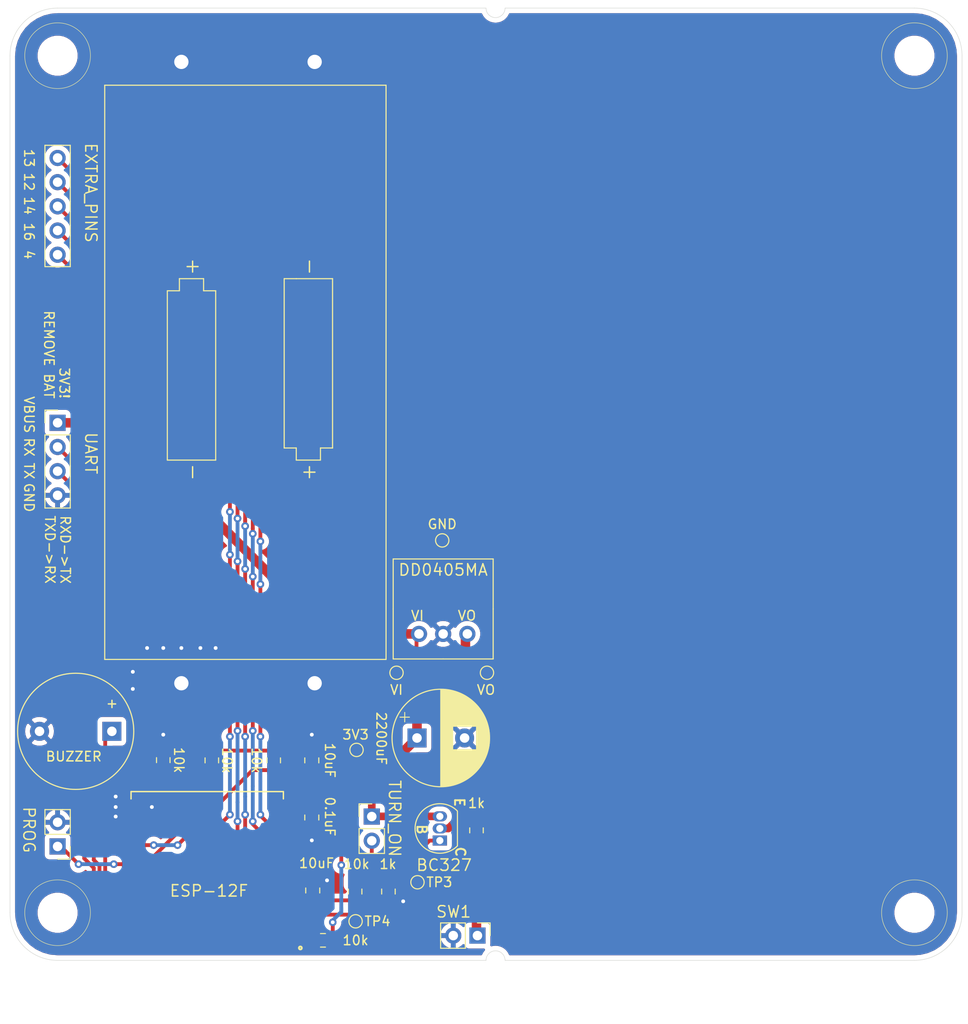
<source format=kicad_pcb>
(kicad_pcb (version 20171130) (host pcbnew "(5.1.8)-1")

  (general
    (thickness 1.6)
    (drawings 34)
    (tracks 237)
    (zones 0)
    (modules 31)
    (nets 21)
  )

  (page A4)
  (layers
    (0 F.Cu signal)
    (31 B.Cu signal)
    (32 B.Adhes user)
    (33 F.Adhes user)
    (34 B.Paste user)
    (35 F.Paste user)
    (36 B.SilkS user)
    (37 F.SilkS user)
    (38 B.Mask user)
    (39 F.Mask user)
    (40 Dwgs.User user)
    (41 Cmts.User user)
    (42 Eco1.User user)
    (43 Eco2.User user)
    (44 Edge.Cuts user)
    (45 Margin user)
    (46 B.CrtYd user hide)
    (47 F.CrtYd user hide)
    (48 B.Fab user hide)
    (49 F.Fab user hide)
  )

  (setup
    (last_trace_width 0.4)
    (user_trace_width 0.4)
    (user_trace_width 1)
    (user_trace_width 2)
    (trace_clearance 0.2)
    (zone_clearance 0.508)
    (zone_45_only no)
    (trace_min 0.2)
    (via_size 0.8)
    (via_drill 0.4)
    (via_min_size 0.4)
    (via_min_drill 0.3)
    (user_via 0.8 0.4)
    (uvia_size 0.3)
    (uvia_drill 0.1)
    (uvias_allowed no)
    (uvia_min_size 0.2)
    (uvia_min_drill 0.1)
    (edge_width 0.05)
    (segment_width 0.2)
    (pcb_text_width 0.3)
    (pcb_text_size 1.5 1.5)
    (mod_edge_width 0.12)
    (mod_text_size 1 1)
    (mod_text_width 0.15)
    (pad_size 1.524 1.524)
    (pad_drill 0.762)
    (pad_to_mask_clearance 0)
    (aux_axis_origin 0 0)
    (visible_elements 7FFFFFFF)
    (pcbplotparams
      (layerselection 0x010fc_ffffffff)
      (usegerberextensions false)
      (usegerberattributes true)
      (usegerberadvancedattributes true)
      (creategerberjobfile true)
      (excludeedgelayer true)
      (linewidth 0.100000)
      (plotframeref false)
      (viasonmask false)
      (mode 1)
      (useauxorigin false)
      (hpglpennumber 1)
      (hpglpenspeed 20)
      (hpglpendiameter 15.000000)
      (psnegative false)
      (psa4output false)
      (plotreference true)
      (plotvalue true)
      (plotinvisibletext false)
      (padsonsilk false)
      (subtractmaskfromsilk false)
      (outputformat 1)
      (mirror false)
      (drillshape 1)
      (scaleselection 1)
      (outputdirectory ""))
  )

  (net 0 "")
  (net 1 VCC)
  (net 2 GND)
  (net 3 EN)
  (net 4 VBUS)
  (net 5 RX)
  (net 6 TX)
  (net 7 IO4)
  (net 8 IO16)
  (net 9 IO14)
  (net 10 IO12)
  (net 11 IO13)
  (net 12 IO0)
  (net 13 "Net-(JP2-Pad2)")
  (net 14 "Net-(Q1-Pad2)")
  (net 15 RST)
  (net 16 IO2)
  (net 17 IO15)
  (net 18 "Net-(U2-Pad2)")
  (net 19 BUZZER)
  (net 20 "Net-(R1-Pad2)")

  (net_class Default "This is the default net class."
    (clearance 0.2)
    (trace_width 0.25)
    (via_dia 0.8)
    (via_drill 0.4)
    (uvia_dia 0.3)
    (uvia_drill 0.1)
  )

  (net_class Power ""
    (clearance 0.2)
    (trace_width 0.8)
    (via_dia 1)
    (via_drill 0.8)
    (uvia_dia 0.3)
    (uvia_drill 0.1)
    (add_net GND)
    (add_net "Net-(Q1-Pad2)")
    (add_net VBUS)
    (add_net VCC)
  )

  (net_class Sensing ""
    (clearance 0.5)
    (trace_width 1)
    (via_dia 1)
    (via_drill 0.8)
    (uvia_dia 0.3)
    (uvia_drill 0.1)
    (add_net "Net-(R1-Pad2)")
  )

  (net_class Signal ""
    (clearance 0.2)
    (trace_width 0.4)
    (via_dia 0.8)
    (via_drill 0.4)
    (uvia_dia 0.3)
    (uvia_drill 0.1)
    (add_net BUZZER)
    (add_net EN)
    (add_net IO0)
    (add_net IO12)
    (add_net IO13)
    (add_net IO14)
    (add_net IO15)
    (add_net IO16)
    (add_net IO2)
    (add_net IO4)
    (add_net "Net-(JP2-Pad2)")
    (add_net "Net-(U2-Pad2)")
    (add_net RST)
    (add_net RX)
    (add_net TX)
  )

  (module _my:BatteryHolder_Keystone_2462_2xAA (layer F.Cu) (tedit 5FB7F3D8) (tstamp 5FB154C2)
    (at 59.5 88.4 90)
    (descr "2xAA cell battery holder, Keystone P/N 2462, https://www.keyelco.com/product-pdf.cfm?p=1027")
    (tags "AA battery cell holder")
    (path /5F780761)
    (fp_text reference BT1 (at 40.7 -10.95) (layer F.Fab)
      (effects (font (size 1 1) (thickness 0.15)))
    )
    (fp_text value 2xAA (at 10.9 -11 90) (layer F.Fab)
      (effects (font (size 1 1) (thickness 0.15)))
    )
    (fp_text user %R (at 3.9 -12 90) (layer F.Fab)
      (effects (font (size 1 1) (thickness 0.15)))
    )
    (fp_text user - (at -3.1 -16.5 90) (layer F.Fab)
      (effects (font (size 1.5 1.5) (thickness 0.15)))
    )
    (fp_text user + (at -3.6 -2.5 90) (layer F.Fab)
      (effects (font (size 1.5 1.5) (thickness 0.15)))
    )
    (fp_text user - (at 19.665 -20.435 90) (layer F.SilkS)
      (effects (font (size 1.5 1.5) (thickness 0.15)))
    )
    (fp_text user + (at 41.255 -20.435 90) (layer F.SilkS)
      (effects (font (size 1.5 1.5) (thickness 0.15)))
    )
    (fp_text user + (at 19.665 -8.16 90) (layer F.SilkS)
      (effects (font (size 1.5 1.5) (thickness 0.15)))
    )
    (fp_text user - (at 41.255 -8.16 90) (layer F.SilkS)
      (effects (font (size 1.5 1.5) (thickness 0.15)))
    )
    (fp_line (start 39.985 -10.7) (end 39.985 -9.43) (layer F.SilkS) (width 0.12))
    (fp_line (start 22.205 -10.7) (end 39.985 -10.7) (layer F.SilkS) (width 0.12))
    (fp_line (start 22.205 -9.43) (end 22.205 -10.7) (layer F.SilkS) (width 0.12))
    (fp_line (start 20.935 -9.43) (end 22.205 -9.43) (layer F.SilkS) (width 0.12))
    (fp_line (start 20.935 -6.89) (end 20.935 -9.43) (layer F.SilkS) (width 0.12))
    (fp_line (start 22.205 -6.89) (end 20.935 -6.89) (layer F.SilkS) (width 0.12))
    (fp_line (start 22.205 -5.62) (end 22.205 -6.89) (layer F.SilkS) (width 0.12))
    (fp_line (start 39.985 -5.62) (end 22.205 -5.62) (layer F.SilkS) (width 0.12))
    (fp_line (start 39.985 -9.43) (end 39.985 -5.62) (layer F.SilkS) (width 0.12))
    (fp_line (start 38.715 -17.895) (end 20.935 -17.895) (layer F.SilkS) (width 0.12))
    (fp_line (start 38.715 -19.165) (end 38.715 -17.895) (layer F.SilkS) (width 0.12))
    (fp_line (start 39.985 -19.165) (end 38.715 -19.165) (layer F.SilkS) (width 0.12))
    (fp_line (start 39.985 -21.705) (end 39.985 -19.165) (layer F.SilkS) (width 0.12))
    (fp_line (start 38.715 -21.705) (end 39.985 -21.705) (layer F.SilkS) (width 0.12))
    (fp_line (start 38.715 -22.975) (end 38.715 -21.705) (layer F.SilkS) (width 0.12))
    (fp_line (start 20.935 -22.975) (end 38.715 -22.975) (layer F.SilkS) (width 0.12))
    (fp_line (start 20.935 -17.895) (end 20.935 -22.975) (layer F.SilkS) (width 0.12))
    (fp_line (start 0 0) (end 60.3 0) (layer F.SilkS) (width 0.12))
    (fp_line (start 0 0) (end 0 -29.55) (layer F.SilkS) (width 0.12))
    (fp_line (start 60.3 -29.55) (end 60.3 0) (layer F.SilkS) (width 0.12))
    (fp_line (start 60.3 -29.55) (end 0 -29.55) (layer F.SilkS) (width 0.12))
    (pad 1 thru_hole rect (at 62.75 -7.5 270) (size 6 8) (drill 1.5 (offset -0.5 0)) (layers F.Cu F.Mask)
      (net 4 VBUS))
    (pad 1 thru_hole rect (at 62.75 -21.5 270) (size 6 8) (drill 1.5 (offset -0.5 0)) (layers F.Cu F.Mask)
      (net 4 VBUS))
    (pad 2 thru_hole rect (at -2.5 -21.5 90) (size 6 8) (drill 1.5 (offset -0.5 0)) (layers F.Cu F.Mask)
      (net 2 GND))
    (pad 1 thru_hole rect (at -2.5 -7.5 90) (size 6 8) (drill 1.5 (offset -0.5 0)) (layers F.Cu F.Mask)
      (net 4 VBUS))
    (model ${KISYS3DMOD}/Battery.3dshapes/BatteryHolder_Keystone_2462_2xAA.wrl
      (offset (xyz 3 21.5 0))
      (scale (xyz 1 0.9 1))
      (rotate (xyz 0 0 0))
    )
  )

  (module TestPoint:TestPoint_Pad_D1.0mm (layer F.Cu) (tedit 5A0F774F) (tstamp 5FB85A07)
    (at 60.6 89.8)
    (descr "SMD pad as test Point, diameter 1.0mm")
    (tags "test point SMD pad")
    (path /5F7EEEEB)
    (attr virtual)
    (fp_text reference TP2 (at 0 -1.448) (layer F.Fab)
      (effects (font (size 1 1) (thickness 0.15)))
    )
    (fp_text value TestPoint (at 0 1.55) (layer F.Fab)
      (effects (font (size 1 1) (thickness 0.15)))
    )
    (fp_circle (center 0 0) (end 0 0.7) (layer F.SilkS) (width 0.12))
    (fp_circle (center 0 0) (end 1 0) (layer F.CrtYd) (width 0.05))
    (fp_text user %R (at 0 -1.45) (layer F.Fab)
      (effects (font (size 1 1) (thickness 0.15)))
    )
    (pad 1 smd circle (at 0 0) (size 1 1) (layers F.Cu F.Mask)
      (net 4 VBUS))
  )

  (module _my:DD0405MA (layer F.Cu) (tedit 5FA6598A) (tstamp 5FB85983)
    (at 65.5 78.1)
    (path /5F780BB7)
    (fp_text reference U1 (at 0 1.5) (layer F.Fab)
      (effects (font (size 1 1) (thickness 0.15)))
    )
    (fp_text value DD0405MA (at 0 0.9) (layer F.SilkS)
      (effects (font (size 1.2 1.2) (thickness 0.15)))
    )
    (fp_line (start 0 10.25) (end 5.25 10.25) (layer F.SilkS) (width 0.12))
    (fp_line (start -5.25 10.25) (end 0 10.25) (layer F.SilkS) (width 0.12))
    (fp_line (start -5.25 10.25) (end -5.25 5) (layer F.SilkS) (width 0.12))
    (fp_line (start -5.25 -0.25) (end -5.25 5) (layer F.SilkS) (width 0.12))
    (fp_line (start 5.25 5) (end 5.25 10.25) (layer F.SilkS) (width 0.12))
    (fp_line (start 5.25 5) (end 5.25 -0.25) (layer F.SilkS) (width 0.12))
    (fp_line (start 5.25 -0.25) (end -5.25 -0.25) (layer F.SilkS) (width 0.12))
    (fp_text user VOUT (at 3.81 11.43) (layer F.Fab)
      (effects (font (size 1 1) (thickness 0.15)))
    )
    (fp_text user GND (at 0 11.43) (layer F.Fab)
      (effects (font (size 1 1) (thickness 0.15)))
    )
    (fp_text user VIN (at -3.175 11.43) (layer F.Fab)
      (effects (font (size 1 1) (thickness 0.15)))
    )
    (pad 3 thru_hole circle (at 2.54 7.62) (size 1.7 1.7) (drill 1) (layers *.Cu *.Mask)
      (net 1 VCC))
    (pad 2 thru_hole circle (at 0 7.62) (size 1.7 1.7) (drill 1) (layers *.Cu *.Mask)
      (net 2 GND))
    (pad 1 thru_hole circle (at -2.54 7.62) (size 1.7 1.7) (drill 1) (layers *.Cu *.Mask)
      (net 4 VBUS))
    (model ${KISYS3DMOD}/Package_BGA.3dshapes/BGA-121_9.0x9.0mm_Layout11x11_P0.8mm.wrl
      (offset (xyz 0 -5 0))
      (scale (xyz 1.15 1.15 1))
      (rotate (xyz 0 0 0))
    )
  )

  (module _my:ESP-12E_SMD (layer F.Cu) (tedit 5FA644FE) (tstamp 5F97215E)
    (at 47.7 117.9 180)
    (descr "Module, ESP-8266, ESP-12, 16 pad, SMD")
    (tags "Module ESP-8266 ESP8266")
    (path /5F7A8628)
    (fp_text reference U2 (at 8.89 6.35 90) (layer F.Fab)
      (effects (font (size 1 1) (thickness 0.15)))
    )
    (fp_text value ESP-12F (at 6.8 5.2 180) (layer F.SilkS)
      (effects (font (size 1.2 1.2) (thickness 0.15)))
    )
    (fp_line (start -1.008 -8.4) (end 14.992 -8.4) (layer F.Fab) (width 0.05))
    (fp_line (start -1.008 15.6) (end -1.008 -8.4) (layer F.Fab) (width 0.05))
    (fp_line (start 14.992 15.6) (end -1.008 15.6) (layer F.Fab) (width 0.05))
    (fp_line (start 15 -8.4) (end 15 15.6) (layer F.Fab) (width 0.05))
    (fp_line (start -1.008 -2.6) (end 14.992 -2.6) (layer F.Fab) (width 0.1524))
    (fp_line (start -1.008 -8.4) (end 14.992 -2.6) (layer F.Fab) (width 0.1524))
    (fp_line (start 14.992 -8.4) (end -1.008 -2.6) (layer F.Fab) (width 0.1524))
    (fp_line (start 14.986 15.621) (end 14.986 14.859) (layer F.SilkS) (width 0.1524))
    (fp_line (start -1.016 15.621) (end 14.986 15.621) (layer F.SilkS) (width 0.1524))
    (fp_line (start -1.016 14.859) (end -1.016 15.621) (layer F.SilkS) (width 0.1524))
    (fp_line (start -1.016 -8.382) (end -1.016 -1.016) (layer F.Fab) (width 0.1524))
    (fp_line (start 14.986 -8.382) (end 14.986 -0.889) (layer F.Fab) (width 0.1524))
    (fp_line (start -1.016 -8.382) (end 14.986 -8.382) (layer F.Fab) (width 0.1524))
    (fp_line (start -2.25 16) (end -2.25 -0.5) (layer F.Fab) (width 0.05))
    (fp_line (start 16.25 16) (end -2.25 16) (layer F.Fab) (width 0.05))
    (fp_line (start 16.25 -8.75) (end 16.25 16) (layer F.Fab) (width 0.05))
    (fp_line (start 15.25 -8.75) (end 16.25 -8.75) (layer F.Fab) (width 0.05))
    (fp_line (start -2.25 -8.75) (end 15.25 -8.75) (layer F.Fab) (width 0.05))
    (fp_line (start -2.25 -0.5) (end -2.25 -8.75) (layer F.Fab) (width 0.05))
    (fp_text user "No Copper" (at 6.892 -5.4) (layer F.CrtYd)
      (effects (font (size 1 1) (thickness 0.15)))
    )
    (pad 16 smd rect (at 14 0 180) (size 2.5 1.1) (drill (offset 0.7 0)) (layers F.Cu F.Paste F.Mask)
      (net 6 TX))
    (pad 15 smd rect (at 14 2 180) (size 2.5 1.1) (drill (offset 0.7 0)) (layers F.Cu F.Paste F.Mask)
      (net 5 RX))
    (pad 14 smd rect (at 14 4 180) (size 2.5 1.1) (drill (offset 0.7 0)) (layers F.Cu F.Paste F.Mask)
      (net 19 BUZZER))
    (pad 13 smd rect (at 14 6 180) (size 2.5 1.1) (drill (offset 0.7 0)) (layers F.Cu F.Paste F.Mask)
      (net 7 IO4))
    (pad 12 smd rect (at 14 8 180) (size 2.5 1.1) (drill (offset 0.7 0)) (layers F.Cu F.Paste F.Mask)
      (net 12 IO0))
    (pad 11 smd rect (at 14 10 180) (size 2.5 1.1) (drill (offset 0.7 0)) (layers F.Cu F.Paste F.Mask)
      (net 16 IO2))
    (pad 10 smd rect (at 14 12 180) (size 2.5 1.1) (drill (offset 0.7 0)) (layers F.Cu F.Paste F.Mask)
      (net 17 IO15))
    (pad 9 smd rect (at 14 14 180) (size 2.5 1.1) (drill (offset 0.7 0)) (layers F.Cu F.Paste F.Mask)
      (net 2 GND))
    (pad 8 smd rect (at 0 14 180) (size 2.5 1.1) (drill (offset -0.7 0)) (layers F.Cu F.Paste F.Mask)
      (net 1 VCC))
    (pad 7 smd rect (at 0 12 180) (size 2.5 1.1) (drill (offset -0.7 0)) (layers F.Cu F.Paste F.Mask)
      (net 11 IO13))
    (pad 6 smd rect (at 0 10 180) (size 2.5 1.1) (drill (offset -0.7 0)) (layers F.Cu F.Paste F.Mask)
      (net 10 IO12))
    (pad 5 smd rect (at 0 8 180) (size 2.5 1.1) (drill (offset -0.7 0)) (layers F.Cu F.Paste F.Mask)
      (net 9 IO14))
    (pad 4 smd rect (at 0 6 180) (size 2.5 1.1) (drill (offset -0.7 0)) (layers F.Cu F.Paste F.Mask)
      (net 8 IO16))
    (pad 3 smd rect (at 0 4 180) (size 2.5 1.1) (drill (offset -0.7 0)) (layers F.Cu F.Paste F.Mask)
      (net 3 EN))
    (pad 2 smd rect (at 0 2 180) (size 2.5 1.1) (drill (offset -0.7 0)) (layers F.Cu F.Paste F.Mask)
      (net 18 "Net-(U2-Pad2)"))
    (pad 1 smd rect (at 0 0 180) (size 2.5 1.1) (drill (offset -0.7 0)) (layers F.Cu F.Paste F.Mask)
      (net 15 RST))
    (model kicad-ESP8266-master/ESP8266.3dshapes/ESP-12.wrl
      (at (xyz 0 0 0))
      (scale (xyz 0.3937 0.3937 0.3937))
      (rotate (xyz 0 0 0))
    )
  )

  (module Capacitor_SMD:C_0805_2012Metric_Pad1.18x1.45mm_HandSolder (layer F.Cu) (tedit 5F68FEEF) (tstamp 5FA6C500)
    (at 51.7 99 90)
    (descr "Capacitor SMD 0805 (2012 Metric), square (rectangular) end terminal, IPC_7351 nominal with elongated pad for handsoldering. (Body size source: IPC-SM-782 page 76, https://www.pcb-3d.com/wordpress/wp-content/uploads/ipc-sm-782a_amendment_1_and_2.pdf, https://docs.google.com/spreadsheets/d/1BsfQQcO9C6DZCsRaXUlFlo91Tg2WpOkGARC1WS5S8t0/edit?usp=sharing), generated with kicad-footprint-generator")
    (tags "capacitor handsolder")
    (path /5F784ED8)
    (attr smd)
    (fp_text reference C2 (at 0 -1.68 90) (layer F.Fab)
      (effects (font (size 1 1) (thickness 0.15)))
    )
    (fp_text value 10uF (at 0 1.9 270 unlocked) (layer F.SilkS)
      (effects (font (size 1 1) (thickness 0.15)))
    )
    (fp_line (start -1 0.625) (end -1 -0.625) (layer F.Fab) (width 0.1))
    (fp_line (start -1 -0.625) (end 1 -0.625) (layer F.Fab) (width 0.1))
    (fp_line (start 1 -0.625) (end 1 0.625) (layer F.Fab) (width 0.1))
    (fp_line (start 1 0.625) (end -1 0.625) (layer F.Fab) (width 0.1))
    (fp_line (start -0.261252 -0.735) (end 0.261252 -0.735) (layer F.SilkS) (width 0.12))
    (fp_line (start -0.261252 0.735) (end 0.261252 0.735) (layer F.SilkS) (width 0.12))
    (fp_line (start -1.88 0.98) (end -1.88 -0.98) (layer F.CrtYd) (width 0.05))
    (fp_line (start -1.88 -0.98) (end 1.88 -0.98) (layer F.CrtYd) (width 0.05))
    (fp_line (start 1.88 -0.98) (end 1.88 0.98) (layer F.CrtYd) (width 0.05))
    (fp_line (start 1.88 0.98) (end -1.88 0.98) (layer F.CrtYd) (width 0.05))
    (fp_text user %R (at 0 0 90) (layer F.Fab)
      (effects (font (size 0.5 0.5) (thickness 0.08)))
    )
    (pad 1 smd roundrect (at -1.0375 0 90) (size 1.175 1.45) (layers F.Cu F.Paste F.Mask) (roundrect_rratio 0.212766)
      (net 1 VCC))
    (pad 2 smd roundrect (at 1.0375 0 90) (size 1.175 1.45) (layers F.Cu F.Paste F.Mask) (roundrect_rratio 0.212766)
      (net 2 GND))
    (model ${KISYS3DMOD}/Capacitor_SMD.3dshapes/C_0805_2012Metric.wrl
      (at (xyz 0 0 0))
      (scale (xyz 1 1 1))
      (rotate (xyz 0 0 0))
    )
  )

  (module Capacitor_SMD:C_0805_2012Metric_Pad1.18x1.45mm_HandSolder (layer F.Cu) (tedit 5F68FEEF) (tstamp 5F8C5426)
    (at 51.8 112.6625 90)
    (descr "Capacitor SMD 0805 (2012 Metric), square (rectangular) end terminal, IPC_7351 nominal with elongated pad for handsoldering. (Body size source: IPC-SM-782 page 76, https://www.pcb-3d.com/wordpress/wp-content/uploads/ipc-sm-782a_amendment_1_and_2.pdf, https://docs.google.com/spreadsheets/d/1BsfQQcO9C6DZCsRaXUlFlo91Tg2WpOkGARC1WS5S8t0/edit?usp=sharing), generated with kicad-footprint-generator")
    (tags "capacitor handsolder")
    (path /5F797694)
    (attr smd)
    (fp_text reference C3 (at 0 -1.68 90) (layer F.Fab)
      (effects (font (size 1 1) (thickness 0.15)))
    )
    (fp_text value 10uF (at 2.8625 0.4 180) (layer F.SilkS)
      (effects (font (size 1 1) (thickness 0.15)))
    )
    (fp_line (start 1.88 0.98) (end -1.88 0.98) (layer F.CrtYd) (width 0.05))
    (fp_line (start 1.88 -0.98) (end 1.88 0.98) (layer F.CrtYd) (width 0.05))
    (fp_line (start -1.88 -0.98) (end 1.88 -0.98) (layer F.CrtYd) (width 0.05))
    (fp_line (start -1.88 0.98) (end -1.88 -0.98) (layer F.CrtYd) (width 0.05))
    (fp_line (start -0.261252 0.735) (end 0.261252 0.735) (layer F.SilkS) (width 0.12))
    (fp_line (start -0.261252 -0.735) (end 0.261252 -0.735) (layer F.SilkS) (width 0.12))
    (fp_line (start 1 0.625) (end -1 0.625) (layer F.Fab) (width 0.1))
    (fp_line (start 1 -0.625) (end 1 0.625) (layer F.Fab) (width 0.1))
    (fp_line (start -1 -0.625) (end 1 -0.625) (layer F.Fab) (width 0.1))
    (fp_line (start -1 0.625) (end -1 -0.625) (layer F.Fab) (width 0.1))
    (fp_text user %R (at 0 0 90) (layer F.Fab)
      (effects (font (size 0.5 0.5) (thickness 0.08)))
    )
    (pad 2 smd roundrect (at 1.0375 0 90) (size 1.175 1.45) (layers F.Cu F.Paste F.Mask) (roundrect_rratio 0.212766)
      (net 2 GND))
    (pad 1 smd roundrect (at -1.0375 0 90) (size 1.175 1.45) (layers F.Cu F.Paste F.Mask) (roundrect_rratio 0.212766)
      (net 3 EN))
    (model ${KISYS3DMOD}/Capacitor_SMD.3dshapes/C_0805_2012Metric.wrl
      (at (xyz 0 0 0))
      (scale (xyz 1 1 1))
      (rotate (xyz 0 0 0))
    )
  )

  (module Capacitor_SMD:C_0805_2012Metric_Pad1.18x1.45mm_HandSolder (layer F.Cu) (tedit 5F68FEEF) (tstamp 5FA66680)
    (at 51.7 105 270)
    (descr "Capacitor SMD 0805 (2012 Metric), square (rectangular) end terminal, IPC_7351 nominal with elongated pad for handsoldering. (Body size source: IPC-SM-782 page 76, https://www.pcb-3d.com/wordpress/wp-content/uploads/ipc-sm-782a_amendment_1_and_2.pdf, https://docs.google.com/spreadsheets/d/1BsfQQcO9C6DZCsRaXUlFlo91Tg2WpOkGARC1WS5S8t0/edit?usp=sharing), generated with kicad-footprint-generator")
    (tags "capacitor handsolder")
    (path /5F7AE017)
    (attr smd)
    (fp_text reference C4 (at 0 -1.68 90) (layer F.Fab)
      (effects (font (size 1 1) (thickness 0.15)))
    )
    (fp_text value 0.1uF (at -0.1 -1.9 270 unlocked) (layer F.SilkS)
      (effects (font (size 1 1) (thickness 0.15)))
    )
    (fp_line (start -1 0.625) (end -1 -0.625) (layer F.Fab) (width 0.1))
    (fp_line (start -1 -0.625) (end 1 -0.625) (layer F.Fab) (width 0.1))
    (fp_line (start 1 -0.625) (end 1 0.625) (layer F.Fab) (width 0.1))
    (fp_line (start 1 0.625) (end -1 0.625) (layer F.Fab) (width 0.1))
    (fp_line (start -0.261252 -0.735) (end 0.261252 -0.735) (layer F.SilkS) (width 0.12))
    (fp_line (start -0.261252 0.735) (end 0.261252 0.735) (layer F.SilkS) (width 0.12))
    (fp_line (start -1.88 0.98) (end -1.88 -0.98) (layer F.CrtYd) (width 0.05))
    (fp_line (start -1.88 -0.98) (end 1.88 -0.98) (layer F.CrtYd) (width 0.05))
    (fp_line (start 1.88 -0.98) (end 1.88 0.98) (layer F.CrtYd) (width 0.05))
    (fp_line (start 1.88 0.98) (end -1.88 0.98) (layer F.CrtYd) (width 0.05))
    (fp_text user %R (at 0 0 90) (layer F.Fab)
      (effects (font (size 0.5 0.5) (thickness 0.08)))
    )
    (pad 1 smd roundrect (at -1.0375 0 270) (size 1.175 1.45) (layers F.Cu F.Paste F.Mask) (roundrect_rratio 0.212766)
      (net 1 VCC))
    (pad 2 smd roundrect (at 1.0375 0 270) (size 1.175 1.45) (layers F.Cu F.Paste F.Mask) (roundrect_rratio 0.212766)
      (net 2 GND))
    (model ${KISYS3DMOD}/Capacitor_SMD.3dshapes/C_0805_2012Metric.wrl
      (at (xyz 0 0 0))
      (scale (xyz 1 1 1))
      (rotate (xyz 0 0 0))
    )
  )

  (module Connector_PinHeader_2.54mm:PinHeader_1x04_P2.54mm_Vertical (layer F.Cu) (tedit 59FED5CC) (tstamp 5F8C546F)
    (at 25 63.55)
    (descr "Through hole straight pin header, 1x04, 2.54mm pitch, single row")
    (tags "Through hole pin header THT 1x04 2.54mm single row")
    (path /5F7DE8E7)
    (fp_text reference J1 (at 0 -2.33) (layer F.Fab)
      (effects (font (size 1 1) (thickness 0.15)))
    )
    (fp_text value UART (at 3.5 3.2 270 unlocked) (layer F.SilkS)
      (effects (font (size 1.2 1.2) (thickness 0.15)))
    )
    (fp_line (start -0.635 -1.27) (end 1.27 -1.27) (layer F.Fab) (width 0.1))
    (fp_line (start 1.27 -1.27) (end 1.27 8.89) (layer F.Fab) (width 0.1))
    (fp_line (start 1.27 8.89) (end -1.27 8.89) (layer F.Fab) (width 0.1))
    (fp_line (start -1.27 8.89) (end -1.27 -0.635) (layer F.Fab) (width 0.1))
    (fp_line (start -1.27 -0.635) (end -0.635 -1.27) (layer F.Fab) (width 0.1))
    (fp_line (start -1.33 8.95) (end 1.33 8.95) (layer F.SilkS) (width 0.12))
    (fp_line (start -1.33 1.27) (end -1.33 8.95) (layer F.SilkS) (width 0.12))
    (fp_line (start 1.33 1.27) (end 1.33 8.95) (layer F.SilkS) (width 0.12))
    (fp_line (start -1.33 1.27) (end 1.33 1.27) (layer F.SilkS) (width 0.12))
    (fp_line (start -1.33 0) (end -1.33 -1.33) (layer F.SilkS) (width 0.12))
    (fp_line (start -1.33 -1.33) (end 0 -1.33) (layer F.SilkS) (width 0.12))
    (fp_line (start -1.8 -1.8) (end -1.8 9.4) (layer F.CrtYd) (width 0.05))
    (fp_line (start -1.8 9.4) (end 1.8 9.4) (layer F.CrtYd) (width 0.05))
    (fp_line (start 1.8 9.4) (end 1.8 -1.8) (layer F.CrtYd) (width 0.05))
    (fp_line (start 1.8 -1.8) (end -1.8 -1.8) (layer F.CrtYd) (width 0.05))
    (fp_text user %R (at 0 3.81 90) (layer F.Fab)
      (effects (font (size 1 1) (thickness 0.15)))
    )
    (pad 1 thru_hole rect (at 0 0) (size 1.7 1.7) (drill 1) (layers *.Cu *.Mask)
      (net 4 VBUS))
    (pad 2 thru_hole oval (at 0 2.54) (size 1.7 1.7) (drill 1) (layers *.Cu *.Mask)
      (net 5 RX))
    (pad 3 thru_hole oval (at 0 5.08) (size 1.7 1.7) (drill 1) (layers *.Cu *.Mask)
      (net 6 TX))
    (pad 4 thru_hole oval (at 0 7.62) (size 1.7 1.7) (drill 1) (layers *.Cu *.Mask)
      (net 2 GND))
    (model ${KISYS3DMOD}/Connector_PinHeader_2.54mm.3dshapes/PinHeader_1x04_P2.54mm_Vertical.wrl
      (at (xyz 0 0 0))
      (scale (xyz 1 1 1))
      (rotate (xyz 0 0 0))
    )
  )

  (module Connector_PinHeader_2.54mm:PinHeader_1x02_P2.54mm_Vertical (layer F.Cu) (tedit 59FED5CC) (tstamp 5F8C54B4)
    (at 25 108.04 180)
    (descr "Through hole straight pin header, 1x02, 2.54mm pitch, single row")
    (tags "Through hole pin header THT 1x02 2.54mm single row")
    (path /5F7B99FB)
    (fp_text reference JP1 (at 3.2 0.1) (layer F.Fab)
      (effects (font (size 1 1) (thickness 0.15)))
    )
    (fp_text value PROG (at 3 1.75 270 unlocked) (layer F.SilkS)
      (effects (font (size 1.2 1.2) (thickness 0.15)))
    )
    (fp_line (start 1.8 -1.8) (end -1.8 -1.8) (layer F.CrtYd) (width 0.05))
    (fp_line (start 1.8 4.35) (end 1.8 -1.8) (layer F.CrtYd) (width 0.05))
    (fp_line (start -1.8 4.35) (end 1.8 4.35) (layer F.CrtYd) (width 0.05))
    (fp_line (start -1.8 -1.8) (end -1.8 4.35) (layer F.CrtYd) (width 0.05))
    (fp_line (start -1.33 -1.33) (end 0 -1.33) (layer F.SilkS) (width 0.12))
    (fp_line (start -1.33 0) (end -1.33 -1.33) (layer F.SilkS) (width 0.12))
    (fp_line (start -1.33 1.27) (end 1.33 1.27) (layer F.SilkS) (width 0.12))
    (fp_line (start 1.33 1.27) (end 1.33 3.87) (layer F.SilkS) (width 0.12))
    (fp_line (start -1.33 1.27) (end -1.33 3.87) (layer F.SilkS) (width 0.12))
    (fp_line (start -1.33 3.87) (end 1.33 3.87) (layer F.SilkS) (width 0.12))
    (fp_line (start -1.27 -0.635) (end -0.635 -1.27) (layer F.Fab) (width 0.1))
    (fp_line (start -1.27 3.81) (end -1.27 -0.635) (layer F.Fab) (width 0.1))
    (fp_line (start 1.27 3.81) (end -1.27 3.81) (layer F.Fab) (width 0.1))
    (fp_line (start 1.27 -1.27) (end 1.27 3.81) (layer F.Fab) (width 0.1))
    (fp_line (start -0.635 -1.27) (end 1.27 -1.27) (layer F.Fab) (width 0.1))
    (fp_text user %R (at 0 1.27 90) (layer F.Fab)
      (effects (font (size 1 1) (thickness 0.15)))
    )
    (pad 2 thru_hole oval (at 0 2.54 180) (size 1.7 1.7) (drill 1) (layers *.Cu *.Mask)
      (net 2 GND))
    (pad 1 thru_hole rect (at 0 0 180) (size 1.7 1.7) (drill 1) (layers *.Cu *.Mask)
      (net 12 IO0))
    (model ${KISYS3DMOD}/Connector_PinHeader_2.54mm.3dshapes/PinHeader_1x02_P2.54mm_Vertical.wrl
      (at (xyz 0 0 0))
      (scale (xyz 1 1 1))
      (rotate (xyz 0 0 0))
    )
  )

  (module Connector_PinHeader_2.54mm:PinHeader_1x02_P2.54mm_Vertical (layer F.Cu) (tedit 59FED5CC) (tstamp 5FB855B4)
    (at 58 104.9)
    (descr "Through hole straight pin header, 1x02, 2.54mm pitch, single row")
    (tags "Through hole pin header THT 1x02 2.54mm single row")
    (path /5F7E84A9)
    (fp_text reference JP2 (at 0 -2.33) (layer F.Fab)
      (effects (font (size 1 1) (thickness 0.15)))
    )
    (fp_text value TURN_ON (at 2.4 0.2 270 unlocked) (layer F.SilkS)
      (effects (font (size 1.2 1.2) (thickness 0.15)))
    )
    (fp_line (start -0.635 -1.27) (end 1.27 -1.27) (layer F.Fab) (width 0.1))
    (fp_line (start 1.27 -1.27) (end 1.27 3.81) (layer F.Fab) (width 0.1))
    (fp_line (start 1.27 3.81) (end -1.27 3.81) (layer F.Fab) (width 0.1))
    (fp_line (start -1.27 3.81) (end -1.27 -0.635) (layer F.Fab) (width 0.1))
    (fp_line (start -1.27 -0.635) (end -0.635 -1.27) (layer F.Fab) (width 0.1))
    (fp_line (start -1.33 3.87) (end 1.33 3.87) (layer F.SilkS) (width 0.12))
    (fp_line (start -1.33 1.27) (end -1.33 3.87) (layer F.SilkS) (width 0.12))
    (fp_line (start 1.33 1.27) (end 1.33 3.87) (layer F.SilkS) (width 0.12))
    (fp_line (start -1.33 1.27) (end 1.33 1.27) (layer F.SilkS) (width 0.12))
    (fp_line (start -1.33 0) (end -1.33 -1.33) (layer F.SilkS) (width 0.12))
    (fp_line (start -1.33 -1.33) (end 0 -1.33) (layer F.SilkS) (width 0.12))
    (fp_line (start -1.8 -1.8) (end -1.8 4.35) (layer F.CrtYd) (width 0.05))
    (fp_line (start -1.8 4.35) (end 1.8 4.35) (layer F.CrtYd) (width 0.05))
    (fp_line (start 1.8 4.35) (end 1.8 -1.8) (layer F.CrtYd) (width 0.05))
    (fp_line (start 1.8 -1.8) (end -1.8 -1.8) (layer F.CrtYd) (width 0.05))
    (fp_text user %R (at 0 1.27 90) (layer F.Fab)
      (effects (font (size 1 1) (thickness 0.15)))
    )
    (pad 1 thru_hole rect (at 0 0) (size 1.7 1.7) (drill 1) (layers *.Cu *.Mask)
      (net 1 VCC))
    (pad 2 thru_hole oval (at 0 2.54) (size 1.7 1.7) (drill 1) (layers *.Cu *.Mask)
      (net 13 "Net-(JP2-Pad2)"))
    (model ${KISYS3DMOD}/Connector_PinHeader_2.54mm.3dshapes/PinHeader_1x02_P2.54mm_Vertical.wrl
      (at (xyz 0 0 0))
      (scale (xyz 1 1 1))
      (rotate (xyz 0 0 0))
    )
  )

  (module Resistor_SMD:R_0805_2012Metric_Pad1.15x1.40mm_HandSolder (layer F.Cu) (tedit 5B36C52B) (tstamp 5F8C54ED)
    (at 69 106.35 270)
    (descr "Resistor SMD 0805 (2012 Metric), square (rectangular) end terminal, IPC_7351 nominal with elongated pad for handsoldering. (Body size source: https://docs.google.com/spreadsheets/d/1BsfQQcO9C6DZCsRaXUlFlo91Tg2WpOkGARC1WS5S8t0/edit?usp=sharing), generated with kicad-footprint-generator")
    (tags "resistor handsolder")
    (path /5F78FD80)
    (attr smd)
    (fp_text reference R1 (at 0 -1.65 90) (layer F.Fab)
      (effects (font (size 1 1) (thickness 0.15)))
    )
    (fp_text value 1k (at -2.85 0 unlocked) (layer F.SilkS)
      (effects (font (size 1 1) (thickness 0.15)))
    )
    (fp_line (start -1 0.6) (end -1 -0.6) (layer F.Fab) (width 0.1))
    (fp_line (start -1 -0.6) (end 1 -0.6) (layer F.Fab) (width 0.1))
    (fp_line (start 1 -0.6) (end 1 0.6) (layer F.Fab) (width 0.1))
    (fp_line (start 1 0.6) (end -1 0.6) (layer F.Fab) (width 0.1))
    (fp_line (start -0.261252 -0.71) (end 0.261252 -0.71) (layer F.SilkS) (width 0.12))
    (fp_line (start -0.261252 0.71) (end 0.261252 0.71) (layer F.SilkS) (width 0.12))
    (fp_line (start -1.85 0.95) (end -1.85 -0.95) (layer F.CrtYd) (width 0.05))
    (fp_line (start -1.85 -0.95) (end 1.85 -0.95) (layer F.CrtYd) (width 0.05))
    (fp_line (start 1.85 -0.95) (end 1.85 0.95) (layer F.CrtYd) (width 0.05))
    (fp_line (start 1.85 0.95) (end -1.85 0.95) (layer F.CrtYd) (width 0.05))
    (fp_text user %R (at 0 0 90) (layer F.Fab)
      (effects (font (size 0.5 0.5) (thickness 0.08)))
    )
    (pad 1 smd roundrect (at -1.025 0 270) (size 1.15 1.4) (layers F.Cu F.Paste F.Mask) (roundrect_rratio 0.217391)
      (net 14 "Net-(Q1-Pad2)"))
    (pad 2 smd roundrect (at 1.025 0 270) (size 1.15 1.4) (layers F.Cu F.Paste F.Mask) (roundrect_rratio 0.217391)
      (net 20 "Net-(R1-Pad2)"))
    (model ${KISYS3DMOD}/Resistor_SMD.3dshapes/R_0805_2012Metric.wrl
      (at (xyz 0 0 0))
      (scale (xyz 1 1 1))
      (rotate (xyz 0 0 0))
    )
  )

  (module Resistor_SMD:R_0805_2012Metric_Pad1.15x1.40mm_HandSolder (layer F.Cu) (tedit 5B36C52B) (tstamp 5F8C54FE)
    (at 59.75 112.775 270)
    (descr "Resistor SMD 0805 (2012 Metric), square (rectangular) end terminal, IPC_7351 nominal with elongated pad for handsoldering. (Body size source: https://docs.google.com/spreadsheets/d/1BsfQQcO9C6DZCsRaXUlFlo91Tg2WpOkGARC1WS5S8t0/edit?usp=sharing), generated with kicad-footprint-generator")
    (tags "resistor handsolder")
    (path /5F7959A8)
    (attr smd)
    (fp_text reference R2 (at 0 -1.65 90) (layer F.Fab)
      (effects (font (size 1 1) (thickness 0.15)))
    )
    (fp_text value 1k (at -2.875 0.05 180) (layer F.SilkS)
      (effects (font (size 1 1) (thickness 0.15)))
    )
    (fp_line (start -1 0.6) (end -1 -0.6) (layer F.Fab) (width 0.1))
    (fp_line (start -1 -0.6) (end 1 -0.6) (layer F.Fab) (width 0.1))
    (fp_line (start 1 -0.6) (end 1 0.6) (layer F.Fab) (width 0.1))
    (fp_line (start 1 0.6) (end -1 0.6) (layer F.Fab) (width 0.1))
    (fp_line (start -0.261252 -0.71) (end 0.261252 -0.71) (layer F.SilkS) (width 0.12))
    (fp_line (start -0.261252 0.71) (end 0.261252 0.71) (layer F.SilkS) (width 0.12))
    (fp_line (start -1.85 0.95) (end -1.85 -0.95) (layer F.CrtYd) (width 0.05))
    (fp_line (start -1.85 -0.95) (end 1.85 -0.95) (layer F.CrtYd) (width 0.05))
    (fp_line (start 1.85 -0.95) (end 1.85 0.95) (layer F.CrtYd) (width 0.05))
    (fp_line (start 1.85 0.95) (end -1.85 0.95) (layer F.CrtYd) (width 0.05))
    (fp_text user %R (at 0 0 90) (layer F.Fab)
      (effects (font (size 0.5 0.5) (thickness 0.08)))
    )
    (pad 1 smd roundrect (at -1.025 0 270) (size 1.15 1.4) (layers F.Cu F.Paste F.Mask) (roundrect_rratio 0.217391)
      (net 13 "Net-(JP2-Pad2)"))
    (pad 2 smd roundrect (at 1.025 0 270) (size 1.15 1.4) (layers F.Cu F.Paste F.Mask) (roundrect_rratio 0.217391)
      (net 2 GND))
    (model ${KISYS3DMOD}/Resistor_SMD.3dshapes/R_0805_2012Metric.wrl
      (at (xyz 0 0 0))
      (scale (xyz 1 1 1))
      (rotate (xyz 0 0 0))
    )
  )

  (module Resistor_SMD:R_0805_2012Metric_Pad1.15x1.40mm_HandSolder (layer F.Cu) (tedit 5B36C52B) (tstamp 5FB85411)
    (at 56.25 112.775 90)
    (descr "Resistor SMD 0805 (2012 Metric), square (rectangular) end terminal, IPC_7351 nominal with elongated pad for handsoldering. (Body size source: https://docs.google.com/spreadsheets/d/1BsfQQcO9C6DZCsRaXUlFlo91Tg2WpOkGARC1WS5S8t0/edit?usp=sharing), generated with kicad-footprint-generator")
    (tags "resistor handsolder")
    (path /5F796B46)
    (attr smd)
    (fp_text reference R3 (at 0 -1.65 90) (layer F.Fab)
      (effects (font (size 1 1) (thickness 0.15)))
    )
    (fp_text value 10k (at 2.875 0.15 180) (layer F.SilkS)
      (effects (font (size 1 1) (thickness 0.15)))
    )
    (fp_line (start 1.85 0.95) (end -1.85 0.95) (layer F.CrtYd) (width 0.05))
    (fp_line (start 1.85 -0.95) (end 1.85 0.95) (layer F.CrtYd) (width 0.05))
    (fp_line (start -1.85 -0.95) (end 1.85 -0.95) (layer F.CrtYd) (width 0.05))
    (fp_line (start -1.85 0.95) (end -1.85 -0.95) (layer F.CrtYd) (width 0.05))
    (fp_line (start -0.261252 0.71) (end 0.261252 0.71) (layer F.SilkS) (width 0.12))
    (fp_line (start -0.261252 -0.71) (end 0.261252 -0.71) (layer F.SilkS) (width 0.12))
    (fp_line (start 1 0.6) (end -1 0.6) (layer F.Fab) (width 0.1))
    (fp_line (start 1 -0.6) (end 1 0.6) (layer F.Fab) (width 0.1))
    (fp_line (start -1 -0.6) (end 1 -0.6) (layer F.Fab) (width 0.1))
    (fp_line (start -1 0.6) (end -1 -0.6) (layer F.Fab) (width 0.1))
    (fp_text user %R (at 0 0 90) (layer F.Fab)
      (effects (font (size 0.5 0.5) (thickness 0.08)))
    )
    (pad 2 smd roundrect (at 1.025 0 90) (size 1.15 1.4) (layers F.Cu F.Paste F.Mask) (roundrect_rratio 0.217391)
      (net 13 "Net-(JP2-Pad2)"))
    (pad 1 smd roundrect (at -1.025 0 90) (size 1.15 1.4) (layers F.Cu F.Paste F.Mask) (roundrect_rratio 0.217391)
      (net 3 EN))
    (model ${KISYS3DMOD}/Resistor_SMD.3dshapes/R_0805_2012Metric.wrl
      (at (xyz 0 0 0))
      (scale (xyz 1 1 1))
      (rotate (xyz 0 0 0))
    )
  )

  (module Resistor_SMD:R_0805_2012Metric_Pad1.15x1.40mm_HandSolder (layer F.Cu) (tedit 5B36C52B) (tstamp 5F8C5520)
    (at 52.875 117.9)
    (descr "Resistor SMD 0805 (2012 Metric), square (rectangular) end terminal, IPC_7351 nominal with elongated pad for handsoldering. (Body size source: https://docs.google.com/spreadsheets/d/1BsfQQcO9C6DZCsRaXUlFlo91Tg2WpOkGARC1WS5S8t0/edit?usp=sharing), generated with kicad-footprint-generator")
    (tags "resistor handsolder")
    (path /5F7B2D4B)
    (attr smd)
    (fp_text reference R4 (at 0 -1.65 180) (layer F.Fab)
      (effects (font (size 1 1) (thickness 0.15)))
    )
    (fp_text value 10k (at 3.425 0) (layer F.SilkS)
      (effects (font (size 1 1) (thickness 0.15)))
    )
    (fp_line (start 1.85 0.95) (end -1.85 0.95) (layer F.CrtYd) (width 0.05))
    (fp_line (start 1.85 -0.95) (end 1.85 0.95) (layer F.CrtYd) (width 0.05))
    (fp_line (start -1.85 -0.95) (end 1.85 -0.95) (layer F.CrtYd) (width 0.05))
    (fp_line (start -1.85 0.95) (end -1.85 -0.95) (layer F.CrtYd) (width 0.05))
    (fp_line (start -0.261252 0.71) (end 0.261252 0.71) (layer F.SilkS) (width 0.12))
    (fp_line (start -0.261252 -0.71) (end 0.261252 -0.71) (layer F.SilkS) (width 0.12))
    (fp_line (start 1 0.6) (end -1 0.6) (layer F.Fab) (width 0.1))
    (fp_line (start 1 -0.6) (end 1 0.6) (layer F.Fab) (width 0.1))
    (fp_line (start -1 -0.6) (end 1 -0.6) (layer F.Fab) (width 0.1))
    (fp_line (start -1 0.6) (end -1 -0.6) (layer F.Fab) (width 0.1))
    (fp_text user %R (at 0 0) (layer F.Fab)
      (effects (font (size 0.5 0.5) (thickness 0.08)))
    )
    (pad 2 smd roundrect (at 1.025 0) (size 1.15 1.4) (layers F.Cu F.Paste F.Mask) (roundrect_rratio 0.217391)
      (net 1 VCC))
    (pad 1 smd roundrect (at -1.025 0) (size 1.15 1.4) (layers F.Cu F.Paste F.Mask) (roundrect_rratio 0.217391)
      (net 15 RST))
    (model ${KISYS3DMOD}/Resistor_SMD.3dshapes/R_0805_2012Metric.wrl
      (at (xyz 0 0 0))
      (scale (xyz 1 1 1))
      (rotate (xyz 0 0 0))
    )
  )

  (module Resistor_SMD:R_0805_2012Metric_Pad1.15x1.40mm_HandSolder (layer F.Cu) (tedit 5B36C52B) (tstamp 5FB1620E)
    (at 41.2 99 90)
    (descr "Resistor SMD 0805 (2012 Metric), square (rectangular) end terminal, IPC_7351 nominal with elongated pad for handsoldering. (Body size source: https://docs.google.com/spreadsheets/d/1BsfQQcO9C6DZCsRaXUlFlo91Tg2WpOkGARC1WS5S8t0/edit?usp=sharing), generated with kicad-footprint-generator")
    (tags "resistor handsolder")
    (path /5F7B8264)
    (attr smd)
    (fp_text reference R5 (at 0 -1.65 90) (layer F.Fab)
      (effects (font (size 1 1) (thickness 0.15)))
    )
    (fp_text value 10k (at 0 1.6 270 unlocked) (layer F.SilkS)
      (effects (font (size 1 1) (thickness 0.15)))
    )
    (fp_line (start 1.85 0.95) (end -1.85 0.95) (layer F.CrtYd) (width 0.05))
    (fp_line (start 1.85 -0.95) (end 1.85 0.95) (layer F.CrtYd) (width 0.05))
    (fp_line (start -1.85 -0.95) (end 1.85 -0.95) (layer F.CrtYd) (width 0.05))
    (fp_line (start -1.85 0.95) (end -1.85 -0.95) (layer F.CrtYd) (width 0.05))
    (fp_line (start -0.261252 0.71) (end 0.261252 0.71) (layer F.SilkS) (width 0.12))
    (fp_line (start -0.261252 -0.71) (end 0.261252 -0.71) (layer F.SilkS) (width 0.12))
    (fp_line (start 1 0.6) (end -1 0.6) (layer F.Fab) (width 0.1))
    (fp_line (start 1 -0.6) (end 1 0.6) (layer F.Fab) (width 0.1))
    (fp_line (start -1 -0.6) (end 1 -0.6) (layer F.Fab) (width 0.1))
    (fp_line (start -1 0.6) (end -1 -0.6) (layer F.Fab) (width 0.1))
    (fp_text user %R (at 0 0 90) (layer F.Fab)
      (effects (font (size 0.5 0.5) (thickness 0.08)))
    )
    (pad 2 smd roundrect (at 1.025 0 90) (size 1.15 1.4) (layers F.Cu F.Paste F.Mask) (roundrect_rratio 0.217391)
      (net 1 VCC))
    (pad 1 smd roundrect (at -1.025 0 90) (size 1.15 1.4) (layers F.Cu F.Paste F.Mask) (roundrect_rratio 0.217391)
      (net 12 IO0))
    (model ${KISYS3DMOD}/Resistor_SMD.3dshapes/R_0805_2012Metric.wrl
      (at (xyz 0 0 0))
      (scale (xyz 1 1 1))
      (rotate (xyz 0 0 0))
    )
  )

  (module Resistor_SMD:R_0805_2012Metric_Pad1.15x1.40mm_HandSolder (layer F.Cu) (tedit 5B36C52B) (tstamp 5FA6EB5A)
    (at 47.7 99 90)
    (descr "Resistor SMD 0805 (2012 Metric), square (rectangular) end terminal, IPC_7351 nominal with elongated pad for handsoldering. (Body size source: https://docs.google.com/spreadsheets/d/1BsfQQcO9C6DZCsRaXUlFlo91Tg2WpOkGARC1WS5S8t0/edit?usp=sharing), generated with kicad-footprint-generator")
    (tags "resistor handsolder")
    (path /5F7BE7FC)
    (attr smd)
    (fp_text reference R6 (at 0 -1.65 90) (layer F.Fab)
      (effects (font (size 1 1) (thickness 0.15)))
    )
    (fp_text value 10k (at 0 -1.8 270 unlocked) (layer F.SilkS)
      (effects (font (size 1 1) (thickness 0.15)))
    )
    (fp_line (start -1 0.6) (end -1 -0.6) (layer F.Fab) (width 0.1))
    (fp_line (start -1 -0.6) (end 1 -0.6) (layer F.Fab) (width 0.1))
    (fp_line (start 1 -0.6) (end 1 0.6) (layer F.Fab) (width 0.1))
    (fp_line (start 1 0.6) (end -1 0.6) (layer F.Fab) (width 0.1))
    (fp_line (start -0.261252 -0.71) (end 0.261252 -0.71) (layer F.SilkS) (width 0.12))
    (fp_line (start -0.261252 0.71) (end 0.261252 0.71) (layer F.SilkS) (width 0.12))
    (fp_line (start -1.85 0.95) (end -1.85 -0.95) (layer F.CrtYd) (width 0.05))
    (fp_line (start -1.85 -0.95) (end 1.85 -0.95) (layer F.CrtYd) (width 0.05))
    (fp_line (start 1.85 -0.95) (end 1.85 0.95) (layer F.CrtYd) (width 0.05))
    (fp_line (start 1.85 0.95) (end -1.85 0.95) (layer F.CrtYd) (width 0.05))
    (fp_text user %R (at 0 0 90) (layer F.Fab)
      (effects (font (size 0.5 0.5) (thickness 0.08)))
    )
    (pad 1 smd roundrect (at -1.025 0 90) (size 1.15 1.4) (layers F.Cu F.Paste F.Mask) (roundrect_rratio 0.217391)
      (net 16 IO2))
    (pad 2 smd roundrect (at 1.025 0 90) (size 1.15 1.4) (layers F.Cu F.Paste F.Mask) (roundrect_rratio 0.217391)
      (net 1 VCC))
    (model ${KISYS3DMOD}/Resistor_SMD.3dshapes/R_0805_2012Metric.wrl
      (at (xyz 0 0 0))
      (scale (xyz 1 1 1))
      (rotate (xyz 0 0 0))
    )
  )

  (module Resistor_SMD:R_0805_2012Metric_Pad1.15x1.40mm_HandSolder (layer F.Cu) (tedit 5B36C52B) (tstamp 5F8C5553)
    (at 36.1 98.975 90)
    (descr "Resistor SMD 0805 (2012 Metric), square (rectangular) end terminal, IPC_7351 nominal with elongated pad for handsoldering. (Body size source: https://docs.google.com/spreadsheets/d/1BsfQQcO9C6DZCsRaXUlFlo91Tg2WpOkGARC1WS5S8t0/edit?usp=sharing), generated with kicad-footprint-generator")
    (tags "resistor handsolder")
    (path /5F7B5E42)
    (attr smd)
    (fp_text reference R7 (at -0.05 1.7 90) (layer F.Fab)
      (effects (font (size 1 1) (thickness 0.15)))
    )
    (fp_text value 10k (at 0 1.65 270 unlocked) (layer F.SilkS)
      (effects (font (size 1 1) (thickness 0.15)))
    )
    (fp_line (start -1 0.6) (end -1 -0.6) (layer F.Fab) (width 0.1))
    (fp_line (start -1 -0.6) (end 1 -0.6) (layer F.Fab) (width 0.1))
    (fp_line (start 1 -0.6) (end 1 0.6) (layer F.Fab) (width 0.1))
    (fp_line (start 1 0.6) (end -1 0.6) (layer F.Fab) (width 0.1))
    (fp_line (start -0.261252 -0.71) (end 0.261252 -0.71) (layer F.SilkS) (width 0.12))
    (fp_line (start -0.261252 0.71) (end 0.261252 0.71) (layer F.SilkS) (width 0.12))
    (fp_line (start -1.85 0.95) (end -1.85 -0.95) (layer F.CrtYd) (width 0.05))
    (fp_line (start -1.85 -0.95) (end 1.85 -0.95) (layer F.CrtYd) (width 0.05))
    (fp_line (start 1.85 -0.95) (end 1.85 0.95) (layer F.CrtYd) (width 0.05))
    (fp_line (start 1.85 0.95) (end -1.85 0.95) (layer F.CrtYd) (width 0.05))
    (fp_text user %R (at 0 0 90) (layer F.Fab)
      (effects (font (size 0.5 0.5) (thickness 0.08)))
    )
    (pad 1 smd roundrect (at -1.025 0 90) (size 1.15 1.4) (layers F.Cu F.Paste F.Mask) (roundrect_rratio 0.217391)
      (net 17 IO15))
    (pad 2 smd roundrect (at 1.025 0 90) (size 1.15 1.4) (layers F.Cu F.Paste F.Mask) (roundrect_rratio 0.217391)
      (net 2 GND))
    (model ${KISYS3DMOD}/Resistor_SMD.3dshapes/R_0805_2012Metric.wrl
      (at (xyz 0 0 0))
      (scale (xyz 1 1 1))
      (rotate (xyz 0 0 0))
    )
  )

  (module TestPoint:TestPoint_Pad_D1.0mm (layer F.Cu) (tedit 5A0F774F) (tstamp 5FB3A708)
    (at 65.4 75.9)
    (descr "SMD pad as test Point, diameter 1.0mm")
    (tags "test point SMD pad")
    (path /5F7F27CB)
    (attr virtual)
    (fp_text reference TP1 (at 0 -1.448) (layer F.Fab)
      (effects (font (size 1 1) (thickness 0.15)))
    )
    (fp_text value TestPoint (at 0 1.55) (layer F.Fab)
      (effects (font (size 1 1) (thickness 0.15)))
    )
    (fp_circle (center 0 0) (end 1 0) (layer F.CrtYd) (width 0.05))
    (fp_circle (center 0 0) (end 0 0.7) (layer F.SilkS) (width 0.12))
    (fp_text user %R (at 0 -1.45) (layer F.Fab)
      (effects (font (size 1 1) (thickness 0.15)))
    )
    (pad 1 smd circle (at 0 0) (size 1 1) (layers F.Cu F.Mask)
      (net 2 GND))
  )

  (module TestPoint:TestPoint_Pad_D1.0mm (layer F.Cu) (tedit 5A0F774F) (tstamp 5FB3A9BE)
    (at 62.8 111.8)
    (descr "SMD pad as test Point, diameter 1.0mm")
    (tags "test point SMD pad")
    (path /5F7F5A10)
    (attr virtual)
    (fp_text reference TP3 (at 2.3 0 180) (layer F.SilkS)
      (effects (font (size 1 1) (thickness 0.15)))
    )
    (fp_text value TestPoint (at 0 1.55) (layer F.Fab)
      (effects (font (size 1 1) (thickness 0.15)))
    )
    (fp_circle (center 0 0) (end 1 0) (layer F.CrtYd) (width 0.05))
    (fp_circle (center 0 0) (end 0 0.7) (layer F.SilkS) (width 0.12))
    (fp_text user %R (at 0 -1.45) (layer F.Fab)
      (effects (font (size 1 1) (thickness 0.15)))
    )
    (pad 1 smd circle (at 0 0) (size 1 1) (layers F.Cu F.Mask)
      (net 13 "Net-(JP2-Pad2)"))
  )

  (module TestPoint:TestPoint_Pad_D1.0mm (layer F.Cu) (tedit 5A0F774F) (tstamp 5FB28B9F)
    (at 56.3 115.9)
    (descr "SMD pad as test Point, diameter 1.0mm")
    (tags "test point SMD pad")
    (path /5F7F5357)
    (attr virtual)
    (fp_text reference TP4 (at 2.3 0) (layer F.SilkS)
      (effects (font (size 1 1) (thickness 0.15)))
    )
    (fp_text value TestPoint (at 0 1.55) (layer F.Fab)
      (effects (font (size 1 1) (thickness 0.15)))
    )
    (fp_circle (center 0 0) (end 1 0) (layer F.CrtYd) (width 0.05))
    (fp_circle (center 0 0) (end 0 0.7) (layer F.SilkS) (width 0.12))
    (fp_text user %R (at 0 -1.45) (layer F.Fab)
      (effects (font (size 1 1) (thickness 0.15)))
    )
    (pad 1 smd circle (at 0 0) (size 1 1) (layers F.Cu F.Mask)
      (net 3 EN))
  )

  (module TestPoint:TestPoint_Pad_D1.0mm (layer F.Cu) (tedit 5A0F774F) (tstamp 5FB28B3D)
    (at 56.4 97.9)
    (descr "SMD pad as test Point, diameter 1.0mm")
    (tags "test point SMD pad")
    (path /5F7EFD59)
    (attr virtual)
    (fp_text reference TP5 (at 0 -1.448) (layer F.Fab)
      (effects (font (size 1 1) (thickness 0.15)))
    )
    (fp_text value TestPoint (at 0 1.55) (layer F.Fab)
      (effects (font (size 1 1) (thickness 0.15)))
    )
    (fp_circle (center 0 0) (end 0 0.7) (layer F.SilkS) (width 0.12))
    (fp_circle (center 0 0) (end 1 0) (layer F.CrtYd) (width 0.05))
    (fp_text user %R (at 0 -1.45) (layer F.Fab)
      (effects (font (size 1 1) (thickness 0.15)))
    )
    (pad 1 smd circle (at 0 0) (size 1 1) (layers F.Cu F.Mask)
      (net 1 VCC))
  )

  (module Connector_PinHeader_2.54mm:PinHeader_1x02_P2.54mm_Vertical (layer F.Cu) (tedit 59FED5CC) (tstamp 5FA78510)
    (at 69.1 117.4 270)
    (descr "Through hole straight pin header, 1x02, 2.54mm pitch, single row")
    (tags "Through hole pin header THT 1x02 2.54mm single row")
    (path /5F792B65)
    (fp_text reference SW1 (at -2.5 2.5 180) (layer F.SilkS)
      (effects (font (size 1.2 1.2) (thickness 0.15)))
    )
    (fp_text value "sensing loop" (at 0 4.87 90) (layer F.Fab)
      (effects (font (size 1 1) (thickness 0.15)))
    )
    (fp_line (start 1.8 -1.8) (end -1.8 -1.8) (layer F.CrtYd) (width 0.05))
    (fp_line (start 1.8 4.35) (end 1.8 -1.8) (layer F.CrtYd) (width 0.05))
    (fp_line (start -1.8 4.35) (end 1.8 4.35) (layer F.CrtYd) (width 0.05))
    (fp_line (start -1.8 -1.8) (end -1.8 4.35) (layer F.CrtYd) (width 0.05))
    (fp_line (start -1.33 -1.33) (end 0 -1.33) (layer F.SilkS) (width 0.12))
    (fp_line (start -1.33 0) (end -1.33 -1.33) (layer F.SilkS) (width 0.12))
    (fp_line (start -1.33 1.27) (end 1.33 1.27) (layer F.SilkS) (width 0.12))
    (fp_line (start 1.33 1.27) (end 1.33 3.87) (layer F.SilkS) (width 0.12))
    (fp_line (start -1.33 1.27) (end -1.33 3.87) (layer F.SilkS) (width 0.12))
    (fp_line (start -1.33 3.87) (end 1.33 3.87) (layer F.SilkS) (width 0.12))
    (fp_line (start -1.27 -0.635) (end -0.635 -1.27) (layer F.Fab) (width 0.1))
    (fp_line (start -1.27 3.81) (end -1.27 -0.635) (layer F.Fab) (width 0.1))
    (fp_line (start 1.27 3.81) (end -1.27 3.81) (layer F.Fab) (width 0.1))
    (fp_line (start 1.27 -1.27) (end 1.27 3.81) (layer F.Fab) (width 0.1))
    (fp_line (start -0.635 -1.27) (end 1.27 -1.27) (layer F.Fab) (width 0.1))
    (fp_text user %R (at 0 1.27) (layer F.Fab)
      (effects (font (size 1 1) (thickness 0.15)))
    )
    (pad 1 thru_hole rect (at 0 0 270) (size 1.7 1.7) (drill 1) (layers *.Cu *.Mask)
      (net 20 "Net-(R1-Pad2)"))
    (pad 2 thru_hole oval (at 0 2.54 270) (size 1.7 1.7) (drill 1) (layers *.Cu *.Mask)
      (net 2 GND))
    (model ${KISYS3DMOD}/Connector_PinHeader_2.54mm.3dshapes/PinHeader_1x02_P2.54mm_Vertical.wrl
      (at (xyz 0 0 0))
      (scale (xyz 1 1 1))
      (rotate (xyz 0 0 0))
    )
  )

  (module Buzzer_Beeper:Buzzer_12x9.5RM7.6 (layer F.Cu) (tedit 5A030281) (tstamp 5F902CE9)
    (at 30.7 95.95 180)
    (descr "Generic Buzzer, D12mm height 9.5mm with RM7.6mm")
    (tags buzzer)
    (path /5F8AB6F2)
    (fp_text reference BZ1 (at 3.8 -7.2) (layer F.Fab)
      (effects (font (size 1 1) (thickness 0.15)))
    )
    (fp_text value Buzzer (at 3.8 7.4) (layer F.Fab)
      (effects (font (size 1 1) (thickness 0.15)))
    )
    (fp_circle (center 3.8 0) (end 10.05 0) (layer F.CrtYd) (width 0.05))
    (fp_circle (center 3.8 0) (end 9.8 0) (layer F.Fab) (width 0.1))
    (fp_circle (center 3.8 0) (end 4.8 0) (layer F.Fab) (width 0.1))
    (fp_circle (center 3.8 0) (end 9.9 0) (layer F.SilkS) (width 0.12))
    (fp_text user + (at -0.01 -2.54) (layer F.Fab)
      (effects (font (size 1 1) (thickness 0.15)))
    )
    (fp_text user + (at -0.01 2.95) (layer F.SilkS)
      (effects (font (size 1 1) (thickness 0.15)))
    )
    (fp_text user %R (at 3.8 -4) (layer F.Fab)
      (effects (font (size 1 1) (thickness 0.15)))
    )
    (pad 1 thru_hole rect (at 0 0 180) (size 2 2) (drill 1) (layers *.Cu *.Mask)
      (net 19 BUZZER))
    (pad 2 thru_hole circle (at 7.6 0 180) (size 2 2) (drill 1) (layers *.Cu *.Mask)
      (net 2 GND))
    (model ${KISYS3DMOD}/Buzzer_Beeper.3dshapes/Buzzer_12x9.5RM7.6.wrl
      (at (xyz 0 0 0))
      (scale (xyz 1 1 1))
      (rotate (xyz 0 0 0))
    )
  )

  (module _my:PinHeader_1x05_P2.54mm_Vertical (layer F.Cu) (tedit 5F8BD1C8) (tstamp 5FA6CDDA)
    (at 25 45.9 180)
    (descr "Through hole straight pin header, 1x05, 2.54mm pitch, single row")
    (tags "Through hole pin header THT 1x05 2.54mm single row")
    (path /5F8BE4F7)
    (fp_text reference J2 (at 0 -2.33) (layer F.Fab)
      (effects (font (size 1 1) (thickness 0.15)))
    )
    (fp_text value "extra pins" (at 0 12.49) (layer F.Fab)
      (effects (font (size 1 1) (thickness 0.15)))
    )
    (fp_line (start 1.8 -1.8) (end -1.8 -1.8) (layer F.CrtYd) (width 0.05))
    (fp_line (start 1.8 11.95) (end 1.8 -1.8) (layer F.CrtYd) (width 0.05))
    (fp_line (start -1.8 11.95) (end 1.8 11.95) (layer F.CrtYd) (width 0.05))
    (fp_line (start -1.8 -1.8) (end -1.8 11.95) (layer F.CrtYd) (width 0.05))
    (fp_line (start 1.33 1.27) (end 1.33 11.49) (layer F.SilkS) (width 0.12))
    (fp_line (start -1.33 1.27) (end -1.33 11.49) (layer F.SilkS) (width 0.12))
    (fp_line (start -1.33 11.49) (end 1.33 11.49) (layer F.SilkS) (width 0.12))
    (fp_line (start -1.27 -0.635) (end -0.635 -1.27) (layer F.Fab) (width 0.1))
    (fp_line (start -1.27 11.43) (end -1.27 -0.635) (layer F.Fab) (width 0.1))
    (fp_line (start 1.27 11.43) (end -1.27 11.43) (layer F.Fab) (width 0.1))
    (fp_line (start 1.27 -1.27) (end 1.27 11.43) (layer F.Fab) (width 0.1))
    (fp_line (start -0.635 -1.27) (end 1.27 -1.27) (layer F.Fab) (width 0.1))
    (fp_line (start 1.33 1.27) (end 1.33 -1) (layer F.SilkS) (width 0.12))
    (fp_line (start -1.33 1.27) (end -1.33 -1) (layer F.SilkS) (width 0.12))
    (fp_line (start -1.33 -1) (end -1.33 -1.25) (layer F.SilkS) (width 0.12))
    (fp_line (start 1.33 -1) (end 1.33 -1.25) (layer F.SilkS) (width 0.12))
    (fp_line (start 1.33 -1.25) (end -1.33 -1.25) (layer F.SilkS) (width 0.12))
    (fp_text user %R (at 0 5.08 90) (layer F.Fab)
      (effects (font (size 1 1) (thickness 0.15)))
    )
    (pad 1 thru_hole circle (at 0 0 180) (size 1.7 1.7) (drill 1) (layers *.Cu *.Mask)
      (net 7 IO4))
    (pad 2 thru_hole oval (at 0 2.54 180) (size 1.7 1.7) (drill 1) (layers *.Cu *.Mask)
      (net 8 IO16))
    (pad 3 thru_hole oval (at 0 5.08 180) (size 1.7 1.7) (drill 1) (layers *.Cu *.Mask)
      (net 9 IO14))
    (pad 4 thru_hole oval (at 0 7.62 180) (size 1.7 1.7) (drill 1) (layers *.Cu *.Mask)
      (net 10 IO12))
    (pad 5 thru_hole oval (at 0 10.16 180) (size 1.7 1.7) (drill 1) (layers *.Cu *.Mask)
      (net 11 IO13))
    (model ${KISYS3DMOD}/Connector_PinHeader_2.54mm.3dshapes/PinHeader_1x05_P2.54mm_Vertical.wrl
      (at (xyz 0 0 0))
      (scale (xyz 1 1 1))
      (rotate (xyz 0 0 0))
    )
  )

  (module _my:MountingHole_3.2mm_M3 (layer F.Cu) (tedit 5FB0E9E5) (tstamp 5FB1661C)
    (at 25 25)
    (descr "Mounting Hole 3.2mm, no annular, M3")
    (tags "mounting hole 3.2mm no annular m3")
    (path /5F8C0139)
    (attr virtual)
    (fp_text reference H1 (at 0 -4.2) (layer F.Fab)
      (effects (font (size 1 1) (thickness 0.15)))
    )
    (fp_text value MountingHole (at 0 4.2) (layer F.Fab)
      (effects (font (size 1 1) (thickness 0.15)))
    )
    (fp_circle (center 0 0) (end 3.2 0) (layer Cmts.User) (width 0.15))
    (fp_circle (center 0 0) (end 3.45 0) (layer F.SilkS) (width 0.05))
    (fp_text user %R (at 0.3 0) (layer F.Fab)
      (effects (font (size 1 1) (thickness 0.15)))
    )
    (pad 1 np_thru_hole circle (at 0 0) (size 3.2 3.2) (drill 3.2) (layers *.Cu *.Mask))
  )

  (module _my:MountingHole_3.2mm_M3 (layer F.Cu) (tedit 5FB0E9E5) (tstamp 5FB16623)
    (at 25 115)
    (descr "Mounting Hole 3.2mm, no annular, M3")
    (tags "mounting hole 3.2mm no annular m3")
    (path /5F8C0FC6)
    (attr virtual)
    (fp_text reference H2 (at 0 -4.2) (layer F.Fab)
      (effects (font (size 1 1) (thickness 0.15)))
    )
    (fp_text value MountingHole (at 0 4.2) (layer F.Fab)
      (effects (font (size 1 1) (thickness 0.15)))
    )
    (fp_circle (center 0 0) (end 3.45 0) (layer F.SilkS) (width 0.05))
    (fp_circle (center 0 0) (end 3.2 0) (layer Cmts.User) (width 0.15))
    (fp_text user %R (at 0.3 0) (layer F.Fab)
      (effects (font (size 1 1) (thickness 0.15)))
    )
    (pad 1 np_thru_hole circle (at 0 0) (size 3.2 3.2) (drill 3.2) (layers *.Cu *.Mask))
  )

  (module _my:MountingHole_3.2mm_M3 (layer F.Cu) (tedit 5FB0E9E5) (tstamp 5FB1662A)
    (at 115 25)
    (descr "Mounting Hole 3.2mm, no annular, M3")
    (tags "mounting hole 3.2mm no annular m3")
    (path /5F8C125F)
    (attr virtual)
    (fp_text reference H3 (at 0 -4.2) (layer F.Fab)
      (effects (font (size 1 1) (thickness 0.15)))
    )
    (fp_text value MountingHole (at 0 4.2) (layer F.Fab)
      (effects (font (size 1 1) (thickness 0.15)))
    )
    (fp_circle (center 0 0) (end 3.2 0) (layer Cmts.User) (width 0.15))
    (fp_circle (center 0 0) (end 3.45 0) (layer F.SilkS) (width 0.05))
    (fp_text user %R (at 0.3 0) (layer F.Fab)
      (effects (font (size 1 1) (thickness 0.15)))
    )
    (pad 1 np_thru_hole circle (at 0 0) (size 3.2 3.2) (drill 3.2) (layers *.Cu *.Mask))
  )

  (module _my:MountingHole_3.2mm_M3 (layer F.Cu) (tedit 5FB0E9E5) (tstamp 5FB16631)
    (at 115 115)
    (descr "Mounting Hole 3.2mm, no annular, M3")
    (tags "mounting hole 3.2mm no annular m3")
    (path /5F8C1794)
    (attr virtual)
    (fp_text reference H4 (at 0 -4.2) (layer F.Fab)
      (effects (font (size 1 1) (thickness 0.15)))
    )
    (fp_text value MountingHole (at 0 4.2) (layer F.Fab)
      (effects (font (size 1 1) (thickness 0.15)))
    )
    (fp_circle (center 0 0) (end 3.45 0) (layer F.SilkS) (width 0.05))
    (fp_circle (center 0 0) (end 3.2 0) (layer Cmts.User) (width 0.15))
    (fp_text user %R (at 0.3 0) (layer F.Fab)
      (effects (font (size 1 1) (thickness 0.15)))
    )
    (pad 1 np_thru_hole circle (at 0 0) (size 3.2 3.2) (drill 3.2) (layers *.Cu *.Mask))
  )

  (module _my:CP_Radial_D10.0mm_P5.00mm (layer F.Cu) (tedit 5FB1564F) (tstamp 5FB1D7D9)
    (at 62.75 96.65)
    (descr "CP, Radial series, Radial, pin pitch=5.00mm, , diameter=10mm, Electrolytic Capacitor")
    (tags "CP Radial series Radial pin pitch 5.00mm  diameter 10mm Electrolytic Capacitor")
    (path /5F782867)
    (fp_text reference C1 (at 2.5 -6.25) (layer F.Fab)
      (effects (font (size 1 1) (thickness 0.15)))
    )
    (fp_text value 2200uF (at -3.75 0.05 270 unlocked) (layer F.SilkS)
      (effects (font (size 1 1) (thickness 0.15)))
    )
    (fp_circle (center 2.5 0) (end 7.5 0) (layer F.Fab) (width 0.1))
    (fp_circle (center 2.5 0) (end 7.62 0) (layer F.SilkS) (width 0.12))
    (fp_circle (center 2.5 0) (end 7.75 0) (layer F.CrtYd) (width 0.05))
    (fp_line (start -1.788861 -2.1875) (end -0.788861 -2.1875) (layer F.SilkS) (width 0.1))
    (fp_line (start -1.288861 -2.6875) (end -1.288861 -1.6875) (layer F.SilkS) (width 0.1))
    (fp_line (start 2.5 -5.08) (end 2.5 5.08) (layer F.SilkS) (width 0.12))
    (fp_line (start 2.54 -5.08) (end 2.54 5.08) (layer F.SilkS) (width 0.12))
    (fp_line (start 2.58 -5.08) (end 2.58 5.08) (layer F.SilkS) (width 0.12))
    (fp_line (start 2.62 -5.079) (end 2.62 5.079) (layer F.SilkS) (width 0.12))
    (fp_line (start 2.66 -5.078) (end 2.66 5.078) (layer F.SilkS) (width 0.12))
    (fp_line (start 2.7 -5.077) (end 2.7 5.077) (layer F.SilkS) (width 0.12))
    (fp_line (start 2.74 -5.075) (end 2.74 5.075) (layer F.SilkS) (width 0.12))
    (fp_line (start 2.78 -5.073) (end 2.78 5.073) (layer F.SilkS) (width 0.12))
    (fp_line (start 2.82 -5.07) (end 2.82 5.07) (layer F.SilkS) (width 0.12))
    (fp_line (start 2.86 -5.068) (end 2.86 5.068) (layer F.SilkS) (width 0.12))
    (fp_line (start 2.9 -5.065) (end 2.9 5.065) (layer F.SilkS) (width 0.12))
    (fp_line (start 2.94 -5.062) (end 2.94 5.062) (layer F.SilkS) (width 0.12))
    (fp_line (start 2.98 -5.058) (end 2.98 5.058) (layer F.SilkS) (width 0.12))
    (fp_line (start 3.02 -5.054) (end 3.02 5.054) (layer F.SilkS) (width 0.12))
    (fp_line (start 3.06 -5.05) (end 3.06 5.05) (layer F.SilkS) (width 0.12))
    (fp_line (start 3.1 -5.045) (end 3.1 5.045) (layer F.SilkS) (width 0.12))
    (fp_line (start 3.14 -5.04) (end 3.14 5.04) (layer F.SilkS) (width 0.12))
    (fp_line (start 3.18 -5.035) (end 3.18 5.035) (layer F.SilkS) (width 0.12))
    (fp_line (start 3.221 -5.03) (end 3.221 5.03) (layer F.SilkS) (width 0.12))
    (fp_line (start 3.261 -5.024) (end 3.261 5.024) (layer F.SilkS) (width 0.12))
    (fp_line (start 3.301 -5.018) (end 3.301 5.018) (layer F.SilkS) (width 0.12))
    (fp_line (start 3.341 -5.011) (end 3.341 5.011) (layer F.SilkS) (width 0.12))
    (fp_line (start 3.381 -5.004) (end 3.381 5.004) (layer F.SilkS) (width 0.12))
    (fp_line (start 3.421 -4.997) (end 3.421 4.997) (layer F.SilkS) (width 0.12))
    (fp_line (start 3.461 -4.99) (end 3.461 4.99) (layer F.SilkS) (width 0.12))
    (fp_line (start 3.501 -4.982) (end 3.501 4.982) (layer F.SilkS) (width 0.12))
    (fp_line (start 3.541 -4.974) (end 3.541 4.974) (layer F.SilkS) (width 0.12))
    (fp_line (start 3.581 -4.965) (end 3.581 4.965) (layer F.SilkS) (width 0.12))
    (fp_line (start 3.621 -4.956) (end 3.621 4.956) (layer F.SilkS) (width 0.12))
    (fp_line (start 3.661 -4.947) (end 3.661 4.947) (layer F.SilkS) (width 0.12))
    (fp_line (start 3.701 -4.938) (end 3.701 4.938) (layer F.SilkS) (width 0.12))
    (fp_line (start 3.741 -4.928) (end 3.741 4.928) (layer F.SilkS) (width 0.12))
    (fp_line (start 3.781 -4.918) (end 3.781 -1.241) (layer F.SilkS) (width 0.12))
    (fp_line (start 3.781 1.241) (end 3.781 4.918) (layer F.SilkS) (width 0.12))
    (fp_line (start 3.821 -4.907) (end 3.821 -1.241) (layer F.SilkS) (width 0.12))
    (fp_line (start 3.821 1.241) (end 3.821 4.907) (layer F.SilkS) (width 0.12))
    (fp_line (start 3.861 -4.897) (end 3.861 -1.241) (layer F.SilkS) (width 0.12))
    (fp_line (start 3.861 1.241) (end 3.861 4.897) (layer F.SilkS) (width 0.12))
    (fp_line (start 3.901 -4.885) (end 3.901 -1.241) (layer F.SilkS) (width 0.12))
    (fp_line (start 3.901 1.241) (end 3.901 4.885) (layer F.SilkS) (width 0.12))
    (fp_line (start 3.941 -4.874) (end 3.941 -1.241) (layer F.SilkS) (width 0.12))
    (fp_line (start 3.941 1.241) (end 3.941 4.874) (layer F.SilkS) (width 0.12))
    (fp_line (start 3.981 -4.862) (end 3.981 -1.241) (layer F.SilkS) (width 0.12))
    (fp_line (start 3.981 1.241) (end 3.981 4.862) (layer F.SilkS) (width 0.12))
    (fp_line (start 4.021 -4.85) (end 4.021 -1.241) (layer F.SilkS) (width 0.12))
    (fp_line (start 4.021 1.241) (end 4.021 4.85) (layer F.SilkS) (width 0.12))
    (fp_line (start 4.061 -4.837) (end 4.061 -1.241) (layer F.SilkS) (width 0.12))
    (fp_line (start 4.061 1.241) (end 4.061 4.837) (layer F.SilkS) (width 0.12))
    (fp_line (start 4.101 -4.824) (end 4.101 -1.241) (layer F.SilkS) (width 0.12))
    (fp_line (start 4.101 1.241) (end 4.101 4.824) (layer F.SilkS) (width 0.12))
    (fp_line (start 4.141 -4.811) (end 4.141 -1.241) (layer F.SilkS) (width 0.12))
    (fp_line (start 4.141 1.241) (end 4.141 4.811) (layer F.SilkS) (width 0.12))
    (fp_line (start 4.181 -4.797) (end 4.181 -1.241) (layer F.SilkS) (width 0.12))
    (fp_line (start 4.181 1.241) (end 4.181 4.797) (layer F.SilkS) (width 0.12))
    (fp_line (start 4.221 -4.783) (end 4.221 -1.241) (layer F.SilkS) (width 0.12))
    (fp_line (start 4.221 1.241) (end 4.221 4.783) (layer F.SilkS) (width 0.12))
    (fp_line (start 4.261 -4.768) (end 4.261 -1.241) (layer F.SilkS) (width 0.12))
    (fp_line (start 4.261 1.241) (end 4.261 4.768) (layer F.SilkS) (width 0.12))
    (fp_line (start 4.301 -4.754) (end 4.301 -1.241) (layer F.SilkS) (width 0.12))
    (fp_line (start 4.301 1.241) (end 4.301 4.754) (layer F.SilkS) (width 0.12))
    (fp_line (start 4.341 -4.738) (end 4.341 -1.241) (layer F.SilkS) (width 0.12))
    (fp_line (start 4.341 1.241) (end 4.341 4.738) (layer F.SilkS) (width 0.12))
    (fp_line (start 4.381 -4.723) (end 4.381 -1.241) (layer F.SilkS) (width 0.12))
    (fp_line (start 4.381 1.241) (end 4.381 4.723) (layer F.SilkS) (width 0.12))
    (fp_line (start 4.421 -4.707) (end 4.421 -1.241) (layer F.SilkS) (width 0.12))
    (fp_line (start 4.421 1.241) (end 4.421 4.707) (layer F.SilkS) (width 0.12))
    (fp_line (start 4.461 -4.69) (end 4.461 -1.241) (layer F.SilkS) (width 0.12))
    (fp_line (start 4.461 1.241) (end 4.461 4.69) (layer F.SilkS) (width 0.12))
    (fp_line (start 4.501 -4.674) (end 4.501 -1.241) (layer F.SilkS) (width 0.12))
    (fp_line (start 4.501 1.241) (end 4.501 4.674) (layer F.SilkS) (width 0.12))
    (fp_line (start 4.541 -4.657) (end 4.541 -1.241) (layer F.SilkS) (width 0.12))
    (fp_line (start 4.541 1.241) (end 4.541 4.657) (layer F.SilkS) (width 0.12))
    (fp_line (start 4.581 -4.639) (end 4.581 -1.241) (layer F.SilkS) (width 0.12))
    (fp_line (start 4.581 1.241) (end 4.581 4.639) (layer F.SilkS) (width 0.12))
    (fp_line (start 4.621 -4.621) (end 4.621 -1.241) (layer F.SilkS) (width 0.12))
    (fp_line (start 4.621 1.241) (end 4.621 4.621) (layer F.SilkS) (width 0.12))
    (fp_line (start 4.661 -4.603) (end 4.661 -1.241) (layer F.SilkS) (width 0.12))
    (fp_line (start 4.661 1.241) (end 4.661 4.603) (layer F.SilkS) (width 0.12))
    (fp_line (start 4.701 -4.584) (end 4.701 -1.241) (layer F.SilkS) (width 0.12))
    (fp_line (start 4.701 1.241) (end 4.701 4.584) (layer F.SilkS) (width 0.12))
    (fp_line (start 4.741 -4.564) (end 4.741 -1.241) (layer F.SilkS) (width 0.12))
    (fp_line (start 4.741 1.241) (end 4.741 4.564) (layer F.SilkS) (width 0.12))
    (fp_line (start 4.781 -4.545) (end 4.781 -1.241) (layer F.SilkS) (width 0.12))
    (fp_line (start 4.781 1.241) (end 4.781 4.545) (layer F.SilkS) (width 0.12))
    (fp_line (start 4.821 -4.525) (end 4.821 -1.241) (layer F.SilkS) (width 0.12))
    (fp_line (start 4.821 1.241) (end 4.821 4.525) (layer F.SilkS) (width 0.12))
    (fp_line (start 4.861 -4.504) (end 4.861 -1.241) (layer F.SilkS) (width 0.12))
    (fp_line (start 4.861 1.241) (end 4.861 4.504) (layer F.SilkS) (width 0.12))
    (fp_line (start 4.901 -4.483) (end 4.901 -1.241) (layer F.SilkS) (width 0.12))
    (fp_line (start 4.901 1.241) (end 4.901 4.483) (layer F.SilkS) (width 0.12))
    (fp_line (start 4.941 -4.462) (end 4.941 -1.241) (layer F.SilkS) (width 0.12))
    (fp_line (start 4.941 1.241) (end 4.941 4.462) (layer F.SilkS) (width 0.12))
    (fp_line (start 4.981 -4.44) (end 4.981 -1.241) (layer F.SilkS) (width 0.12))
    (fp_line (start 4.981 1.241) (end 4.981 4.44) (layer F.SilkS) (width 0.12))
    (fp_line (start 5.021 -4.417) (end 5.021 -1.241) (layer F.SilkS) (width 0.12))
    (fp_line (start 5.021 1.241) (end 5.021 4.417) (layer F.SilkS) (width 0.12))
    (fp_line (start 5.061 -4.395) (end 5.061 -1.241) (layer F.SilkS) (width 0.12))
    (fp_line (start 5.061 1.241) (end 5.061 4.395) (layer F.SilkS) (width 0.12))
    (fp_line (start 5.101 -4.371) (end 5.101 -1.241) (layer F.SilkS) (width 0.12))
    (fp_line (start 5.101 1.241) (end 5.101 4.371) (layer F.SilkS) (width 0.12))
    (fp_line (start 5.141 -4.347) (end 5.141 -1.241) (layer F.SilkS) (width 0.12))
    (fp_line (start 5.141 1.241) (end 5.141 4.347) (layer F.SilkS) (width 0.12))
    (fp_line (start 5.181 -4.323) (end 5.181 -1.241) (layer F.SilkS) (width 0.12))
    (fp_line (start 5.181 1.241) (end 5.181 4.323) (layer F.SilkS) (width 0.12))
    (fp_line (start 5.221 -4.298) (end 5.221 -1.241) (layer F.SilkS) (width 0.12))
    (fp_line (start 5.221 1.241) (end 5.221 4.298) (layer F.SilkS) (width 0.12))
    (fp_line (start 5.261 -4.273) (end 5.261 -1.241) (layer F.SilkS) (width 0.12))
    (fp_line (start 5.261 1.241) (end 5.261 4.273) (layer F.SilkS) (width 0.12))
    (fp_line (start 5.301 -4.247) (end 5.301 -1.241) (layer F.SilkS) (width 0.12))
    (fp_line (start 5.301 1.241) (end 5.301 4.247) (layer F.SilkS) (width 0.12))
    (fp_line (start 5.341 -4.221) (end 5.341 -1.241) (layer F.SilkS) (width 0.12))
    (fp_line (start 5.341 1.241) (end 5.341 4.221) (layer F.SilkS) (width 0.12))
    (fp_line (start 5.381 -4.194) (end 5.381 -1.241) (layer F.SilkS) (width 0.12))
    (fp_line (start 5.381 1.241) (end 5.381 4.194) (layer F.SilkS) (width 0.12))
    (fp_line (start 5.421 -4.166) (end 5.421 -1.241) (layer F.SilkS) (width 0.12))
    (fp_line (start 5.421 1.241) (end 5.421 4.166) (layer F.SilkS) (width 0.12))
    (fp_line (start 5.461 -4.138) (end 5.461 -1.241) (layer F.SilkS) (width 0.12))
    (fp_line (start 5.461 1.241) (end 5.461 4.138) (layer F.SilkS) (width 0.12))
    (fp_line (start 5.501 -4.11) (end 5.501 -1.241) (layer F.SilkS) (width 0.12))
    (fp_line (start 5.501 1.241) (end 5.501 4.11) (layer F.SilkS) (width 0.12))
    (fp_line (start 5.541 -4.08) (end 5.541 -1.241) (layer F.SilkS) (width 0.12))
    (fp_line (start 5.541 1.241) (end 5.541 4.08) (layer F.SilkS) (width 0.12))
    (fp_line (start 5.581 -4.05) (end 5.581 -1.241) (layer F.SilkS) (width 0.12))
    (fp_line (start 5.581 1.241) (end 5.581 4.05) (layer F.SilkS) (width 0.12))
    (fp_line (start 5.621 -4.02) (end 5.621 -1.241) (layer F.SilkS) (width 0.12))
    (fp_line (start 5.621 1.241) (end 5.621 4.02) (layer F.SilkS) (width 0.12))
    (fp_line (start 5.661 -3.989) (end 5.661 -1.241) (layer F.SilkS) (width 0.12))
    (fp_line (start 5.661 1.241) (end 5.661 3.989) (layer F.SilkS) (width 0.12))
    (fp_line (start 5.701 -3.957) (end 5.701 -1.241) (layer F.SilkS) (width 0.12))
    (fp_line (start 5.701 1.241) (end 5.701 3.957) (layer F.SilkS) (width 0.12))
    (fp_line (start 5.741 -3.925) (end 5.741 -1.241) (layer F.SilkS) (width 0.12))
    (fp_line (start 5.741 1.241) (end 5.741 3.925) (layer F.SilkS) (width 0.12))
    (fp_line (start 5.781 -3.892) (end 5.781 -1.241) (layer F.SilkS) (width 0.12))
    (fp_line (start 5.781 1.241) (end 5.781 3.892) (layer F.SilkS) (width 0.12))
    (fp_line (start 5.821 -3.858) (end 5.821 -1.241) (layer F.SilkS) (width 0.12))
    (fp_line (start 5.821 1.241) (end 5.821 3.858) (layer F.SilkS) (width 0.12))
    (fp_line (start 5.861 -3.824) (end 5.861 -1.241) (layer F.SilkS) (width 0.12))
    (fp_line (start 5.861 1.241) (end 5.861 3.824) (layer F.SilkS) (width 0.12))
    (fp_line (start 5.901 -3.789) (end 5.901 -1.241) (layer F.SilkS) (width 0.12))
    (fp_line (start 5.901 1.241) (end 5.901 3.789) (layer F.SilkS) (width 0.12))
    (fp_line (start 5.941 -3.753) (end 5.941 -1.241) (layer F.SilkS) (width 0.12))
    (fp_line (start 5.941 1.241) (end 5.941 3.753) (layer F.SilkS) (width 0.12))
    (fp_line (start 5.981 -3.716) (end 5.981 -1.241) (layer F.SilkS) (width 0.12))
    (fp_line (start 5.981 1.241) (end 5.981 3.716) (layer F.SilkS) (width 0.12))
    (fp_line (start 6.021 -3.679) (end 6.021 -1.241) (layer F.SilkS) (width 0.12))
    (fp_line (start 6.021 1.241) (end 6.021 3.679) (layer F.SilkS) (width 0.12))
    (fp_line (start 6.061 -3.64) (end 6.061 -1.241) (layer F.SilkS) (width 0.12))
    (fp_line (start 6.061 1.241) (end 6.061 3.64) (layer F.SilkS) (width 0.12))
    (fp_line (start 6.101 -3.601) (end 6.101 -1.241) (layer F.SilkS) (width 0.12))
    (fp_line (start 6.101 1.241) (end 6.101 3.601) (layer F.SilkS) (width 0.12))
    (fp_line (start 6.141 -3.561) (end 6.141 -1.241) (layer F.SilkS) (width 0.12))
    (fp_line (start 6.141 1.241) (end 6.141 3.561) (layer F.SilkS) (width 0.12))
    (fp_line (start 6.181 -3.52) (end 6.181 -1.241) (layer F.SilkS) (width 0.12))
    (fp_line (start 6.181 1.241) (end 6.181 3.52) (layer F.SilkS) (width 0.12))
    (fp_line (start 6.221 -3.478) (end 6.221 -1.241) (layer F.SilkS) (width 0.12))
    (fp_line (start 6.221 1.241) (end 6.221 3.478) (layer F.SilkS) (width 0.12))
    (fp_line (start 6.261 -3.436) (end 6.261 3.436) (layer F.SilkS) (width 0.12))
    (fp_line (start 6.301 -3.392) (end 6.301 3.392) (layer F.SilkS) (width 0.12))
    (fp_line (start 6.341 -3.347) (end 6.341 3.347) (layer F.SilkS) (width 0.12))
    (fp_line (start 6.381 -3.301) (end 6.381 3.301) (layer F.SilkS) (width 0.12))
    (fp_line (start 6.421 -3.254) (end 6.421 3.254) (layer F.SilkS) (width 0.12))
    (fp_line (start 6.461 -3.206) (end 6.461 3.206) (layer F.SilkS) (width 0.12))
    (fp_line (start 6.501 -3.156) (end 6.501 3.156) (layer F.SilkS) (width 0.12))
    (fp_line (start 6.541 -3.106) (end 6.541 3.106) (layer F.SilkS) (width 0.12))
    (fp_line (start 6.581 -3.054) (end 6.581 3.054) (layer F.SilkS) (width 0.12))
    (fp_line (start 6.621 -3) (end 6.621 3) (layer F.SilkS) (width 0.12))
    (fp_line (start 6.661 -2.945) (end 6.661 2.945) (layer F.SilkS) (width 0.12))
    (fp_line (start 6.701 -2.889) (end 6.701 2.889) (layer F.SilkS) (width 0.12))
    (fp_line (start 6.741 -2.83) (end 6.741 2.83) (layer F.SilkS) (width 0.12))
    (fp_line (start 6.781 -2.77) (end 6.781 2.77) (layer F.SilkS) (width 0.12))
    (fp_line (start 6.821 -2.709) (end 6.821 2.709) (layer F.SilkS) (width 0.12))
    (fp_line (start 6.861 -2.645) (end 6.861 2.645) (layer F.SilkS) (width 0.12))
    (fp_line (start 6.901 -2.579) (end 6.901 2.579) (layer F.SilkS) (width 0.12))
    (fp_line (start 6.941 -2.51) (end 6.941 2.51) (layer F.SilkS) (width 0.12))
    (fp_line (start 6.981 -2.439) (end 6.981 2.439) (layer F.SilkS) (width 0.12))
    (fp_line (start 7.021 -2.365) (end 7.021 2.365) (layer F.SilkS) (width 0.12))
    (fp_line (start 7.061 -2.289) (end 7.061 2.289) (layer F.SilkS) (width 0.12))
    (fp_line (start 7.101 -2.209) (end 7.101 2.209) (layer F.SilkS) (width 0.12))
    (fp_line (start 7.141 -2.125) (end 7.141 2.125) (layer F.SilkS) (width 0.12))
    (fp_line (start 7.181 -2.037) (end 7.181 2.037) (layer F.SilkS) (width 0.12))
    (fp_line (start 7.221 -1.944) (end 7.221 1.944) (layer F.SilkS) (width 0.12))
    (fp_line (start 7.261 -1.846) (end 7.261 1.846) (layer F.SilkS) (width 0.12))
    (fp_line (start 7.301 -1.742) (end 7.301 1.742) (layer F.SilkS) (width 0.12))
    (fp_line (start 7.341 -1.63) (end 7.341 1.63) (layer F.SilkS) (width 0.12))
    (fp_line (start 7.381 -1.51) (end 7.381 1.51) (layer F.SilkS) (width 0.12))
    (fp_line (start 7.421 -1.378) (end 7.421 1.378) (layer F.SilkS) (width 0.12))
    (fp_line (start 7.461 -1.23) (end 7.461 1.23) (layer F.SilkS) (width 0.12))
    (fp_line (start 7.501 -1.062) (end 7.501 1.062) (layer F.SilkS) (width 0.12))
    (fp_line (start 7.541 -0.862) (end 7.541 0.862) (layer F.SilkS) (width 0.12))
    (fp_line (start 7.581 -0.599) (end 7.581 0.599) (layer F.SilkS) (width 0.12))
    (fp_text user %R (at 2.5 0) (layer F.Fab)
      (effects (font (size 1 1) (thickness 0.15)))
    )
    (pad 1 thru_hole rect (at 0 0) (size 2 2) (drill 1) (layers *.Cu *.Mask)
      (net 1 VCC))
    (pad 2 thru_hole circle (at 5 0) (size 2 2) (drill 1) (layers *.Cu *.Mask)
      (net 2 GND))
    (model ${KISYS3DMOD}/Capacitor_THT.3dshapes/CP_Radial_D10.0mm_P5.00mm.wrl
      (at (xyz 0 0 0))
      (scale (xyz 1 1 1))
      (rotate (xyz 0 0 0))
    )
  )

  (module _my:TO-92_Inline (layer F.Cu) (tedit 5FB21EA0) (tstamp 5FB28220)
    (at 65.15 107.42 90)
    (descr "TO-92 leads in-line, narrow, oval pads, drill 0.75mm (see NXP sot054_po.pdf)")
    (tags "to-92 sc-43 sc-43a sot54 PA33 transistor")
    (path /5F78C4AB)
    (fp_text reference Q1 (at 1.27 -3.56 90) (layer F.Fab)
      (effects (font (size 1 1) (thickness 0.15)))
    )
    (fp_text value BC327 (at -2.58 0.45 180) (layer F.SilkS)
      (effects (font (size 1.2 1.2) (thickness 0.15)))
    )
    (fp_line (start 4 2.01) (end -1.46 2.01) (layer F.CrtYd) (width 0.05))
    (fp_line (start 4 2.01) (end 4 -2.73) (layer F.CrtYd) (width 0.05))
    (fp_line (start -1.46 -2.73) (end -1.46 2.01) (layer F.CrtYd) (width 0.05))
    (fp_line (start -1.46 -2.73) (end 4 -2.73) (layer F.CrtYd) (width 0.05))
    (fp_line (start -0.5 1.75) (end 3 1.75) (layer F.Fab) (width 0.1))
    (fp_line (start -0.53 1.85) (end 3.07 1.85) (layer F.SilkS) (width 0.12))
    (fp_text user %R (at 1.27 0 90) (layer F.Fab)
      (effects (font (size 1 1) (thickness 0.15)))
    )
    (fp_arc (start 1.27 0) (end 1.27 -2.48) (angle 135) (layer F.Fab) (width 0.1))
    (fp_arc (start 1.27 0) (end 1.27 -2.6) (angle -135) (layer F.SilkS) (width 0.12))
    (fp_arc (start 1.27 0) (end 1.27 -2.48) (angle -135) (layer F.Fab) (width 0.1))
    (fp_arc (start 1.27 0) (end 1.27 -2.6) (angle 135) (layer F.SilkS) (width 0.12))
    (fp_text user B (at 1.17 -1.9 270 unlocked) (layer F.SilkS)
      (effects (font (size 1 1) (thickness 0.2)))
    )
    (fp_text user E (at 4.02 2.05 270 unlocked) (layer F.SilkS)
      (effects (font (size 1 1) (thickness 0.2)))
    )
    (fp_text user C (at -1.18 2.15 270 unlocked) (layer F.SilkS)
      (effects (font (size 1 1) (thickness 0.2)))
    )
    (pad 2 thru_hole oval (at 1.27 0 90) (size 1.05 1.5) (drill 0.75) (layers *.Cu *.Mask)
      (net 14 "Net-(Q1-Pad2)"))
    (pad 3 thru_hole oval (at 2.54 0 90) (size 1.05 1.5) (drill 0.75) (layers *.Cu *.Mask)
      (net 1 VCC))
    (pad 1 thru_hole rect (at 0 0 90) (size 1.05 1.5) (drill 0.75) (layers *.Cu *.Mask)
      (net 13 "Net-(JP2-Pad2)"))
    (model ${KISYS3DMOD}/Package_TO_SOT_THT.3dshapes/TO-92_Inline.wrl
      (at (xyz 0 0 0))
      (scale (xyz 1 1 1))
      (rotate (xyz 0 0 0))
    )
  )

  (module TestPoint:TestPoint_Pad_D1.0mm (layer F.Cu) (tedit 5A0F774F) (tstamp 5FB28E2A)
    (at 70.1 89.8)
    (descr "SMD pad as test Point, diameter 1.0mm")
    (tags "test point SMD pad")
    (path /5FB801A3)
    (attr virtual)
    (fp_text reference TP6 (at 0 -1.448) (layer F.Fab)
      (effects (font (size 1 1) (thickness 0.15)))
    )
    (fp_text value TestPoint (at 0 1.55) (layer F.Fab)
      (effects (font (size 1 1) (thickness 0.15)))
    )
    (fp_circle (center 0 0) (end 0 0.7) (layer F.SilkS) (width 0.12))
    (fp_circle (center 0 0) (end 1 0) (layer F.CrtYd) (width 0.05))
    (fp_text user %R (at 0 -1.45) (layer F.Fab)
      (effects (font (size 1 1) (thickness 0.15)))
    )
    (pad 1 smd circle (at 0 0) (size 1 1) (layers F.Cu F.Mask)
      (net 1 VCC))
  )

  (gr_line (start 72 20) (end 115 20) (layer Edge.Cuts) (width 0.05) (tstamp 5FB37081))
  (gr_line (start 70 20) (end 25 20) (layer Edge.Cuts) (width 0.05) (tstamp 5FB37080))
  (gr_arc (start 71 20) (end 70 20) (angle -180) (layer Edge.Cuts) (width 0.05) (tstamp 5FB3707A))
  (gr_arc (start 115 25) (end 120 25) (angle -90) (layer Edge.Cuts) (width 0.05))
  (gr_arc (start 25 25) (end 25 20) (angle -90) (layer Edge.Cuts) (width 0.05))
  (gr_line (start 115 120) (end 72 120) (layer Edge.Cuts) (width 0.05) (tstamp 5FB36DCA))
  (gr_line (start 70 120) (end 25 120) (layer Edge.Cuts) (width 0.05) (tstamp 5FB36DC5))
  (gr_arc (start 115 115) (end 115 120) (angle -90) (layer Edge.Cuts) (width 0.05))
  (gr_arc (start 25 115) (end 20 115) (angle -90) (layer Edge.Cuts) (width 0.05))
  (gr_arc (start 71 120) (end 72 120) (angle -180) (layer Edge.Cuts) (width 0.05))
  (gr_poly (pts (xy 119.2 111.2) (xy 110.9 111.2) (xy 110.9 28.8) (xy 119.2 28.8)) (layer F.Mask) (width 0.1))
  (gr_text "RXD->TX\nTXD->RX" (at 25 73.2 270) (layer F.SilkS) (tstamp 5FB3515D)
    (effects (font (size 1 1) (thickness 0.15)) (justify left))
  )
  (gr_text VO (at 70 91.6) (layer F.SilkS) (tstamp 5FB28E44)
    (effects (font (size 1 1) (thickness 0.15)))
  )
  (gr_text 3V3 (at 56.3 96.3) (layer F.SilkS) (tstamp 5FB28B7C)
    (effects (font (size 1 1) (thickness 0.15)))
  )
  (gr_text VI (at 60.6 91.6) (layer F.SilkS) (tstamp 5FB3B737)
    (effects (font (size 1 1) (thickness 0.15)))
  )
  (gr_text GND (at 65.4 74.2) (layer F.SilkS) (tstamp 5FB28413)
    (effects (font (size 1 1) (thickness 0.15)))
  )
  (gr_text 4 (at 22 45.9 270) (layer F.SilkS) (tstamp 5FB21C10)
    (effects (font (size 1 1) (thickness 0.15)))
  )
  (gr_text 16 (at 22 43.5 270) (layer F.SilkS) (tstamp 5FB21C0E)
    (effects (font (size 1 1) (thickness 0.15)))
  )
  (gr_text 14 (at 22 40.75 270) (layer F.SilkS) (tstamp 5FB21C0B)
    (effects (font (size 1 1) (thickness 0.15)))
  )
  (gr_text 12 (at 22 38.25 270) (layer F.SilkS) (tstamp 5FB21C09)
    (effects (font (size 1 1) (thickness 0.15)))
  )
  (gr_text 13 (at 22 35.75 270) (layer F.SilkS) (tstamp 5FB21B9E)
    (effects (font (size 1 1) (thickness 0.15)))
  )
  (gr_text TX (at 22 68.6 270) (layer F.SilkS) (tstamp 5FB21B94)
    (effects (font (size 1 1) (thickness 0.15)))
  )
  (gr_text RX (at 22 66.1 270) (layer F.SilkS) (tstamp 5FB21ADD)
    (effects (font (size 1 1) (thickness 0.15)))
  )
  (gr_text GND (at 22 71.4 270) (layer F.SilkS) (tstamp 5FB1F922)
    (effects (font (size 1 1) (thickness 0.15)))
  )
  (gr_text VBUS (at 22 62.7 270) (layer F.SilkS) (tstamp 5FB1F91F)
    (effects (font (size 1 1) (thickness 0.15)))
  )
  (gr_text VO (at 68 83.8) (layer F.SilkS) (tstamp 5FB1ECB4)
    (effects (font (size 1 1) (thickness 0.15)))
  )
  (gr_text VI (at 62.8 83.8) (layer F.SilkS) (tstamp 5FB1ED95)
    (effects (font (size 1 1) (thickness 0.15)))
  )
  (gr_circle (center 50.5 118.7) (end 50.55 118.7) (layer F.SilkS) (width 0.2))
  (gr_text BUZZER (at 26.7 98.6) (layer F.SilkS) (tstamp 5FB16448)
    (effects (font (size 1 1) (thickness 0.15)))
  )
  (gr_text EXTRA_PINS (at 28.5 39.4 270) (layer F.SilkS) (tstamp 5FB159B1)
    (effects (font (size 1.2 1.2) (thickness 0.15)))
  )
  (gr_text "3V3!\nREMOVE BAT" (at 24.9 61.1 270) (layer F.SilkS)
    (effects (font (size 1 1) (thickness 0.15)) (justify right))
  )
  (gr_poly (pts (xy 111.2 119.3) (xy 71 119.3) (xy 71 20.7) (xy 111.2 20.7)) (layer F.Mask) (width 0.1))
  (gr_line (start 20 115) (end 20 25) (layer Edge.Cuts) (width 0.05) (tstamp 5F8C5B44))
  (gr_line (start 120 25) (end 120 115) (layer Edge.Cuts) (width 0.05))

  (segment (start 67.84 85.72) (end 67.84 88.16) (width 1) (layer F.Cu) (net 1))
  (segment (start 67.84 88.16) (end 62.75 93.25) (width 1) (layer F.Cu) (net 1))
  (segment (start 62.75 93.25) (end 62.75 96.65) (width 1) (layer F.Cu) (net 1))
  (segment (start 59.3625 100.0375) (end 62.75 96.65) (width 1) (layer F.Cu) (net 1))
  (segment (start 51.7 100.0375) (end 51.7 103.9625) (width 0.8) (layer F.Cu) (net 1))
  (segment (start 51.6375 103.9) (end 51.7 103.9625) (width 0.8) (layer F.Cu) (net 1))
  (segment (start 47.7 103.9) (end 51.6375 103.9) (width 0.8) (layer F.Cu) (net 1))
  (segment (start 51.6875 100.025) (end 51.7 100.0375) (width 0.8) (layer F.Cu) (net 1))
  (segment (start 56.4 99.9) (end 56.5375 100.0375) (width 0.4) (layer F.Cu) (net 1))
  (segment (start 56.4 97.9) (end 56.4 99.9) (width 0.4) (layer F.Cu) (net 1))
  (segment (start 41.2 97.975) (end 47.7 97.975) (width 0.4) (layer F.Cu) (net 1))
  (segment (start 50.0375 100.0375) (end 51.7 100.0375) (width 0.4) (layer F.Cu) (net 1))
  (segment (start 47.975 97.975) (end 50.0375 100.0375) (width 0.4) (layer F.Cu) (net 1))
  (segment (start 47.7 97.975) (end 47.975 97.975) (width 0.4) (layer F.Cu) (net 1))
  (segment (start 67.9 85.66) (end 67.84 85.72) (width 0.4) (layer F.Cu) (net 1))
  (segment (start 58 100.075) (end 57.9625 100.0375) (width 0.8) (layer F.Cu) (net 1))
  (segment (start 58 104.9) (end 58 100.075) (width 0.8) (layer F.Cu) (net 1))
  (segment (start 57.9625 100.0375) (end 59.3625 100.0375) (width 1) (layer F.Cu) (net 1))
  (segment (start 56.5375 100.0375) (end 57.9625 100.0375) (width 1) (layer F.Cu) (net 1))
  (segment (start 58.02 104.88) (end 58 104.9) (width 0.8) (layer F.Cu) (net 1))
  (segment (start 65.15 104.88) (end 58.02 104.88) (width 0.8) (layer F.Cu) (net 1))
  (segment (start 53.9 117.9) (end 53.9 116.7) (width 0.4) (layer F.Cu) (net 1))
  (via (at 53.9 116) (size 0.8) (drill 0.4) (layers F.Cu B.Cu) (net 1))
  (segment (start 54.8 110.8) (end 54.8 110.8) (width 0.4) (layer B.Cu) (net 1) (tstamp 5FB3ADBD))
  (via (at 54.8 110) (size 0.8) (drill 0.4) (layers F.Cu B.Cu) (net 1))
  (segment (start 54.9625 100.0375) (end 56.5375 100.0375) (width 1) (layer F.Cu) (net 1))
  (segment (start 51.7 100.0375) (end 54.9625 100.0375) (width 1) (layer F.Cu) (net 1))
  (segment (start 54.8 110.8) (end 54.8 110) (width 0.4) (layer B.Cu) (net 1))
  (segment (start 54.8 100.2) (end 54.9625 100.0375) (width 0.4) (layer F.Cu) (net 1))
  (segment (start 54.8 110) (end 54.8 100.2) (width 0.4) (layer F.Cu) (net 1))
  (segment (start 54.8 114.5) (end 54.8 115) (width 0.4) (layer B.Cu) (net 1))
  (segment (start 54.8 114.5) (end 54.8 110.8) (width 0.4) (layer B.Cu) (net 1))
  (segment (start 54.8 114.7) (end 54.8 114.9) (width 0.4) (layer B.Cu) (net 1))
  (segment (start 54.8 114.9) (end 53.9 115.8) (width 0.4) (layer B.Cu) (net 1))
  (segment (start 54.8 114.7) (end 54.8 114.5) (width 0.4) (layer B.Cu) (net 1))
  (segment (start 53.9 116) (end 53.9 116.7) (width 0.4) (layer F.Cu) (net 1))
  (segment (start 67.86 88.16) (end 67.84 88.16) (width 0.4) (layer F.Cu) (net 1))
  (segment (start 67.86 88.16) (end 69.5 89.8) (width 0.4) (layer F.Cu) (net 1))
  (segment (start 69.5 89.8) (end 70.1 89.8) (width 0.4) (layer F.Cu) (net 1))
  (via (at 31.100022 103.9) (size 0.8) (drill 0.4) (layers F.Cu B.Cu) (net 2))
  (segment (start 33.7 103.9) (end 31.100022 103.9) (width 0.4) (layer F.Cu) (net 2))
  (segment (start 33.7 103.9) (end 33.2 103.9) (width 0.4) (layer F.Cu) (net 2))
  (via (at 31.1 102.8) (size 0.8) (drill 0.4) (layers F.Cu B.Cu) (net 2) (tstamp 5FB395D8))
  (segment (start 31.1 102.8) (end 31.7 103.4) (width 0.4) (layer F.Cu) (net 2))
  (segment (start 32.2 103.9) (end 31.7 103.4) (width 0.4) (layer F.Cu) (net 2))
  (segment (start 33.7 103.9) (end 32.2 103.9) (width 0.4) (layer F.Cu) (net 2))
  (via (at 31.1 104.9) (size 0.8) (drill 0.4) (layers F.Cu B.Cu) (net 2) (tstamp 5FB39603))
  (segment (start 31.1 104.9) (end 31.1 102.8) (width 0.4) (layer F.Cu) (net 2))
  (segment (start 31.1 104.9) (end 31.7 104.3) (width 0.4) (layer F.Cu) (net 2))
  (segment (start 31.7 104.3) (end 31.7 103.4) (width 0.4) (layer F.Cu) (net 2))
  (segment (start 33.7 103.9) (end 35 103.9) (width 0.4) (layer F.Cu) (net 2))
  (via (at 34.9 103.9) (size 0.8) (drill 0.4) (layers F.Cu B.Cu) (net 2) (tstamp 5FB3955B))
  (via (at 34.4 87.2) (size 0.8) (drill 0.4) (layers F.Cu B.Cu) (net 2) (tstamp 5FB39EFF))
  (via (at 38 87.2) (size 0.8) (drill 0.4) (layers F.Cu B.Cu) (net 2) (tstamp 5FB39F01))
  (via (at 41.6 87.2) (size 0.8) (drill 0.4) (layers F.Cu B.Cu) (net 2) (tstamp 5FB39F03))
  (via (at 36.1 87.2) (size 0.8) (drill 0.4) (layers F.Cu B.Cu) (net 2) (tstamp 5FB39F05))
  (via (at 40 87.2) (size 0.8) (drill 0.4) (layers F.Cu B.Cu) (net 2) (tstamp 5FB39F07))
  (segment (start 40.1 88.8) (end 38 90.9) (width 0.8) (layer F.Cu) (net 2))
  (segment (start 35.9 88.8) (end 38 90.9) (width 0.8) (layer F.Cu) (net 2))
  (segment (start 34.4 87.2) (end 34.4 87.3) (width 0.8) (layer F.Cu) (net 2))
  (segment (start 38 87.2) (end 38 90.9) (width 0.8) (layer F.Cu) (net 2))
  (segment (start 40 88.9) (end 38 90.9) (width 0.8) (layer F.Cu) (net 2))
  (segment (start 40 87.2) (end 40 88.9) (width 0.8) (layer F.Cu) (net 2))
  (segment (start 41.6 87.2) (end 41.6 90.5) (width 0.8) (layer F.Cu) (net 2))
  (segment (start 34.4 87.2) (end 34.4 89.7) (width 0.8) (layer F.Cu) (net 2))
  (segment (start 36.1 89) (end 38 90.9) (width 0.8) (layer F.Cu) (net 2))
  (segment (start 36.1 87.2) (end 36.1 89) (width 0.8) (layer F.Cu) (net 2))
  (via (at 32.9 89.7) (size 0.8) (drill 0.4) (layers F.Cu B.Cu) (net 2) (tstamp 5FB3A4EB))
  (segment (start 36.8 89.7) (end 38 90.9) (width 0.8) (layer F.Cu) (net 2))
  (segment (start 32.9 89.7) (end 36.8 89.7) (width 0.8) (layer F.Cu) (net 2))
  (via (at 32.9 91.5) (size 0.8) (drill 0.4) (layers F.Cu B.Cu) (net 2) (tstamp 5FB3A5DF))
  (segment (start 37.4 91.5) (end 38 90.9) (width 0.8) (layer F.Cu) (net 2))
  (segment (start 32.9 91.5) (end 37.4 91.5) (width 0.8) (layer F.Cu) (net 2))
  (via (at 51.7 107.4) (size 0.8) (drill 0.4) (layers F.Cu B.Cu) (net 2) (tstamp 5FB3AF8D))
  (segment (start 51.7 107.4) (end 51.7 106.0375) (width 0.8) (layer F.Cu) (net 2))
  (via (at 53.3 111.6) (size 0.8) (drill 0.4) (layers F.Cu B.Cu) (net 2) (tstamp 5FB3AFD3))
  (segment (start 51.825 111.6) (end 51.8 111.625) (width 0.8) (layer F.Cu) (net 2))
  (segment (start 53.3 111.6) (end 51.825 111.6) (width 0.8) (layer F.Cu) (net 2))
  (via (at 61.3 113.8) (size 0.8) (drill 0.4) (layers F.Cu B.Cu) (net 2) (tstamp 5FB3AFFE))
  (segment (start 61.3 113.8) (end 59.75 113.8) (width 0.8) (layer F.Cu) (net 2))
  (via (at 36.1 96.3) (size 0.8) (drill 0.4) (layers F.Cu B.Cu) (net 2) (tstamp 5FB3B4C1))
  (segment (start 36.1 97.95) (end 36.1 96.3) (width 0.4) (layer F.Cu) (net 2))
  (via (at 51.7 96.3) (size 0.8) (drill 0.4) (layers F.Cu B.Cu) (net 2) (tstamp 5FB3B4ED))
  (segment (start 51.7 96.3) (end 51.7 97.9625) (width 0.4) (layer F.Cu) (net 2))
  (segment (start 51.6 113.9) (end 51.8 113.7) (width 0.4) (layer F.Cu) (net 3))
  (segment (start 56.15 113.7) (end 56.25 113.8) (width 0.4) (layer F.Cu) (net 3))
  (segment (start 51.8 113.7) (end 56.15 113.7) (width 0.4) (layer F.Cu) (net 3))
  (segment (start 47.7 113.9) (end 50.4 113.9) (width 0.4) (layer F.Cu) (net 3))
  (segment (start 50.4 113.9) (end 51.6 113.9) (width 0.4) (layer F.Cu) (net 3))
  (segment (start 50.4 114.4) (end 50.4 113.9) (width 0.4) (layer F.Cu) (net 3))
  (segment (start 51.2 115.2) (end 50.4 114.4) (width 0.4) (layer F.Cu) (net 3))
  (segment (start 55.599999 115.199999) (end 51.2 115.2) (width 0.4) (layer F.Cu) (net 3))
  (segment (start 56.3 115.9) (end 55.599999 115.199999) (width 0.4) (layer F.Cu) (net 3))
  (segment (start 38 25.65) (end 52 25.65) (width 2) (layer F.Cu) (net 4))
  (segment (start 53.53 85.72) (end 62.76 85.72) (width 1) (layer F.Cu) (net 4))
  (segment (start 31.36 63.55) (end 53.53 85.72) (width 1) (layer F.Cu) (net 4))
  (segment (start 31.36 63.55) (end 25 63.55) (width 1) (layer F.Cu) (net 4))
  (segment (start 52 87.25) (end 53.53 85.72) (width 1) (layer F.Cu) (net 4))
  (segment (start 52 90.9) (end 52 87.25) (width 1) (layer F.Cu) (net 4))
  (segment (start 60.6 89.8) (end 62.7 87.7) (width 0.4) (layer F.Cu) (net 4))
  (segment (start 62.7 85.78) (end 62.76 85.72) (width 0.4) (layer F.Cu) (net 4))
  (segment (start 62.7 87.7) (end 62.7 85.78) (width 0.4) (layer F.Cu) (net 4))
  (segment (start 32.479998 115.9) (end 33.7 115.9) (width 0.4) (layer F.Cu) (net 5))
  (segment (start 27.5 68.59) (end 25 66.09) (width 0.4) (layer F.Cu) (net 5))
  (segment (start 28.8 69.9) (end 27.5 68.6) (width 0.4) (layer F.Cu) (net 5))
  (segment (start 28.8 109.451458) (end 28.8 69.9) (width 0.4) (layer F.Cu) (net 5))
  (segment (start 27.5 68.6) (end 27.5 68.59) (width 0.4) (layer F.Cu) (net 5))
  (segment (start 29.399989 110.051447) (end 28.8 109.451458) (width 0.4) (layer F.Cu) (net 5))
  (segment (start 29.399989 112.099989) (end 29.399989 110.051447) (width 0.4) (layer F.Cu) (net 5))
  (segment (start 31 113.7) (end 29.399989 112.099989) (width 0.4) (layer F.Cu) (net 5))
  (segment (start 31 114.8) (end 31 113.7) (width 0.4) (layer F.Cu) (net 5))
  (segment (start 32.1 115.9) (end 31 114.8) (width 0.4) (layer F.Cu) (net 5))
  (segment (start 33.7 115.9) (end 32.1 115.9) (width 0.4) (layer F.Cu) (net 5))
  (segment (start 32.479998 117.9) (end 33.7 117.9) (width 0.4) (layer F.Cu) (net 6))
  (segment (start 27.8 109.3) (end 28.79998 110.29998) (width 0.4) (layer F.Cu) (net 6))
  (segment (start 27.8 71.43) (end 27.8 109.3) (width 0.4) (layer F.Cu) (net 6))
  (segment (start 25 68.63) (end 27.8 71.43) (width 0.4) (layer F.Cu) (net 6))
  (segment (start 28.79998 110.29998) (end 28.79998 112.39998) (width 0.4) (layer F.Cu) (net 6))
  (segment (start 30.39999 115.80001) (end 30.389999 115.810001) (width 0.4) (layer F.Cu) (net 6))
  (segment (start 30.39999 113.99999) (end 30.39999 115.80001) (width 0.4) (layer F.Cu) (net 6))
  (segment (start 28.79998 112.39998) (end 30.39999 113.99999) (width 0.4) (layer F.Cu) (net 6))
  (segment (start 30.389999 115.810001) (end 32.479998 117.9) (width 0.4) (layer F.Cu) (net 6))
  (segment (start 33.7 111.9) (end 35.5 111.9) (width 0.4) (layer F.Cu) (net 7))
  (segment (start 35.5 111.9) (end 35.9 111.9) (width 0.4) (layer F.Cu) (net 7))
  (segment (start 35.9 111.9) (end 42.6 105.2) (width 0.4) (layer F.Cu) (net 7))
  (segment (start 42.6 105.2) (end 43 104.8) (width 0.4) (layer F.Cu) (net 7))
  (segment (start 43 104.8) (end 43.1 104.7) (width 0.4) (layer F.Cu) (net 7))
  (segment (start 43.1 104.7) (end 43.2 104.6) (width 0.4) (layer F.Cu) (net 7) (tstamp 5FB386E1))
  (via (at 43.1 104.7) (size 0.8) (drill 0.4) (layers F.Cu B.Cu) (net 7))
  (segment (start 43.1 104.7) (end 43.1 96.5) (width 0.4) (layer B.Cu) (net 7))
  (segment (start 43.1 96.5) (end 43.1 96.5) (width 0.4) (layer B.Cu) (net 7) (tstamp 5FB388A9))
  (via (at 43.1 96.5) (size 0.8) (drill 0.4) (layers F.Cu B.Cu) (net 7))
  (segment (start 43.1 96.5) (end 43.1 77.6) (width 0.4) (layer F.Cu) (net 7))
  (segment (start 43.1 77.6) (end 43.1 77.6) (width 0.4) (layer F.Cu) (net 7) (tstamp 5FB3981A))
  (via (at 43.1 77.4) (size 0.8) (drill 0.4) (layers F.Cu B.Cu) (net 7))
  (via (at 43.1 72.9) (size 0.8) (drill 0.4) (layers F.Cu B.Cu) (net 7) (tstamp 5FB39DA6))
  (segment (start 43.1 76.834315) (end 43.1 72.9) (width 0.4) (layer B.Cu) (net 7))
  (segment (start 43.1 77.4) (end 43.1 76.834315) (width 0.4) (layer B.Cu) (net 7))
  (segment (start 43.1 64) (end 25 45.9) (width 0.4) (layer F.Cu) (net 7))
  (segment (start 43.1 72.9) (end 43.1 64) (width 0.4) (layer F.Cu) (net 7))
  (via (at 43.9 78.1) (size 0.8) (drill 0.4) (layers F.Cu B.Cu) (net 8))
  (segment (start 47.7 111.9) (end 43.9 108.1) (width 0.4) (layer F.Cu) (net 8))
  (via (at 43.9 105.4) (size 0.8) (drill 0.4) (layers F.Cu B.Cu) (net 8))
  (via (at 43.9 95.9) (size 0.8) (drill 0.4) (layers F.Cu B.Cu) (net 8))
  (segment (start 43.9 105.4) (end 43.9 108.1) (width 0.4) (layer F.Cu) (net 8))
  (segment (start 43.9 103.4) (end 43.9 105.4) (width 0.4) (layer B.Cu) (net 8))
  (segment (start 43.9 95.9) (end 43.9 103.4) (width 0.4) (layer B.Cu) (net 8))
  (segment (start 43.9 95.9) (end 43.9 78.5) (width 0.4) (layer F.Cu) (net 8))
  (segment (start 43.9 78.5) (end 43.9 78.2) (width 0.4) (layer F.Cu) (net 8))
  (via (at 43.9 73.6) (size 0.8) (drill 0.4) (layers F.Cu B.Cu) (net 8) (tstamp 5FB39DA4))
  (segment (start 43.9 73.6) (end 43.9 78.1) (width 0.4) (layer B.Cu) (net 8))
  (segment (start 43.9 62.26) (end 25 43.36) (width 0.4) (layer F.Cu) (net 8))
  (segment (start 43.9 73.6) (end 43.9 62.26) (width 0.4) (layer F.Cu) (net 8))
  (via (at 44.7 78.9) (size 0.8) (drill 0.4) (layers F.Cu B.Cu) (net 9))
  (segment (start 47.7 109.9) (end 44.7 106.9) (width 0.4) (layer F.Cu) (net 9))
  (segment (start 44.7 106.9) (end 44.7 104.9) (width 0.4) (layer F.Cu) (net 9))
  (via (at 44.7 104.7) (size 0.8) (drill 0.4) (layers F.Cu B.Cu) (net 9))
  (via (at 44.7 96.5) (size 0.8) (drill 0.4) (layers F.Cu B.Cu) (net 9))
  (segment (start 44.7 102.8) (end 44.7 104.7) (width 0.4) (layer B.Cu) (net 9))
  (segment (start 44.7 102.8) (end 44.7 96.5) (width 0.4) (layer B.Cu) (net 9))
  (segment (start 44.7 96.5) (end 44.7 79) (width 0.4) (layer F.Cu) (net 9))
  (via (at 44.7 74.4) (size 0.8) (drill 0.4) (layers F.Cu B.Cu) (net 9) (tstamp 5FB39DA7))
  (segment (start 44.7 78.9) (end 44.7 74.4) (width 0.4) (layer B.Cu) (net 9))
  (segment (start 44.7 73.834315) (end 44.7 74.4) (width 0.4) (layer F.Cu) (net 9))
  (segment (start 44.700001 60.520001) (end 44.7 73.834315) (width 0.4) (layer F.Cu) (net 9))
  (segment (start 25 40.82) (end 44.700001 60.520001) (width 0.4) (layer F.Cu) (net 9))
  (via (at 45.5 105.4) (size 0.8) (drill 0.4) (layers F.Cu B.Cu) (net 10))
  (segment (start 47.7 107.9) (end 47.6 107.9) (width 0.4) (layer F.Cu) (net 10))
  (segment (start 47.7 107.9) (end 45.5 105.7) (width 0.4) (layer F.Cu) (net 10))
  (via (at 45.5 95.9) (size 0.8) (drill 0.4) (layers F.Cu B.Cu) (net 10))
  (segment (start 45.5 101.7) (end 45.5 105.4) (width 0.4) (layer B.Cu) (net 10))
  (segment (start 45.5 95.9) (end 45.5 101.7) (width 0.4) (layer B.Cu) (net 10))
  (segment (start 45.5 95.9) (end 45.5 79.9) (width 0.4) (layer F.Cu) (net 10))
  (via (at 45.5 79.7) (size 0.8) (drill 0.4) (layers F.Cu B.Cu) (net 10) (tstamp 5FB39A70))
  (via (at 45.5 75.2) (size 0.8) (drill 0.4) (layers F.Cu B.Cu) (net 10) (tstamp 5FB39DA8))
  (segment (start 45.5 79.7) (end 45.5 75.2) (width 0.4) (layer B.Cu) (net 10))
  (segment (start 45.5 74.634315) (end 45.5 75.2) (width 0.4) (layer F.Cu) (net 10))
  (segment (start 45.500001 58.780001) (end 45.5 74.634315) (width 0.4) (layer F.Cu) (net 10))
  (segment (start 25 38.28) (end 45.500001 58.780001) (width 0.4) (layer F.Cu) (net 10))
  (via (at 46.3 80.5) (size 0.8) (drill 0.4) (layers F.Cu B.Cu) (net 11))
  (segment (start 47.7 105.9) (end 47.4 105.9) (width 0.4) (layer F.Cu) (net 11))
  (segment (start 47.4 105.9) (end 46.3 104.8) (width 0.4) (layer F.Cu) (net 11))
  (via (at 46.3 104.7) (size 0.8) (drill 0.4) (layers F.Cu B.Cu) (net 11))
  (via (at 46.3 96.5) (size 0.8) (drill 0.4) (layers F.Cu B.Cu) (net 11))
  (segment (start 46.3 104.7) (end 46.3 101.2) (width 0.4) (layer B.Cu) (net 11))
  (segment (start 46.3 101.2) (end 46.3 96.5) (width 0.4) (layer B.Cu) (net 11))
  (segment (start 46.3 96.5) (end 46.3 89.379998) (width 0.4) (layer F.Cu) (net 11))
  (segment (start 46.3 89.379998) (end 46.3 80.6) (width 0.4) (layer F.Cu) (net 11))
  (via (at 46.3 76) (size 0.8) (drill 0.4) (layers F.Cu B.Cu) (net 11) (tstamp 5FB39DA5))
  (segment (start 46.3 80.5) (end 46.3 76) (width 0.4) (layer B.Cu) (net 11))
  (segment (start 46.3 57.040002) (end 46.3 76) (width 0.4) (layer F.Cu) (net 11))
  (segment (start 25 35.74) (end 46.3 57.040002) (width 0.4) (layer F.Cu) (net 11))
  (segment (start 25 108.04) (end 25.34 108.04) (width 0.4) (layer F.Cu) (net 12))
  (segment (start 25.34 108.04) (end 27.2 109.9) (width 0.4) (layer F.Cu) (net 12))
  (via (at 27.2 109.9) (size 0.8) (drill 0.4) (layers F.Cu B.Cu) (net 12))
  (segment (start 27.2 109.9) (end 30.9 109.9) (width 0.4) (layer B.Cu) (net 12))
  (via (at 30.9 109.9) (size 0.8) (drill 0.4) (layers F.Cu B.Cu) (net 12))
  (segment (start 30.9 109.9) (end 33.7 109.9) (width 0.4) (layer F.Cu) (net 12))
  (segment (start 41.2 100.025) (end 41.2 102.4) (width 0.4) (layer F.Cu) (net 12))
  (segment (start 34.284002 109.9) (end 41.2 102.984002) (width 0.4) (layer F.Cu) (net 12))
  (segment (start 41.2 102.984002) (end 41.2 102.4) (width 0.4) (layer F.Cu) (net 12))
  (segment (start 33.7 109.9) (end 34.284002 109.9) (width 0.4) (layer F.Cu) (net 12))
  (segment (start 58 107.44) (end 58 111.6) (width 0.4) (layer F.Cu) (net 13))
  (segment (start 57.85 111.75) (end 59.75 111.75) (width 0.4) (layer F.Cu) (net 13))
  (segment (start 58 111.6) (end 57.85 111.75) (width 0.4) (layer F.Cu) (net 13))
  (segment (start 56.25 111.75) (end 57.85 111.75) (width 0.4) (layer F.Cu) (net 13))
  (segment (start 65.15 107.42) (end 64.08 107.42) (width 0.4) (layer F.Cu) (net 13))
  (segment (start 64.08 107.42) (end 61.6 109.9) (width 0.4) (layer F.Cu) (net 13))
  (segment (start 61.6 109.9) (end 58.2 109.9) (width 0.4) (layer F.Cu) (net 13))
  (segment (start 62.8 111.8) (end 62.8 111) (width 0.4) (layer F.Cu) (net 13))
  (segment (start 61.7 109.9) (end 61.6 109.9) (width 0.4) (layer F.Cu) (net 13))
  (segment (start 62.8 111) (end 61.7 109.9) (width 0.4) (layer F.Cu) (net 13))
  (segment (start 66.05 106.15) (end 65.15 106.15) (width 0.8) (layer F.Cu) (net 14))
  (segment (start 66.875 105.325) (end 66.05 106.15) (width 0.8) (layer F.Cu) (net 14))
  (segment (start 69 105.325) (end 66.875 105.325) (width 0.8) (layer F.Cu) (net 14))
  (segment (start 47.7 117.9) (end 51.85 117.9) (width 0.4) (layer F.Cu) (net 15))
  (segment (start 47.7 100.025) (end 45.475 100.025) (width 0.4) (layer F.Cu) (net 16))
  (segment (start 45.475 100.025) (end 37.6 107.9) (width 0.4) (layer F.Cu) (net 16))
  (segment (start 33.7 107.9) (end 35.1 107.9) (width 0.4) (layer F.Cu) (net 16))
  (segment (start 35.1 107.9) (end 35.1 107.9) (width 0.4) (layer F.Cu) (net 16) (tstamp 5FB37E9F))
  (via (at 35.1 107.9) (size 0.8) (drill 0.4) (layers F.Cu B.Cu) (net 16))
  (segment (start 37.6 107.9) (end 37.6 107.9) (width 0.4) (layer F.Cu) (net 16) (tstamp 5FB37EB6))
  (via (at 37.6 107.9) (size 0.8) (drill 0.4) (layers F.Cu B.Cu) (net 16))
  (segment (start 35.1 107.9) (end 37.6 107.9) (width 0.4) (layer B.Cu) (net 16))
  (segment (start 34.5 105.9) (end 33.7 105.9) (width 0.4) (layer F.Cu) (net 17))
  (segment (start 36.1 104.3) (end 34.5 105.9) (width 0.4) (layer F.Cu) (net 17))
  (segment (start 36.1 100) (end 36.1 104.3) (width 0.4) (layer F.Cu) (net 17))
  (segment (start 30.7 95.95) (end 30.7 96) (width 0.4) (layer F.Cu) (net 19))
  (segment (start 32.479998 113.9) (end 33.7 113.9) (width 0.4) (layer F.Cu) (net 19))
  (segment (start 32.479998 113.9) (end 30.5 111.920002) (width 0.4) (layer F.Cu) (net 19))
  (segment (start 30.5 96.15) (end 30.7 95.95) (width 0.4) (layer F.Cu) (net 19))
  (segment (start 30.5 111.920002) (end 30.5 111.9) (width 0.4) (layer F.Cu) (net 19))
  (segment (start 30.5 111.9) (end 30 111.4) (width 0.4) (layer F.Cu) (net 19))
  (segment (start 30 96.65) (end 30.7 95.95) (width 0.4) (layer F.Cu) (net 19))
  (segment (start 30 111.4) (end 30 96.65) (width 0.4) (layer F.Cu) (net 19))
  (segment (start 69 117.3) (end 69.1 117.4) (width 1) (layer F.Cu) (net 20))
  (segment (start 69 107.375) (end 69 117.3) (width 1) (layer F.Cu) (net 20))

  (zone (net 2) (net_name GND) (layer B.Cu) (tstamp 5FB3AF17) (hatch edge 0.508)
    (connect_pads (clearance 0.508))
    (min_thickness 0.254)
    (fill yes (arc_segments 32) (thermal_gap 0.508) (thermal_bridge_width 0.508))
    (polygon
      (pts
        (xy 120.3 120.9) (xy 18.95 120.6) (xy 19.4 19.7) (xy 120.65 19.15)
      )
    )
    (filled_polygon
      (pts
        (xy 69.49812 20.703794) (xy 69.502503 20.7119) (xy 69.596525 20.882925) (xy 69.630308 20.932264) (xy 69.663423 20.982106)
        (xy 69.669297 20.989206) (xy 69.794747 21.138712) (xy 69.837477 21.180557) (xy 69.879638 21.223013) (xy 69.88678 21.228837)
        (xy 70.038879 21.351128) (xy 70.088941 21.383887) (xy 70.138523 21.417331) (xy 70.14666 21.421657) (xy 70.146663 21.421659)
        (xy 70.146667 21.42166) (xy 70.319615 21.512077) (xy 70.375053 21.534475) (xy 70.430228 21.557669) (xy 70.43905 21.560332)
        (xy 70.626275 21.615435) (xy 70.684983 21.626633) (xy 70.743628 21.638672) (xy 70.752799 21.63957) (xy 70.947161 21.657259)
        (xy 71.006943 21.656842) (xy 71.066801 21.65726) (xy 71.075972 21.65636) (xy 71.270069 21.635959) (xy 71.328658 21.623932)
        (xy 71.387423 21.612723) (xy 71.396245 21.610059) (xy 71.582683 21.552347) (xy 71.637838 21.529162) (xy 71.693291 21.506758)
        (xy 71.701427 21.502432) (xy 71.873104 21.409607) (xy 71.922699 21.376154) (xy 71.972753 21.3434) (xy 71.979894 21.337576)
        (xy 72.130272 21.213172) (xy 72.172411 21.170737) (xy 72.215161 21.128874) (xy 72.221034 21.121773) (xy 72.344384 20.970531)
        (xy 72.377477 20.920723) (xy 72.411284 20.871349) (xy 72.415667 20.863243) (xy 72.507292 20.69092) (xy 72.520036 20.66)
        (xy 114.970608 20.66) (xy 115.768083 20.731173) (xy 116.511891 20.934656) (xy 117.207905 21.266638) (xy 117.83413 21.716626)
        (xy 118.370777 22.270403) (xy 118.800871 22.910451) (xy 119.110829 23.616553) (xy 119.292065 24.371457) (xy 119.34 25.024207)
        (xy 119.340001 114.970597) (xy 119.268827 115.768083) (xy 119.065344 116.51189) (xy 118.733363 117.207904) (xy 118.283374 117.83413)
        (xy 117.729597 118.370777) (xy 117.089549 118.800871) (xy 116.383447 119.110829) (xy 115.628543 119.292065) (xy 114.975793 119.34)
        (xy 72.519931 119.34) (xy 72.50188 119.296206) (xy 72.497497 119.2881) (xy 72.403475 119.117075) (xy 72.369702 119.067752)
        (xy 72.336577 119.017894) (xy 72.330703 119.010794) (xy 72.205253 118.861288) (xy 72.162523 118.819443) (xy 72.120362 118.776987)
        (xy 72.11322 118.771163) (xy 71.96112 118.648872) (xy 71.911061 118.616114) (xy 71.861477 118.582669) (xy 71.85334 118.578343)
        (xy 71.853337 118.578341) (xy 71.853333 118.57834) (xy 71.680384 118.487923) (xy 71.624972 118.465535) (xy 71.569772 118.442331)
        (xy 71.56095 118.439668) (xy 71.373724 118.384565) (xy 71.314986 118.37336) (xy 71.256372 118.361328) (xy 71.2472 118.360429)
        (xy 71.052839 118.342741) (xy 70.993057 118.343158) (xy 70.933199 118.34274) (xy 70.924028 118.34364) (xy 70.729931 118.364041)
        (xy 70.671348 118.376066) (xy 70.612577 118.387277) (xy 70.603755 118.389941) (xy 70.567741 118.401089) (xy 70.575812 118.374482)
        (xy 70.588072 118.25) (xy 70.588072 116.55) (xy 70.575812 116.425518) (xy 70.539502 116.30582) (xy 70.480537 116.195506)
        (xy 70.401185 116.098815) (xy 70.304494 116.019463) (xy 70.19418 115.960498) (xy 70.074482 115.924188) (xy 69.95 115.911928)
        (xy 68.25 115.911928) (xy 68.125518 115.924188) (xy 68.00582 115.960498) (xy 67.895506 116.019463) (xy 67.798815 116.098815)
        (xy 67.719463 116.195506) (xy 67.660498 116.30582) (xy 67.636034 116.386466) (xy 67.560269 116.302412) (xy 67.32692 116.128359)
        (xy 67.064099 116.003175) (xy 66.91689 115.958524) (xy 66.687 116.079845) (xy 66.687 117.273) (xy 66.707 117.273)
        (xy 66.707 117.527) (xy 66.687 117.527) (xy 66.687 118.720155) (xy 66.91689 118.841476) (xy 67.064099 118.796825)
        (xy 67.32692 118.671641) (xy 67.560269 118.497588) (xy 67.636034 118.413534) (xy 67.660498 118.49418) (xy 67.719463 118.604494)
        (xy 67.798815 118.701185) (xy 67.895506 118.780537) (xy 68.00582 118.839502) (xy 68.125518 118.875812) (xy 68.25 118.888072)
        (xy 69.770937 118.888072) (xy 69.655616 119.029469) (xy 69.622534 119.079262) (xy 69.588716 119.128651) (xy 69.584333 119.136757)
        (xy 69.492708 119.309079) (xy 69.479963 119.34) (xy 25.029392 119.34) (xy 24.231917 119.268827) (xy 23.48811 119.065344)
        (xy 22.792096 118.733363) (xy 22.16587 118.283374) (xy 21.655673 117.756891) (xy 65.118519 117.756891) (xy 65.215843 118.031252)
        (xy 65.364822 118.281355) (xy 65.559731 118.497588) (xy 65.79308 118.671641) (xy 66.055901 118.796825) (xy 66.20311 118.841476)
        (xy 66.433 118.720155) (xy 66.433 117.527) (xy 65.239186 117.527) (xy 65.118519 117.756891) (xy 21.655673 117.756891)
        (xy 21.629223 117.729597) (xy 21.199129 117.089549) (xy 20.889171 116.383447) (xy 20.707935 115.628543) (xy 20.66 114.975793)
        (xy 20.66 114.779872) (xy 22.765 114.779872) (xy 22.765 115.220128) (xy 22.85089 115.651925) (xy 23.019369 116.058669)
        (xy 23.263962 116.424729) (xy 23.575271 116.736038) (xy 23.941331 116.980631) (xy 24.348075 117.14911) (xy 24.779872 117.235)
        (xy 25.220128 117.235) (xy 25.651925 117.14911) (xy 25.907833 117.043109) (xy 65.118519 117.043109) (xy 65.239186 117.273)
        (xy 66.433 117.273) (xy 66.433 116.079845) (xy 66.20311 115.958524) (xy 66.055901 116.003175) (xy 65.79308 116.128359)
        (xy 65.559731 116.302412) (xy 65.364822 116.518645) (xy 65.215843 116.768748) (xy 65.118519 117.043109) (xy 25.907833 117.043109)
        (xy 26.058669 116.980631) (xy 26.424729 116.736038) (xy 26.736038 116.424729) (xy 26.980631 116.058669) (xy 27.047157 115.898061)
        (xy 52.865 115.898061) (xy 52.865 116.101939) (xy 52.904774 116.301898) (xy 52.982795 116.490256) (xy 53.096063 116.659774)
        (xy 53.240226 116.803937) (xy 53.409744 116.917205) (xy 53.598102 116.995226) (xy 53.798061 117.035) (xy 54.001939 117.035)
        (xy 54.201898 116.995226) (xy 54.390256 116.917205) (xy 54.559774 116.803937) (xy 54.703937 116.659774) (xy 54.817205 116.490256)
        (xy 54.895226 116.301898) (xy 54.935 116.101939) (xy 54.935 115.945867) (xy 55.098994 115.781874) (xy 55.121087 115.775172)
        (xy 55.266146 115.697636) (xy 55.393291 115.593291) (xy 55.497636 115.466146) (xy 55.575172 115.321087) (xy 55.622918 115.163689)
        (xy 55.635 115.041019) (xy 55.635 114.941017) (xy 55.63904 114.900001) (xy 55.635 114.858985) (xy 55.635 114.779872)
        (xy 112.765 114.779872) (xy 112.765 115.220128) (xy 112.85089 115.651925) (xy 113.019369 116.058669) (xy 113.263962 116.424729)
        (xy 113.575271 116.736038) (xy 113.941331 116.980631) (xy 114.348075 117.14911) (xy 114.779872 117.235) (xy 115.220128 117.235)
        (xy 115.651925 117.14911) (xy 116.058669 116.980631) (xy 116.424729 116.736038) (xy 116.736038 116.424729) (xy 116.980631 116.058669)
        (xy 117.14911 115.651925) (xy 117.235 115.220128) (xy 117.235 114.779872) (xy 117.14911 114.348075) (xy 116.980631 113.941331)
        (xy 116.736038 113.575271) (xy 116.424729 113.263962) (xy 116.058669 113.019369) (xy 115.651925 112.85089) (xy 115.220128 112.765)
        (xy 114.779872 112.765) (xy 114.348075 112.85089) (xy 113.941331 113.019369) (xy 113.575271 113.263962) (xy 113.263962 113.575271)
        (xy 113.019369 113.941331) (xy 112.85089 114.348075) (xy 112.765 114.779872) (xy 55.635 114.779872) (xy 55.635 110.841018)
        (xy 55.63904 110.8) (xy 55.635 110.758981) (xy 55.635 110.613285) (xy 55.717205 110.490256) (xy 55.795226 110.301898)
        (xy 55.835 110.101939) (xy 55.835 109.898061) (xy 55.795226 109.698102) (xy 55.717205 109.509744) (xy 55.603937 109.340226)
        (xy 55.459774 109.196063) (xy 55.290256 109.082795) (xy 55.101898 109.004774) (xy 54.901939 108.965) (xy 54.698061 108.965)
        (xy 54.498102 109.004774) (xy 54.309744 109.082795) (xy 54.140226 109.196063) (xy 53.996063 109.340226) (xy 53.882795 109.509744)
        (xy 53.804774 109.698102) (xy 53.765 109.898061) (xy 53.765 110.101939) (xy 53.804774 110.301898) (xy 53.882795 110.490256)
        (xy 53.965 110.613285) (xy 53.965 110.758981) (xy 53.96096 110.8) (xy 53.965001 110.841029) (xy 53.965 114.458981)
        (xy 53.965 114.554132) (xy 53.455143 115.06399) (xy 53.409744 115.082795) (xy 53.240226 115.196063) (xy 53.096063 115.340226)
        (xy 52.982795 115.509744) (xy 52.904774 115.698102) (xy 52.865 115.898061) (xy 27.047157 115.898061) (xy 27.14911 115.651925)
        (xy 27.235 115.220128) (xy 27.235 114.779872) (xy 27.14911 114.348075) (xy 26.980631 113.941331) (xy 26.736038 113.575271)
        (xy 26.424729 113.263962) (xy 26.058669 113.019369) (xy 25.651925 112.85089) (xy 25.220128 112.765) (xy 24.779872 112.765)
        (xy 24.348075 112.85089) (xy 23.941331 113.019369) (xy 23.575271 113.263962) (xy 23.263962 113.575271) (xy 23.019369 113.941331)
        (xy 22.85089 114.348075) (xy 22.765 114.779872) (xy 20.66 114.779872) (xy 20.66 109.798061) (xy 26.165 109.798061)
        (xy 26.165 110.001939) (xy 26.204774 110.201898) (xy 26.282795 110.390256) (xy 26.396063 110.559774) (xy 26.540226 110.703937)
        (xy 26.709744 110.817205) (xy 26.898102 110.895226) (xy 27.098061 110.935) (xy 27.301939 110.935) (xy 27.501898 110.895226)
        (xy 27.690256 110.817205) (xy 27.813285 110.735) (xy 30.286715 110.735) (xy 30.409744 110.817205) (xy 30.598102 110.895226)
        (xy 30.798061 110.935) (xy 31.001939 110.935) (xy 31.201898 110.895226) (xy 31.390256 110.817205) (xy 31.559774 110.703937)
        (xy 31.703937 110.559774) (xy 31.817205 110.390256) (xy 31.895226 110.201898) (xy 31.935 110.001939) (xy 31.935 109.798061)
        (xy 31.895226 109.598102) (xy 31.817205 109.409744) (xy 31.703937 109.240226) (xy 31.559774 109.096063) (xy 31.390256 108.982795)
        (xy 31.201898 108.904774) (xy 31.001939 108.865) (xy 30.798061 108.865) (xy 30.598102 108.904774) (xy 30.409744 108.982795)
        (xy 30.286715 109.065) (xy 27.813285 109.065) (xy 27.690256 108.982795) (xy 27.501898 108.904774) (xy 27.301939 108.865)
        (xy 27.098061 108.865) (xy 26.898102 108.904774) (xy 26.709744 108.982795) (xy 26.540226 109.096063) (xy 26.396063 109.240226)
        (xy 26.282795 109.409744) (xy 26.204774 109.598102) (xy 26.165 109.798061) (xy 20.66 109.798061) (xy 20.66 107.19)
        (xy 23.511928 107.19) (xy 23.511928 108.89) (xy 23.524188 109.014482) (xy 23.560498 109.13418) (xy 23.619463 109.244494)
        (xy 23.698815 109.341185) (xy 23.795506 109.420537) (xy 23.90582 109.479502) (xy 24.025518 109.515812) (xy 24.15 109.528072)
        (xy 25.85 109.528072) (xy 25.974482 109.515812) (xy 26.09418 109.479502) (xy 26.204494 109.420537) (xy 26.301185 109.341185)
        (xy 26.380537 109.244494) (xy 26.439502 109.13418) (xy 26.475812 109.014482) (xy 26.488072 108.89) (xy 26.488072 107.798061)
        (xy 34.065 107.798061) (xy 34.065 108.001939) (xy 34.104774 108.201898) (xy 34.182795 108.390256) (xy 34.296063 108.559774)
        (xy 34.440226 108.703937) (xy 34.609744 108.817205) (xy 34.798102 108.895226) (xy 34.998061 108.935) (xy 35.201939 108.935)
        (xy 35.401898 108.895226) (xy 35.590256 108.817205) (xy 35.713285 108.735) (xy 36.986715 108.735) (xy 37.109744 108.817205)
        (xy 37.298102 108.895226) (xy 37.498061 108.935) (xy 37.701939 108.935) (xy 37.901898 108.895226) (xy 38.090256 108.817205)
        (xy 38.259774 108.703937) (xy 38.403937 108.559774) (xy 38.517205 108.390256) (xy 38.595226 108.201898) (xy 38.635 108.001939)
        (xy 38.635 107.798061) (xy 38.595226 107.598102) (xy 38.517205 107.409744) (xy 38.403937 107.240226) (xy 38.259774 107.096063)
        (xy 38.090256 106.982795) (xy 37.901898 106.904774) (xy 37.701939 106.865) (xy 37.498061 106.865) (xy 37.298102 106.904774)
        (xy 37.109744 106.982795) (xy 36.986715 107.065) (xy 35.713285 107.065) (xy 35.590256 106.982795) (xy 35.401898 106.904774)
        (xy 35.201939 106.865) (xy 34.998061 106.865) (xy 34.798102 106.904774) (xy 34.609744 106.982795) (xy 34.440226 107.096063)
        (xy 34.296063 107.240226) (xy 34.182795 107.409744) (xy 34.104774 107.598102) (xy 34.065 107.798061) (xy 26.488072 107.798061)
        (xy 26.488072 107.19) (xy 26.475812 107.065518) (xy 26.439502 106.94582) (xy 26.380537 106.835506) (xy 26.301185 106.738815)
        (xy 26.204494 106.659463) (xy 26.09418 106.600498) (xy 26.013534 106.576034) (xy 26.097588 106.500269) (xy 26.271641 106.26692)
        (xy 26.396825 106.004099) (xy 26.441476 105.85689) (xy 26.320155 105.627) (xy 25.127 105.627) (xy 25.127 105.647)
        (xy 24.873 105.647) (xy 24.873 105.627) (xy 23.679845 105.627) (xy 23.558524 105.85689) (xy 23.603175 106.004099)
        (xy 23.728359 106.26692) (xy 23.902412 106.500269) (xy 23.986466 106.576034) (xy 23.90582 106.600498) (xy 23.795506 106.659463)
        (xy 23.698815 106.738815) (xy 23.619463 106.835506) (xy 23.560498 106.94582) (xy 23.524188 107.065518) (xy 23.511928 107.19)
        (xy 20.66 107.19) (xy 20.66 105.14311) (xy 23.558524 105.14311) (xy 23.679845 105.373) (xy 24.873 105.373)
        (xy 24.873 104.179186) (xy 25.127 104.179186) (xy 25.127 105.373) (xy 26.320155 105.373) (xy 26.441476 105.14311)
        (xy 26.396825 104.995901) (xy 26.271641 104.73308) (xy 26.097588 104.499731) (xy 25.881355 104.304822) (xy 25.631252 104.155843)
        (xy 25.356891 104.058519) (xy 25.127 104.179186) (xy 24.873 104.179186) (xy 24.643109 104.058519) (xy 24.368748 104.155843)
        (xy 24.118645 104.304822) (xy 23.902412 104.499731) (xy 23.728359 104.73308) (xy 23.603175 104.995901) (xy 23.558524 105.14311)
        (xy 20.66 105.14311) (xy 20.66 97.085413) (xy 22.144192 97.085413) (xy 22.239956 97.349814) (xy 22.529571 97.490704)
        (xy 22.841108 97.572384) (xy 23.162595 97.591718) (xy 23.481675 97.547961) (xy 23.786088 97.442795) (xy 23.960044 97.349814)
        (xy 24.055808 97.085413) (xy 23.1 96.129605) (xy 22.144192 97.085413) (xy 20.66 97.085413) (xy 20.66 96.012595)
        (xy 21.458282 96.012595) (xy 21.502039 96.331675) (xy 21.607205 96.636088) (xy 21.700186 96.810044) (xy 21.964587 96.905808)
        (xy 22.920395 95.95) (xy 23.279605 95.95) (xy 24.235413 96.905808) (xy 24.499814 96.810044) (xy 24.640704 96.520429)
        (xy 24.722384 96.208892) (xy 24.741718 95.887405) (xy 24.697961 95.568325) (xy 24.592795 95.263912) (xy 24.499814 95.089956)
        (xy 24.235413 94.994192) (xy 23.279605 95.95) (xy 22.920395 95.95) (xy 21.964587 94.994192) (xy 21.700186 95.089956)
        (xy 21.559296 95.379571) (xy 21.477616 95.691108) (xy 21.458282 96.012595) (xy 20.66 96.012595) (xy 20.66 94.814587)
        (xy 22.144192 94.814587) (xy 23.1 95.770395) (xy 23.920395 94.95) (xy 29.061928 94.95) (xy 29.061928 96.95)
        (xy 29.074188 97.074482) (xy 29.110498 97.19418) (xy 29.169463 97.304494) (xy 29.248815 97.401185) (xy 29.345506 97.480537)
        (xy 29.45582 97.539502) (xy 29.575518 97.575812) (xy 29.7 97.588072) (xy 31.7 97.588072) (xy 31.824482 97.575812)
        (xy 31.94418 97.539502) (xy 32.054494 97.480537) (xy 32.151185 97.401185) (xy 32.230537 97.304494) (xy 32.289502 97.19418)
        (xy 32.325812 97.074482) (xy 32.338072 96.95) (xy 32.338072 96.398061) (xy 42.065 96.398061) (xy 42.065 96.601939)
        (xy 42.104774 96.801898) (xy 42.182795 96.990256) (xy 42.265001 97.113286) (xy 42.265 104.086715) (xy 42.182795 104.209744)
        (xy 42.104774 104.398102) (xy 42.065 104.598061) (xy 42.065 104.801939) (xy 42.104774 105.001898) (xy 42.182795 105.190256)
        (xy 42.296063 105.359774) (xy 42.440226 105.503937) (xy 42.609744 105.617205) (xy 42.798102 105.695226) (xy 42.91134 105.71775)
        (xy 42.982795 105.890256) (xy 43.096063 106.059774) (xy 43.240226 106.203937) (xy 43.409744 106.317205) (xy 43.598102 106.395226)
        (xy 43.798061 106.435) (xy 44.001939 106.435) (xy 44.201898 106.395226) (xy 44.390256 106.317205) (xy 44.559774 106.203937)
        (xy 44.7 106.063711) (xy 44.840226 106.203937) (xy 45.009744 106.317205) (xy 45.198102 106.395226) (xy 45.398061 106.435)
        (xy 45.601939 106.435) (xy 45.801898 106.395226) (xy 45.990256 106.317205) (xy 46.159774 106.203937) (xy 46.303937 106.059774)
        (xy 46.417205 105.890256) (xy 46.48866 105.71775) (xy 46.601898 105.695226) (xy 46.790256 105.617205) (xy 46.959774 105.503937)
        (xy 47.103937 105.359774) (xy 47.217205 105.190256) (xy 47.295226 105.001898) (xy 47.335 104.801939) (xy 47.335 104.598061)
        (xy 47.295226 104.398102) (xy 47.217205 104.209744) (xy 47.135 104.086715) (xy 47.135 104.05) (xy 56.511928 104.05)
        (xy 56.511928 105.75) (xy 56.524188 105.874482) (xy 56.560498 105.99418) (xy 56.619463 106.104494) (xy 56.698815 106.201185)
        (xy 56.795506 106.280537) (xy 56.90582 106.339502) (xy 56.97838 106.361513) (xy 56.846525 106.493368) (xy 56.68401 106.736589)
        (xy 56.572068 107.006842) (xy 56.515 107.29374) (xy 56.515 107.58626) (xy 56.572068 107.873158) (xy 56.68401 108.143411)
        (xy 56.846525 108.386632) (xy 57.053368 108.593475) (xy 57.296589 108.75599) (xy 57.566842 108.867932) (xy 57.85374 108.925)
        (xy 58.14626 108.925) (xy 58.433158 108.867932) (xy 58.703411 108.75599) (xy 58.946632 108.593475) (xy 59.153475 108.386632)
        (xy 59.31599 108.143411) (xy 59.427932 107.873158) (xy 59.485 107.58626) (xy 59.485 107.29374) (xy 59.427932 107.006842)
        (xy 59.31599 106.736589) (xy 59.153475 106.493368) (xy 59.02162 106.361513) (xy 59.09418 106.339502) (xy 59.204494 106.280537)
        (xy 59.301185 106.201185) (xy 59.380537 106.104494) (xy 59.439502 105.99418) (xy 59.475812 105.874482) (xy 59.488072 105.75)
        (xy 59.488072 104.88) (xy 63.759388 104.88) (xy 63.781785 105.1074) (xy 63.848115 105.32606) (xy 63.949105 105.515)
        (xy 63.848115 105.70394) (xy 63.781785 105.9226) (xy 63.759388 106.15) (xy 63.781785 106.3774) (xy 63.845093 106.586098)
        (xy 63.810498 106.65082) (xy 63.774188 106.770518) (xy 63.761928 106.895) (xy 63.761928 107.945) (xy 63.774188 108.069482)
        (xy 63.810498 108.18918) (xy 63.869463 108.299494) (xy 63.948815 108.396185) (xy 64.045506 108.475537) (xy 64.15582 108.534502)
        (xy 64.275518 108.570812) (xy 64.4 108.583072) (xy 65.9 108.583072) (xy 66.024482 108.570812) (xy 66.14418 108.534502)
        (xy 66.254494 108.475537) (xy 66.351185 108.396185) (xy 66.430537 108.299494) (xy 66.489502 108.18918) (xy 66.525812 108.069482)
        (xy 66.538072 107.945) (xy 66.538072 106.895) (xy 66.525812 106.770518) (xy 66.489502 106.65082) (xy 66.454907 106.586098)
        (xy 66.518215 106.3774) (xy 66.540612 106.15) (xy 66.518215 105.9226) (xy 66.451885 105.70394) (xy 66.350895 105.515)
        (xy 66.451885 105.32606) (xy 66.518215 105.1074) (xy 66.540612 104.88) (xy 66.518215 104.6526) (xy 66.451885 104.43394)
        (xy 66.344171 104.232421) (xy 66.199212 104.055788) (xy 66.022579 103.910829) (xy 65.82106 103.803115) (xy 65.6024 103.736785)
        (xy 65.431979 103.72) (xy 64.868021 103.72) (xy 64.6976 103.736785) (xy 64.47894 103.803115) (xy 64.277421 103.910829)
        (xy 64.100788 104.055788) (xy 63.955829 104.232421) (xy 63.848115 104.43394) (xy 63.781785 104.6526) (xy 63.759388 104.88)
        (xy 59.488072 104.88) (xy 59.488072 104.05) (xy 59.475812 103.925518) (xy 59.439502 103.80582) (xy 59.380537 103.695506)
        (xy 59.301185 103.598815) (xy 59.204494 103.519463) (xy 59.09418 103.460498) (xy 58.974482 103.424188) (xy 58.85 103.411928)
        (xy 57.15 103.411928) (xy 57.025518 103.424188) (xy 56.90582 103.460498) (xy 56.795506 103.519463) (xy 56.698815 103.598815)
        (xy 56.619463 103.695506) (xy 56.560498 103.80582) (xy 56.524188 103.925518) (xy 56.511928 104.05) (xy 47.135 104.05)
        (xy 47.135 97.113285) (xy 47.217205 96.990256) (xy 47.295226 96.801898) (xy 47.335 96.601939) (xy 47.335 96.398061)
        (xy 47.295226 96.198102) (xy 47.217205 96.009744) (xy 47.103937 95.840226) (xy 46.959774 95.696063) (xy 46.890836 95.65)
        (xy 61.111928 95.65) (xy 61.111928 97.65) (xy 61.124188 97.774482) (xy 61.160498 97.89418) (xy 61.219463 98.004494)
        (xy 61.298815 98.101185) (xy 61.395506 98.180537) (xy 61.50582 98.239502) (xy 61.625518 98.275812) (xy 61.75 98.288072)
        (xy 63.75 98.288072) (xy 63.874482 98.275812) (xy 63.99418 98.239502) (xy 64.104494 98.180537) (xy 64.201185 98.101185)
        (xy 64.280537 98.004494) (xy 64.339502 97.89418) (xy 64.372496 97.785413) (xy 66.794192 97.785413) (xy 66.889956 98.049814)
        (xy 67.179571 98.190704) (xy 67.491108 98.272384) (xy 67.812595 98.291718) (xy 68.131675 98.247961) (xy 68.436088 98.142795)
        (xy 68.610044 98.049814) (xy 68.705808 97.785413) (xy 67.75 96.829605) (xy 66.794192 97.785413) (xy 64.372496 97.785413)
        (xy 64.375812 97.774482) (xy 64.388072 97.65) (xy 64.388072 96.712595) (xy 66.108282 96.712595) (xy 66.152039 97.031675)
        (xy 66.257205 97.336088) (xy 66.350186 97.510044) (xy 66.614587 97.605808) (xy 67.570395 96.65) (xy 67.929605 96.65)
        (xy 68.885413 97.605808) (xy 69.149814 97.510044) (xy 69.290704 97.220429) (xy 69.372384 96.908892) (xy 69.391718 96.587405)
        (xy 69.347961 96.268325) (xy 69.242795 95.963912) (xy 69.149814 95.789956) (xy 68.885413 95.694192) (xy 67.929605 96.65)
        (xy 67.570395 96.65) (xy 66.614587 95.694192) (xy 66.350186 95.789956) (xy 66.209296 96.079571) (xy 66.127616 96.391108)
        (xy 66.108282 96.712595) (xy 64.388072 96.712595) (xy 64.388072 95.65) (xy 64.375812 95.525518) (xy 64.372497 95.514587)
        (xy 66.794192 95.514587) (xy 67.75 96.470395) (xy 68.705808 95.514587) (xy 68.610044 95.250186) (xy 68.320429 95.109296)
        (xy 68.008892 95.027616) (xy 67.687405 95.008282) (xy 67.368325 95.052039) (xy 67.063912 95.157205) (xy 66.889956 95.250186)
        (xy 66.794192 95.514587) (xy 64.372497 95.514587) (xy 64.339502 95.40582) (xy 64.280537 95.295506) (xy 64.201185 95.198815)
        (xy 64.104494 95.119463) (xy 63.99418 95.060498) (xy 63.874482 95.024188) (xy 63.75 95.011928) (xy 61.75 95.011928)
        (xy 61.625518 95.024188) (xy 61.50582 95.060498) (xy 61.395506 95.119463) (xy 61.298815 95.198815) (xy 61.219463 95.295506)
        (xy 61.160498 95.40582) (xy 61.124188 95.525518) (xy 61.111928 95.65) (xy 46.890836 95.65) (xy 46.790256 95.582795)
        (xy 46.601898 95.504774) (xy 46.443519 95.473271) (xy 46.417205 95.409744) (xy 46.303937 95.240226) (xy 46.159774 95.096063)
        (xy 45.990256 94.982795) (xy 45.801898 94.904774) (xy 45.601939 94.865) (xy 45.398061 94.865) (xy 45.198102 94.904774)
        (xy 45.009744 94.982795) (xy 44.840226 95.096063) (xy 44.7 95.236289) (xy 44.559774 95.096063) (xy 44.390256 94.982795)
        (xy 44.201898 94.904774) (xy 44.001939 94.865) (xy 43.798061 94.865) (xy 43.598102 94.904774) (xy 43.409744 94.982795)
        (xy 43.240226 95.096063) (xy 43.096063 95.240226) (xy 42.982795 95.409744) (xy 42.956481 95.473271) (xy 42.798102 95.504774)
        (xy 42.609744 95.582795) (xy 42.440226 95.696063) (xy 42.296063 95.840226) (xy 42.182795 96.009744) (xy 42.104774 96.198102)
        (xy 42.065 96.398061) (xy 32.338072 96.398061) (xy 32.338072 94.95) (xy 32.325812 94.825518) (xy 32.289502 94.70582)
        (xy 32.230537 94.595506) (xy 32.151185 94.498815) (xy 32.054494 94.419463) (xy 31.94418 94.360498) (xy 31.824482 94.324188)
        (xy 31.7 94.311928) (xy 29.7 94.311928) (xy 29.575518 94.324188) (xy 29.45582 94.360498) (xy 29.345506 94.419463)
        (xy 29.248815 94.498815) (xy 29.169463 94.595506) (xy 29.110498 94.70582) (xy 29.074188 94.825518) (xy 29.061928 94.95)
        (xy 23.920395 94.95) (xy 24.055808 94.814587) (xy 23.960044 94.550186) (xy 23.670429 94.409296) (xy 23.358892 94.327616)
        (xy 23.037405 94.308282) (xy 22.718325 94.352039) (xy 22.413912 94.457205) (xy 22.239956 94.550186) (xy 22.144192 94.814587)
        (xy 20.66 94.814587) (xy 20.66 90.763589) (xy 36.615 90.763589) (xy 36.615 91.036411) (xy 36.668225 91.303989)
        (xy 36.772629 91.556043) (xy 36.924201 91.782886) (xy 37.117114 91.975799) (xy 37.343957 92.127371) (xy 37.596011 92.231775)
        (xy 37.863589 92.285) (xy 38.136411 92.285) (xy 38.403989 92.231775) (xy 38.656043 92.127371) (xy 38.882886 91.975799)
        (xy 39.075799 91.782886) (xy 39.227371 91.556043) (xy 39.331775 91.303989) (xy 39.385 91.036411) (xy 39.385 90.763589)
        (xy 50.615 90.763589) (xy 50.615 91.036411) (xy 50.668225 91.303989) (xy 50.772629 91.556043) (xy 50.924201 91.782886)
        (xy 51.117114 91.975799) (xy 51.343957 92.127371) (xy 51.596011 92.231775) (xy 51.863589 92.285) (xy 52.136411 92.285)
        (xy 52.403989 92.231775) (xy 52.656043 92.127371) (xy 52.882886 91.975799) (xy 53.075799 91.782886) (xy 53.227371 91.556043)
        (xy 53.331775 91.303989) (xy 53.385 91.036411) (xy 53.385 90.763589) (xy 53.331775 90.496011) (xy 53.227371 90.243957)
        (xy 53.075799 90.017114) (xy 52.882886 89.824201) (xy 52.656043 89.672629) (xy 52.403989 89.568225) (xy 52.136411 89.515)
        (xy 51.863589 89.515) (xy 51.596011 89.568225) (xy 51.343957 89.672629) (xy 51.117114 89.824201) (xy 50.924201 90.017114)
        (xy 50.772629 90.243957) (xy 50.668225 90.496011) (xy 50.615 90.763589) (xy 39.385 90.763589) (xy 39.331775 90.496011)
        (xy 39.227371 90.243957) (xy 39.075799 90.017114) (xy 38.882886 89.824201) (xy 38.656043 89.672629) (xy 38.403989 89.568225)
        (xy 38.136411 89.515) (xy 37.863589 89.515) (xy 37.596011 89.568225) (xy 37.343957 89.672629) (xy 37.117114 89.824201)
        (xy 36.924201 90.017114) (xy 36.772629 90.243957) (xy 36.668225 90.496011) (xy 36.615 90.763589) (xy 20.66 90.763589)
        (xy 20.66 85.57374) (xy 61.475 85.57374) (xy 61.475 85.86626) (xy 61.532068 86.153158) (xy 61.64401 86.423411)
        (xy 61.806525 86.666632) (xy 62.013368 86.873475) (xy 62.256589 87.03599) (xy 62.526842 87.147932) (xy 62.81374 87.205)
        (xy 63.10626 87.205) (xy 63.393158 87.147932) (xy 63.663411 87.03599) (xy 63.906632 86.873475) (xy 64.03171 86.748397)
        (xy 64.651208 86.748397) (xy 64.728843 86.997472) (xy 64.992883 87.123371) (xy 65.276411 87.195339) (xy 65.568531 87.210611)
        (xy 65.858019 87.168599) (xy 66.133747 87.070919) (xy 66.271157 86.997472) (xy 66.348792 86.748397) (xy 65.5 85.899605)
        (xy 64.651208 86.748397) (xy 64.03171 86.748397) (xy 64.113475 86.666632) (xy 64.229311 86.493271) (xy 64.471603 86.568792)
        (xy 65.320395 85.72) (xy 65.679605 85.72) (xy 66.528397 86.568792) (xy 66.770689 86.493271) (xy 66.886525 86.666632)
        (xy 67.093368 86.873475) (xy 67.336589 87.03599) (xy 67.606842 87.147932) (xy 67.89374 87.205) (xy 68.18626 87.205)
        (xy 68.473158 87.147932) (xy 68.743411 87.03599) (xy 68.986632 86.873475) (xy 69.193475 86.666632) (xy 69.35599 86.423411)
        (xy 69.467932 86.153158) (xy 69.525 85.86626) (xy 69.525 85.57374) (xy 69.467932 85.286842) (xy 69.35599 85.016589)
        (xy 69.193475 84.773368) (xy 68.986632 84.566525) (xy 68.743411 84.40401) (xy 68.473158 84.292068) (xy 68.18626 84.235)
        (xy 67.89374 84.235) (xy 67.606842 84.292068) (xy 67.336589 84.40401) (xy 67.093368 84.566525) (xy 66.886525 84.773368)
        (xy 66.770689 84.946729) (xy 66.528397 84.871208) (xy 65.679605 85.72) (xy 65.320395 85.72) (xy 64.471603 84.871208)
        (xy 64.229311 84.946729) (xy 64.113475 84.773368) (xy 64.03171 84.691603) (xy 64.651208 84.691603) (xy 65.5 85.540395)
        (xy 66.348792 84.691603) (xy 66.271157 84.442528) (xy 66.007117 84.316629) (xy 65.723589 84.244661) (xy 65.431469 84.229389)
        (xy 65.141981 84.271401) (xy 64.866253 84.369081) (xy 64.728843 84.442528) (xy 64.651208 84.691603) (xy 64.03171 84.691603)
        (xy 63.906632 84.566525) (xy 63.663411 84.40401) (xy 63.393158 84.292068) (xy 63.10626 84.235) (xy 62.81374 84.235)
        (xy 62.526842 84.292068) (xy 62.256589 84.40401) (xy 62.013368 84.566525) (xy 61.806525 84.773368) (xy 61.64401 85.016589)
        (xy 61.532068 85.286842) (xy 61.475 85.57374) (xy 20.66 85.57374) (xy 20.66 72.798061) (xy 42.065 72.798061)
        (xy 42.065 73.001939) (xy 42.104774 73.201898) (xy 42.182795 73.390256) (xy 42.265001 73.513286) (xy 42.265 76.786715)
        (xy 42.182795 76.909744) (xy 42.104774 77.098102) (xy 42.065 77.298061) (xy 42.065 77.501939) (xy 42.104774 77.701898)
        (xy 42.182795 77.890256) (xy 42.296063 78.059774) (xy 42.440226 78.203937) (xy 42.609744 78.317205) (xy 42.798102 78.395226)
        (xy 42.91134 78.41775) (xy 42.982795 78.590256) (xy 43.096063 78.759774) (xy 43.240226 78.903937) (xy 43.409744 79.017205)
        (xy 43.598102 79.095226) (xy 43.687076 79.112924) (xy 43.704774 79.201898) (xy 43.782795 79.390256) (xy 43.896063 79.559774)
        (xy 44.040226 79.703937) (xy 44.209744 79.817205) (xy 44.398102 79.895226) (xy 44.487076 79.912924) (xy 44.504774 80.001898)
        (xy 44.582795 80.190256) (xy 44.696063 80.359774) (xy 44.840226 80.503937) (xy 45.009744 80.617205) (xy 45.198102 80.695226)
        (xy 45.287076 80.712924) (xy 45.304774 80.801898) (xy 45.382795 80.990256) (xy 45.496063 81.159774) (xy 45.640226 81.303937)
        (xy 45.809744 81.417205) (xy 45.998102 81.495226) (xy 46.198061 81.535) (xy 46.401939 81.535) (xy 46.601898 81.495226)
        (xy 46.790256 81.417205) (xy 46.959774 81.303937) (xy 47.103937 81.159774) (xy 47.217205 80.990256) (xy 47.295226 80.801898)
        (xy 47.335 80.601939) (xy 47.335 80.398061) (xy 47.295226 80.198102) (xy 47.217205 80.009744) (xy 47.135 79.886715)
        (xy 47.135 76.613285) (xy 47.217205 76.490256) (xy 47.295226 76.301898) (xy 47.335 76.101939) (xy 47.335 75.898061)
        (xy 47.295226 75.698102) (xy 47.217205 75.509744) (xy 47.103937 75.340226) (xy 46.959774 75.196063) (xy 46.790256 75.082795)
        (xy 46.601898 75.004774) (xy 46.512924 74.987076) (xy 46.495226 74.898102) (xy 46.417205 74.709744) (xy 46.303937 74.540226)
        (xy 46.159774 74.396063) (xy 45.990256 74.282795) (xy 45.801898 74.204774) (xy 45.712924 74.187076) (xy 45.695226 74.098102)
        (xy 45.617205 73.909744) (xy 45.503937 73.740226) (xy 45.359774 73.596063) (xy 45.190256 73.482795) (xy 45.001898 73.404774)
        (xy 44.912924 73.387076) (xy 44.895226 73.298102) (xy 44.817205 73.109744) (xy 44.703937 72.940226) (xy 44.559774 72.796063)
        (xy 44.390256 72.682795) (xy 44.201898 72.604774) (xy 44.08866 72.58225) (xy 44.017205 72.409744) (xy 43.903937 72.240226)
        (xy 43.759774 72.096063) (xy 43.590256 71.982795) (xy 43.401898 71.904774) (xy 43.201939 71.865) (xy 42.998061 71.865)
        (xy 42.798102 71.904774) (xy 42.609744 71.982795) (xy 42.440226 72.096063) (xy 42.296063 72.240226) (xy 42.182795 72.409744)
        (xy 42.104774 72.598102) (xy 42.065 72.798061) (xy 20.66 72.798061) (xy 20.66 71.52689) (xy 23.558524 71.52689)
        (xy 23.603175 71.674099) (xy 23.728359 71.93692) (xy 23.902412 72.170269) (xy 24.118645 72.365178) (xy 24.368748 72.514157)
        (xy 24.643109 72.611481) (xy 24.873 72.490814) (xy 24.873 71.297) (xy 25.127 71.297) (xy 25.127 72.490814)
        (xy 25.356891 72.611481) (xy 25.631252 72.514157) (xy 25.881355 72.365178) (xy 26.097588 72.170269) (xy 26.271641 71.93692)
        (xy 26.396825 71.674099) (xy 26.441476 71.52689) (xy 26.320155 71.297) (xy 25.127 71.297) (xy 24.873 71.297)
        (xy 23.679845 71.297) (xy 23.558524 71.52689) (xy 20.66 71.52689) (xy 20.66 62.7) (xy 23.511928 62.7)
        (xy 23.511928 64.4) (xy 23.524188 64.524482) (xy 23.560498 64.64418) (xy 23.619463 64.754494) (xy 23.698815 64.851185)
        (xy 23.795506 64.930537) (xy 23.90582 64.989502) (xy 23.97838 65.011513) (xy 23.846525 65.143368) (xy 23.68401 65.386589)
        (xy 23.572068 65.656842) (xy 23.515 65.94374) (xy 23.515 66.23626) (xy 23.572068 66.523158) (xy 23.68401 66.793411)
        (xy 23.846525 67.036632) (xy 24.053368 67.243475) (xy 24.22776 67.36) (xy 24.053368 67.476525) (xy 23.846525 67.683368)
        (xy 23.68401 67.926589) (xy 23.572068 68.196842) (xy 23.515 68.48374) (xy 23.515 68.77626) (xy 23.572068 69.063158)
        (xy 23.68401 69.333411) (xy 23.846525 69.576632) (xy 24.053368 69.783475) (xy 24.235534 69.905195) (xy 24.118645 69.974822)
        (xy 23.902412 70.169731) (xy 23.728359 70.40308) (xy 23.603175 70.665901) (xy 23.558524 70.81311) (xy 23.679845 71.043)
        (xy 24.873 71.043) (xy 24.873 71.023) (xy 25.127 71.023) (xy 25.127 71.043) (xy 26.320155 71.043)
        (xy 26.441476 70.81311) (xy 26.396825 70.665901) (xy 26.271641 70.40308) (xy 26.097588 70.169731) (xy 25.881355 69.974822)
        (xy 25.764466 69.905195) (xy 25.946632 69.783475) (xy 26.153475 69.576632) (xy 26.31599 69.333411) (xy 26.427932 69.063158)
        (xy 26.485 68.77626) (xy 26.485 68.48374) (xy 26.427932 68.196842) (xy 26.31599 67.926589) (xy 26.153475 67.683368)
        (xy 25.946632 67.476525) (xy 25.77224 67.36) (xy 25.946632 67.243475) (xy 26.153475 67.036632) (xy 26.31599 66.793411)
        (xy 26.427932 66.523158) (xy 26.485 66.23626) (xy 26.485 65.94374) (xy 26.427932 65.656842) (xy 26.31599 65.386589)
        (xy 26.153475 65.143368) (xy 26.02162 65.011513) (xy 26.09418 64.989502) (xy 26.204494 64.930537) (xy 26.301185 64.851185)
        (xy 26.380537 64.754494) (xy 26.439502 64.64418) (xy 26.475812 64.524482) (xy 26.488072 64.4) (xy 26.488072 62.7)
        (xy 26.475812 62.575518) (xy 26.439502 62.45582) (xy 26.380537 62.345506) (xy 26.301185 62.248815) (xy 26.204494 62.169463)
        (xy 26.09418 62.110498) (xy 25.974482 62.074188) (xy 25.85 62.061928) (xy 24.15 62.061928) (xy 24.025518 62.074188)
        (xy 23.90582 62.110498) (xy 23.795506 62.169463) (xy 23.698815 62.248815) (xy 23.619463 62.345506) (xy 23.560498 62.45582)
        (xy 23.524188 62.575518) (xy 23.511928 62.7) (xy 20.66 62.7) (xy 20.66 35.59374) (xy 23.515 35.59374)
        (xy 23.515 35.88626) (xy 23.572068 36.173158) (xy 23.68401 36.443411) (xy 23.846525 36.686632) (xy 24.053368 36.893475)
        (xy 24.22776 37.01) (xy 24.053368 37.126525) (xy 23.846525 37.333368) (xy 23.68401 37.576589) (xy 23.572068 37.846842)
        (xy 23.515 38.13374) (xy 23.515 38.42626) (xy 23.572068 38.713158) (xy 23.68401 38.983411) (xy 23.846525 39.226632)
        (xy 24.053368 39.433475) (xy 24.22776 39.55) (xy 24.053368 39.666525) (xy 23.846525 39.873368) (xy 23.68401 40.116589)
        (xy 23.572068 40.386842) (xy 23.515 40.67374) (xy 23.515 40.96626) (xy 23.572068 41.253158) (xy 23.68401 41.523411)
        (xy 23.846525 41.766632) (xy 24.053368 41.973475) (xy 24.22776 42.09) (xy 24.053368 42.206525) (xy 23.846525 42.413368)
        (xy 23.68401 42.656589) (xy 23.572068 42.926842) (xy 23.515 43.21374) (xy 23.515 43.50626) (xy 23.572068 43.793158)
        (xy 23.68401 44.063411) (xy 23.846525 44.306632) (xy 24.053368 44.513475) (xy 24.22776 44.63) (xy 24.053368 44.746525)
        (xy 23.846525 44.953368) (xy 23.68401 45.196589) (xy 23.572068 45.466842) (xy 23.515 45.75374) (xy 23.515 46.04626)
        (xy 23.572068 46.333158) (xy 23.68401 46.603411) (xy 23.846525 46.846632) (xy 24.053368 47.053475) (xy 24.296589 47.21599)
        (xy 24.566842 47.327932) (xy 24.85374 47.385) (xy 25.14626 47.385) (xy 25.433158 47.327932) (xy 25.703411 47.21599)
        (xy 25.946632 47.053475) (xy 26.153475 46.846632) (xy 26.31599 46.603411) (xy 26.427932 46.333158) (xy 26.485 46.04626)
        (xy 26.485 45.75374) (xy 26.427932 45.466842) (xy 26.31599 45.196589) (xy 26.153475 44.953368) (xy 25.946632 44.746525)
        (xy 25.77224 44.63) (xy 25.946632 44.513475) (xy 26.153475 44.306632) (xy 26.31599 44.063411) (xy 26.427932 43.793158)
        (xy 26.485 43.50626) (xy 26.485 43.21374) (xy 26.427932 42.926842) (xy 26.31599 42.656589) (xy 26.153475 42.413368)
        (xy 25.946632 42.206525) (xy 25.77224 42.09) (xy 25.946632 41.973475) (xy 26.153475 41.766632) (xy 26.31599 41.523411)
        (xy 26.427932 41.253158) (xy 26.485 40.96626) (xy 26.485 40.67374) (xy 26.427932 40.386842) (xy 26.31599 40.116589)
        (xy 26.153475 39.873368) (xy 25.946632 39.666525) (xy 25.77224 39.55) (xy 25.946632 39.433475) (xy 26.153475 39.226632)
        (xy 26.31599 38.983411) (xy 26.427932 38.713158) (xy 26.485 38.42626) (xy 26.485 38.13374) (xy 26.427932 37.846842)
        (xy 26.31599 37.576589) (xy 26.153475 37.333368) (xy 25.946632 37.126525) (xy 25.77224 37.01) (xy 25.946632 36.893475)
        (xy 26.153475 36.686632) (xy 26.31599 36.443411) (xy 26.427932 36.173158) (xy 26.485 35.88626) (xy 26.485 35.59374)
        (xy 26.427932 35.306842) (xy 26.31599 35.036589) (xy 26.153475 34.793368) (xy 25.946632 34.586525) (xy 25.703411 34.42401)
        (xy 25.433158 34.312068) (xy 25.14626 34.255) (xy 24.85374 34.255) (xy 24.566842 34.312068) (xy 24.296589 34.42401)
        (xy 24.053368 34.586525) (xy 23.846525 34.793368) (xy 23.68401 35.036589) (xy 23.572068 35.306842) (xy 23.515 35.59374)
        (xy 20.66 35.59374) (xy 20.66 25.029392) (xy 20.682269 24.779872) (xy 22.765 24.779872) (xy 22.765 25.220128)
        (xy 22.85089 25.651925) (xy 23.019369 26.058669) (xy 23.263962 26.424729) (xy 23.575271 26.736038) (xy 23.941331 26.980631)
        (xy 24.348075 27.14911) (xy 24.779872 27.235) (xy 25.220128 27.235) (xy 25.651925 27.14911) (xy 26.058669 26.980631)
        (xy 26.424729 26.736038) (xy 26.736038 26.424729) (xy 26.980631 26.058669) (xy 27.14911 25.651925) (xy 27.176626 25.513589)
        (xy 36.615 25.513589) (xy 36.615 25.786411) (xy 36.668225 26.053989) (xy 36.772629 26.306043) (xy 36.924201 26.532886)
        (xy 37.117114 26.725799) (xy 37.343957 26.877371) (xy 37.596011 26.981775) (xy 37.863589 27.035) (xy 38.136411 27.035)
        (xy 38.403989 26.981775) (xy 38.656043 26.877371) (xy 38.882886 26.725799) (xy 39.075799 26.532886) (xy 39.227371 26.306043)
        (xy 39.331775 26.053989) (xy 39.385 25.786411) (xy 39.385 25.513589) (xy 50.615 25.513589) (xy 50.615 25.786411)
        (xy 50.668225 26.053989) (xy 50.772629 26.306043) (xy 50.924201 26.532886) (xy 51.117114 26.725799) (xy 51.343957 26.877371)
        (xy 51.596011 26.981775) (xy 51.863589 27.035) (xy 52.136411 27.035) (xy 52.403989 26.981775) (xy 52.656043 26.877371)
        (xy 52.882886 26.725799) (xy 53.075799 26.532886) (xy 53.227371 26.306043) (xy 53.331775 26.053989) (xy 53.385 25.786411)
        (xy 53.385 25.513589) (xy 53.331775 25.246011) (xy 53.227371 24.993957) (xy 53.084324 24.779872) (xy 112.765 24.779872)
        (xy 112.765 25.220128) (xy 112.85089 25.651925) (xy 113.019369 26.058669) (xy 113.263962 26.424729) (xy 113.575271 26.736038)
        (xy 113.941331 26.980631) (xy 114.348075 27.14911) (xy 114.779872 27.235) (xy 115.220128 27.235) (xy 115.651925 27.14911)
        (xy 116.058669 26.980631) (xy 116.424729 26.736038) (xy 116.736038 26.424729) (xy 116.980631 26.058669) (xy 117.14911 25.651925)
        (xy 117.235 25.220128) (xy 117.235 24.779872) (xy 117.14911 24.348075) (xy 116.980631 23.941331) (xy 116.736038 23.575271)
        (xy 116.424729 23.263962) (xy 116.058669 23.019369) (xy 115.651925 22.85089) (xy 115.220128 22.765) (xy 114.779872 22.765)
        (xy 114.348075 22.85089) (xy 113.941331 23.019369) (xy 113.575271 23.263962) (xy 113.263962 23.575271) (xy 113.019369 23.941331)
        (xy 112.85089 24.348075) (xy 112.765 24.779872) (xy 53.084324 24.779872) (xy 53.075799 24.767114) (xy 52.882886 24.574201)
        (xy 52.656043 24.422629) (xy 52.403989 24.318225) (xy 52.136411 24.265) (xy 51.863589 24.265) (xy 51.596011 24.318225)
        (xy 51.343957 24.422629) (xy 51.117114 24.574201) (xy 50.924201 24.767114) (xy 50.772629 24.993957) (xy 50.668225 25.246011)
        (xy 50.615 25.513589) (xy 39.385 25.513589) (xy 39.331775 25.246011) (xy 39.227371 24.993957) (xy 39.075799 24.767114)
        (xy 38.882886 24.574201) (xy 38.656043 24.422629) (xy 38.403989 24.318225) (xy 38.136411 24.265) (xy 37.863589 24.265)
        (xy 37.596011 24.318225) (xy 37.343957 24.422629) (xy 37.117114 24.574201) (xy 36.924201 24.767114) (xy 36.772629 24.993957)
        (xy 36.668225 25.246011) (xy 36.615 25.513589) (xy 27.176626 25.513589) (xy 27.235 25.220128) (xy 27.235 24.779872)
        (xy 27.14911 24.348075) (xy 26.980631 23.941331) (xy 26.736038 23.575271) (xy 26.424729 23.263962) (xy 26.058669 23.019369)
        (xy 25.651925 22.85089) (xy 25.220128 22.765) (xy 24.779872 22.765) (xy 24.348075 22.85089) (xy 23.941331 23.019369)
        (xy 23.575271 23.263962) (xy 23.263962 23.575271) (xy 23.019369 23.941331) (xy 22.85089 24.348075) (xy 22.765 24.779872)
        (xy 20.682269 24.779872) (xy 20.731173 24.231917) (xy 20.934656 23.488109) (xy 21.266638 22.792095) (xy 21.716626 22.16587)
        (xy 22.270403 21.629223) (xy 22.910451 21.199129) (xy 23.616553 20.889171) (xy 24.371457 20.707935) (xy 25.024207 20.66)
        (xy 69.48007 20.66)
      )
    )
  )
  (zone (net 2) (net_name GND) (layer F.Cu) (tstamp 5FB3AF14) (hatch edge 0.508)
    (connect_pads (clearance 0.508))
    (min_thickness 0.254)
    (fill yes (arc_segments 32) (thermal_gap 0.508) (thermal_bridge_width 0.508))
    (polygon
      (pts
        (xy 120.15 120.3) (xy 19.65 120.2) (xy 19.55 19.85) (xy 120.35 19.7)
      )
    )
    (filled_polygon
      (pts
        (xy 69.49812 20.703794) (xy 69.502503 20.7119) (xy 69.596525 20.882925) (xy 69.630308 20.932264) (xy 69.663423 20.982106)
        (xy 69.669297 20.989206) (xy 69.794747 21.138712) (xy 69.837477 21.180557) (xy 69.879638 21.223013) (xy 69.88678 21.228837)
        (xy 70.038879 21.351128) (xy 70.088941 21.383887) (xy 70.138523 21.417331) (xy 70.14666 21.421657) (xy 70.146663 21.421659)
        (xy 70.146667 21.42166) (xy 70.319615 21.512077) (xy 70.375053 21.534475) (xy 70.430228 21.557669) (xy 70.43905 21.560332)
        (xy 70.626275 21.615435) (xy 70.684983 21.626633) (xy 70.743628 21.638672) (xy 70.752799 21.63957) (xy 70.947161 21.657259)
        (xy 71.006943 21.656842) (xy 71.066801 21.65726) (xy 71.075972 21.65636) (xy 71.270069 21.635959) (xy 71.328658 21.623932)
        (xy 71.387423 21.612723) (xy 71.396245 21.610059) (xy 71.582683 21.552347) (xy 71.637838 21.529162) (xy 71.693291 21.506758)
        (xy 71.701427 21.502432) (xy 71.873104 21.409607) (xy 71.922699 21.376154) (xy 71.972753 21.3434) (xy 71.979894 21.337576)
        (xy 72.130272 21.213172) (xy 72.172411 21.170737) (xy 72.215161 21.128874) (xy 72.221034 21.121773) (xy 72.344384 20.970531)
        (xy 72.377477 20.920723) (xy 72.411284 20.871349) (xy 72.415667 20.863243) (xy 72.507292 20.69092) (xy 72.520036 20.66)
        (xy 114.970608 20.66) (xy 115.768083 20.731173) (xy 116.511891 20.934656) (xy 117.207905 21.266638) (xy 117.83413 21.716626)
        (xy 118.370777 22.270403) (xy 118.800871 22.910451) (xy 119.110829 23.616553) (xy 119.292065 24.371457) (xy 119.34 25.024207)
        (xy 119.340001 114.970597) (xy 119.268827 115.768083) (xy 119.065344 116.51189) (xy 118.733363 117.207904) (xy 118.283374 117.83413)
        (xy 117.729597 118.370777) (xy 117.089549 118.800871) (xy 116.383447 119.110829) (xy 115.628543 119.292065) (xy 114.975793 119.34)
        (xy 72.519931 119.34) (xy 72.50188 119.296206) (xy 72.497497 119.2881) (xy 72.403475 119.117075) (xy 72.369702 119.067752)
        (xy 72.336577 119.017894) (xy 72.330703 119.010794) (xy 72.205253 118.861288) (xy 72.162523 118.819443) (xy 72.120362 118.776987)
        (xy 72.11322 118.771163) (xy 71.96112 118.648872) (xy 71.911061 118.616114) (xy 71.861477 118.582669) (xy 71.85334 118.578343)
        (xy 71.853337 118.578341) (xy 71.853333 118.57834) (xy 71.680384 118.487923) (xy 71.624972 118.465535) (xy 71.569772 118.442331)
        (xy 71.56095 118.439668) (xy 71.373724 118.384565) (xy 71.314986 118.37336) (xy 71.256372 118.361328) (xy 71.2472 118.360429)
        (xy 71.052839 118.342741) (xy 70.993057 118.343158) (xy 70.933199 118.34274) (xy 70.924028 118.34364) (xy 70.729931 118.364041)
        (xy 70.671348 118.376066) (xy 70.612577 118.387277) (xy 70.603755 118.389941) (xy 70.567741 118.401089) (xy 70.575812 118.374482)
        (xy 70.588072 118.25) (xy 70.588072 116.55) (xy 70.575812 116.425518) (xy 70.539502 116.30582) (xy 70.480537 116.195506)
        (xy 70.401185 116.098815) (xy 70.304494 116.019463) (xy 70.19418 115.960498) (xy 70.135 115.942546) (xy 70.135 114.779872)
        (xy 112.765 114.779872) (xy 112.765 115.220128) (xy 112.85089 115.651925) (xy 113.019369 116.058669) (xy 113.263962 116.424729)
        (xy 113.575271 116.736038) (xy 113.941331 116.980631) (xy 114.348075 117.14911) (xy 114.779872 117.235) (xy 115.220128 117.235)
        (xy 115.651925 117.14911) (xy 116.058669 116.980631) (xy 116.424729 116.736038) (xy 116.736038 116.424729) (xy 116.980631 116.058669)
        (xy 117.14911 115.651925) (xy 117.235 115.220128) (xy 117.235 114.779872) (xy 117.14911 114.348075) (xy 116.980631 113.941331)
        (xy 116.736038 113.575271) (xy 116.424729 113.263962) (xy 116.058669 113.019369) (xy 115.651925 112.85089) (xy 115.220128 112.765)
        (xy 114.779872 112.765) (xy 114.348075 112.85089) (xy 113.941331 113.019369) (xy 113.575271 113.263962) (xy 113.263962 113.575271)
        (xy 113.019369 113.941331) (xy 112.85089 114.348075) (xy 112.765 114.779872) (xy 70.135 114.779872) (xy 70.135 108.258461)
        (xy 70.188405 108.193387) (xy 70.270472 108.039851) (xy 70.321008 107.873255) (xy 70.338072 107.700001) (xy 70.338072 107.049999)
        (xy 70.321008 106.876745) (xy 70.270472 106.710149) (xy 70.188405 106.556613) (xy 70.077962 106.422038) (xy 69.990184 106.35)
        (xy 70.077962 106.277962) (xy 70.188405 106.143387) (xy 70.270472 105.989851) (xy 70.321008 105.823255) (xy 70.338072 105.650001)
        (xy 70.338072 104.999999) (xy 70.321008 104.826745) (xy 70.270472 104.660149) (xy 70.188405 104.506613) (xy 70.077962 104.372038)
        (xy 69.943387 104.261595) (xy 69.789851 104.179528) (xy 69.623255 104.128992) (xy 69.450001 104.111928) (xy 68.549999 104.111928)
        (xy 68.376745 104.128992) (xy 68.210149 104.179528) (xy 68.056613 104.261595) (xy 68.022001 104.29) (xy 66.925827 104.29)
        (xy 66.874999 104.284994) (xy 66.824171 104.29) (xy 66.824162 104.29) (xy 66.672105 104.304976) (xy 66.477007 104.364159)
        (xy 66.428457 104.390109) (xy 66.344171 104.232421) (xy 66.199212 104.055788) (xy 66.022579 103.910829) (xy 65.82106 103.803115)
        (xy 65.6024 103.736785) (xy 65.431979 103.72) (xy 64.868021 103.72) (xy 64.6976 103.736785) (xy 64.47894 103.803115)
        (xy 64.400579 103.845) (xy 59.451387 103.845) (xy 59.439502 103.80582) (xy 59.380537 103.695506) (xy 59.301185 103.598815)
        (xy 59.204494 103.519463) (xy 59.09418 103.460498) (xy 59.035 103.442546) (xy 59.035 101.1725) (xy 59.306749 101.1725)
        (xy 59.3625 101.177991) (xy 59.418251 101.1725) (xy 59.418252 101.1725) (xy 59.584999 101.156077) (xy 59.798947 101.091176)
        (xy 59.996123 100.985784) (xy 60.168949 100.843949) (xy 60.204496 100.800635) (xy 62.71706 98.288072) (xy 63.75 98.288072)
        (xy 63.874482 98.275812) (xy 63.99418 98.239502) (xy 64.104494 98.180537) (xy 64.201185 98.101185) (xy 64.280537 98.004494)
        (xy 64.339502 97.89418) (xy 64.372496 97.785413) (xy 66.794192 97.785413) (xy 66.889956 98.049814) (xy 67.179571 98.190704)
        (xy 67.491108 98.272384) (xy 67.812595 98.291718) (xy 68.131675 98.247961) (xy 68.436088 98.142795) (xy 68.610044 98.049814)
        (xy 68.705808 97.785413) (xy 67.75 96.829605) (xy 66.794192 97.785413) (xy 64.372496 97.785413) (xy 64.375812 97.774482)
        (xy 64.388072 97.65) (xy 64.388072 96.712595) (xy 66.108282 96.712595) (xy 66.152039 97.031675) (xy 66.257205 97.336088)
        (xy 66.350186 97.510044) (xy 66.614587 97.605808) (xy 67.570395 96.65) (xy 67.929605 96.65) (xy 68.885413 97.605808)
        (xy 69.149814 97.510044) (xy 69.290704 97.220429) (xy 69.372384 96.908892) (xy 69.391718 96.587405) (xy 69.347961 96.268325)
        (xy 69.242795 95.963912) (xy 69.149814 95.789956) (xy 68.885413 95.694192) (xy 67.929605 96.65) (xy 67.570395 96.65)
        (xy 66.614587 95.694192) (xy 66.350186 95.789956) (xy 66.209296 96.079571) (xy 66.127616 96.391108) (xy 66.108282 96.712595)
        (xy 64.388072 96.712595) (xy 64.388072 95.65) (xy 64.375812 95.525518) (xy 64.372497 95.514587) (xy 66.794192 95.514587)
        (xy 67.75 96.470395) (xy 68.705808 95.514587) (xy 68.610044 95.250186) (xy 68.320429 95.109296) (xy 68.008892 95.027616)
        (xy 67.687405 95.008282) (xy 67.368325 95.052039) (xy 67.063912 95.157205) (xy 66.889956 95.250186) (xy 66.794192 95.514587)
        (xy 64.372497 95.514587) (xy 64.339502 95.40582) (xy 64.280537 95.295506) (xy 64.201185 95.198815) (xy 64.104494 95.119463)
        (xy 63.99418 95.060498) (xy 63.885 95.027379) (xy 63.885 93.720131) (xy 68.062132 89.543) (xy 68.880559 90.361426)
        (xy 68.906709 90.393291) (xy 69.033854 90.497636) (xy 69.178913 90.575172) (xy 69.30972 90.614852) (xy 69.37648 90.681612)
        (xy 69.562376 90.805824) (xy 69.768933 90.891383) (xy 69.988212 90.935) (xy 70.211788 90.935) (xy 70.431067 90.891383)
        (xy 70.637624 90.805824) (xy 70.82352 90.681612) (xy 70.981612 90.52352) (xy 71.105824 90.337624) (xy 71.191383 90.131067)
        (xy 71.235 89.911788) (xy 71.235 89.688212) (xy 71.191383 89.468933) (xy 71.105824 89.262376) (xy 70.981612 89.07648)
        (xy 70.82352 88.918388) (xy 70.637624 88.794176) (xy 70.431067 88.708617) (xy 70.211788 88.665) (xy 69.988212 88.665)
        (xy 69.768933 88.708617) (xy 69.642044 88.761176) (xy 68.975 88.094133) (xy 68.975 86.881247) (xy 68.986632 86.873475)
        (xy 69.193475 86.666632) (xy 69.35599 86.423411) (xy 69.467932 86.153158) (xy 69.525 85.86626) (xy 69.525 85.57374)
        (xy 69.467932 85.286842) (xy 69.35599 85.016589) (xy 69.193475 84.773368) (xy 68.986632 84.566525) (xy 68.743411 84.40401)
        (xy 68.473158 84.292068) (xy 68.18626 84.235) (xy 67.89374 84.235) (xy 67.606842 84.292068) (xy 67.336589 84.40401)
        (xy 67.093368 84.566525) (xy 66.886525 84.773368) (xy 66.770689 84.946729) (xy 66.528397 84.871208) (xy 65.679605 85.72)
        (xy 66.528397 86.568792) (xy 66.705 86.513746) (xy 66.705001 87.689867) (xy 61.986865 92.408004) (xy 61.943551 92.443551)
        (xy 61.801716 92.616377) (xy 61.696325 92.813553) (xy 61.696324 92.813554) (xy 61.631423 93.027502) (xy 61.609509 93.25)
        (xy 61.615 93.305752) (xy 61.615001 95.027378) (xy 61.50582 95.060498) (xy 61.395506 95.119463) (xy 61.298815 95.198815)
        (xy 61.219463 95.295506) (xy 61.160498 95.40582) (xy 61.124188 95.525518) (xy 61.111928 95.65) (xy 61.111928 96.68294)
        (xy 58.892369 98.9025) (xy 57.235 98.9025) (xy 57.235 98.670132) (xy 57.281612 98.62352) (xy 57.405824 98.437624)
        (xy 57.491383 98.231067) (xy 57.535 98.011788) (xy 57.535 97.788212) (xy 57.491383 97.568933) (xy 57.405824 97.362376)
        (xy 57.281612 97.17648) (xy 57.12352 97.018388) (xy 56.937624 96.894176) (xy 56.731067 96.808617) (xy 56.511788 96.765)
        (xy 56.288212 96.765) (xy 56.068933 96.808617) (xy 55.862376 96.894176) (xy 55.67648 97.018388) (xy 55.518388 97.17648)
        (xy 55.394176 97.362376) (xy 55.308617 97.568933) (xy 55.265 97.788212) (xy 55.265 98.011788) (xy 55.308617 98.231067)
        (xy 55.394176 98.437624) (xy 55.518388 98.62352) (xy 55.565 98.670132) (xy 55.565001 98.9025) (xy 52.956603 98.9025)
        (xy 53.014502 98.79418) (xy 53.050812 98.674482) (xy 53.063072 98.55) (xy 53.06 98.24825) (xy 52.90125 98.0895)
        (xy 51.827 98.0895) (xy 51.827 98.1095) (xy 51.573 98.1095) (xy 51.573 98.0895) (xy 50.49875 98.0895)
        (xy 50.34 98.24825) (xy 50.336928 98.55) (xy 50.349188 98.674482) (xy 50.385498 98.79418) (xy 50.444463 98.904494)
        (xy 50.523815 99.001185) (xy 50.603594 99.066658) (xy 50.597038 99.072038) (xy 50.489971 99.2025) (xy 50.383368 99.2025)
        (xy 49.038072 97.857205) (xy 49.038072 97.649999) (xy 49.021008 97.476745) (xy 48.990145 97.375) (xy 50.336928 97.375)
        (xy 50.34 97.67675) (xy 50.49875 97.8355) (xy 51.573 97.8355) (xy 51.573 96.89875) (xy 51.827 96.89875)
        (xy 51.827 97.8355) (xy 52.90125 97.8355) (xy 53.06 97.67675) (xy 53.063072 97.375) (xy 53.050812 97.250518)
        (xy 53.014502 97.13082) (xy 52.955537 97.020506) (xy 52.876185 96.923815) (xy 52.779494 96.844463) (xy 52.66918 96.785498)
        (xy 52.549482 96.749188) (xy 52.425 96.736928) (xy 51.98575 96.74) (xy 51.827 96.89875) (xy 51.573 96.89875)
        (xy 51.41425 96.74) (xy 50.975 96.736928) (xy 50.850518 96.749188) (xy 50.73082 96.785498) (xy 50.620506 96.844463)
        (xy 50.523815 96.923815) (xy 50.444463 97.020506) (xy 50.385498 97.13082) (xy 50.349188 97.250518) (xy 50.336928 97.375)
        (xy 48.990145 97.375) (xy 48.970472 97.310149) (xy 48.888405 97.156613) (xy 48.777962 97.022038) (xy 48.643387 96.911595)
        (xy 48.489851 96.829528) (xy 48.323255 96.778992) (xy 48.150001 96.761928) (xy 47.303176 96.761928) (xy 47.335 96.601939)
        (xy 47.335 96.398061) (xy 47.295226 96.198102) (xy 47.217205 96.009744) (xy 47.135 95.886715) (xy 47.135 81.113285)
        (xy 47.20836 81.003493) (xy 51.924868 85.720001) (xy 51.23686 86.408009) (xy 51.193552 86.443551) (xy 51.051717 86.616377)
        (xy 50.995384 86.72177) (xy 50.946324 86.813554) (xy 50.881423 87.027502) (xy 50.859509 87.25) (xy 50.865001 87.305761)
        (xy 50.865001 87.761928) (xy 48 87.761928) (xy 47.875518 87.774188) (xy 47.75582 87.810498) (xy 47.645506 87.869463)
        (xy 47.548815 87.948815) (xy 47.469463 88.045506) (xy 47.410498 88.15582) (xy 47.374188 88.275518) (xy 47.361928 88.4)
        (xy 47.361928 94.4) (xy 47.374188 94.524482) (xy 47.410498 94.64418) (xy 47.469463 94.754494) (xy 47.548815 94.851185)
        (xy 47.645506 94.930537) (xy 47.75582 94.989502) (xy 47.875518 95.025812) (xy 48 95.038072) (xy 56 95.038072)
        (xy 56.124482 95.025812) (xy 56.24418 94.989502) (xy 56.354494 94.930537) (xy 56.451185 94.851185) (xy 56.530537 94.754494)
        (xy 56.589502 94.64418) (xy 56.625812 94.524482) (xy 56.638072 94.4) (xy 56.638072 88.4) (xy 56.625812 88.275518)
        (xy 56.589502 88.15582) (xy 56.530537 88.045506) (xy 56.451185 87.948815) (xy 56.354494 87.869463) (xy 56.24418 87.810498)
        (xy 56.124482 87.774188) (xy 56 87.761928) (xy 53.135 87.761928) (xy 53.135 87.720131) (xy 54.000132 86.855)
        (xy 61.865 86.855) (xy 61.865 87.354132) (xy 60.554133 88.665) (xy 60.488212 88.665) (xy 60.268933 88.708617)
        (xy 60.062376 88.794176) (xy 59.87648 88.918388) (xy 59.718388 89.07648) (xy 59.594176 89.262376) (xy 59.508617 89.468933)
        (xy 59.465 89.688212) (xy 59.465 89.911788) (xy 59.508617 90.131067) (xy 59.594176 90.337624) (xy 59.718388 90.52352)
        (xy 59.87648 90.681612) (xy 60.062376 90.805824) (xy 60.268933 90.891383) (xy 60.488212 90.935) (xy 60.711788 90.935)
        (xy 60.931067 90.891383) (xy 61.137624 90.805824) (xy 61.32352 90.681612) (xy 61.481612 90.52352) (xy 61.605824 90.337624)
        (xy 61.691383 90.131067) (xy 61.735 89.911788) (xy 61.735 89.845867) (xy 63.261428 88.31944) (xy 63.293291 88.293291)
        (xy 63.397636 88.166146) (xy 63.475172 88.021087) (xy 63.522918 87.863689) (xy 63.535 87.741019) (xy 63.535 87.741009)
        (xy 63.539039 87.700001) (xy 63.535 87.658993) (xy 63.535 87.089179) (xy 63.663411 87.03599) (xy 63.906632 86.873475)
        (xy 64.03171 86.748397) (xy 64.651208 86.748397) (xy 64.728843 86.997472) (xy 64.992883 87.123371) (xy 65.276411 87.195339)
        (xy 65.568531 87.210611) (xy 65.858019 87.168599) (xy 66.133747 87.070919) (xy 66.271157 86.997472) (xy 66.348792 86.748397)
        (xy 65.5 85.899605) (xy 64.651208 86.748397) (xy 64.03171 86.748397) (xy 64.113475 86.666632) (xy 64.229311 86.493271)
        (xy 64.471603 86.568792) (xy 65.320395 85.72) (xy 64.471603 84.871208) (xy 64.229311 84.946729) (xy 64.113475 84.773368)
        (xy 64.03171 84.691603) (xy 64.651208 84.691603) (xy 65.5 85.540395) (xy 66.348792 84.691603) (xy 66.271157 84.442528)
        (xy 66.007117 84.316629) (xy 65.723589 84.244661) (xy 65.431469 84.229389) (xy 65.141981 84.271401) (xy 64.866253 84.369081)
        (xy 64.728843 84.442528) (xy 64.651208 84.691603) (xy 64.03171 84.691603) (xy 63.906632 84.566525) (xy 63.663411 84.40401)
        (xy 63.393158 84.292068) (xy 63.10626 84.235) (xy 62.81374 84.235) (xy 62.526842 84.292068) (xy 62.256589 84.40401)
        (xy 62.013368 84.566525) (xy 61.994893 84.585) (xy 54.000133 84.585) (xy 46.442137 77.027004) (xy 46.601898 76.995226)
        (xy 46.790256 76.917205) (xy 46.959774 76.803937) (xy 47.085545 76.678166) (xy 64.801439 76.678166) (xy 64.83655 76.891588)
        (xy 65.040826 76.982458) (xy 65.258905 77.031731) (xy 65.482406 77.037511) (xy 65.70274 76.999577) (xy 65.91144 76.919387)
        (xy 65.96345 76.891588) (xy 65.998561 76.678166) (xy 65.4 76.079605) (xy 64.801439 76.678166) (xy 47.085545 76.678166)
        (xy 47.103937 76.659774) (xy 47.217205 76.490256) (xy 47.295226 76.301898) (xy 47.335 76.101939) (xy 47.335 75.982406)
        (xy 64.262489 75.982406) (xy 64.300423 76.20274) (xy 64.380613 76.41144) (xy 64.408412 76.46345) (xy 64.621834 76.498561)
        (xy 65.220395 75.9) (xy 65.579605 75.9) (xy 66.178166 76.498561) (xy 66.391588 76.46345) (xy 66.482458 76.259174)
        (xy 66.531731 76.041095) (xy 66.537511 75.817594) (xy 66.499577 75.59726) (xy 66.419387 75.38856) (xy 66.391588 75.33655)
        (xy 66.178166 75.301439) (xy 65.579605 75.9) (xy 65.220395 75.9) (xy 64.621834 75.301439) (xy 64.408412 75.33655)
        (xy 64.317542 75.540826) (xy 64.268269 75.758905) (xy 64.262489 75.982406) (xy 47.335 75.982406) (xy 47.335 75.898061)
        (xy 47.295226 75.698102) (xy 47.217205 75.509744) (xy 47.135 75.386715) (xy 47.135 75.121834) (xy 64.801439 75.121834)
        (xy 65.4 75.720395) (xy 65.998561 75.121834) (xy 65.96345 74.908412) (xy 65.759174 74.817542) (xy 65.541095 74.768269)
        (xy 65.317594 74.762489) (xy 65.09726 74.800423) (xy 64.88856 74.880613) (xy 64.83655 74.908412) (xy 64.801439 75.121834)
        (xy 47.135 75.121834) (xy 47.135 57.081009) (xy 47.139039 57.040001) (xy 47.135 56.998993) (xy 47.135 56.998983)
        (xy 47.122918 56.876313) (xy 47.075172 56.718915) (xy 46.997636 56.573856) (xy 46.893291 56.446711) (xy 46.861428 56.420562)
        (xy 26.458807 36.01794) (xy 26.485 35.88626) (xy 26.485 35.59374) (xy 26.427932 35.306842) (xy 26.31599 35.036589)
        (xy 26.153475 34.793368) (xy 25.946632 34.586525) (xy 25.703411 34.42401) (xy 25.433158 34.312068) (xy 25.14626 34.255)
        (xy 24.85374 34.255) (xy 24.566842 34.312068) (xy 24.296589 34.42401) (xy 24.053368 34.586525) (xy 23.846525 34.793368)
        (xy 23.68401 35.036589) (xy 23.572068 35.306842) (xy 23.515 35.59374) (xy 23.515 35.88626) (xy 23.572068 36.173158)
        (xy 23.68401 36.443411) (xy 23.846525 36.686632) (xy 24.053368 36.893475) (xy 24.22776 37.01) (xy 24.053368 37.126525)
        (xy 23.846525 37.333368) (xy 23.68401 37.576589) (xy 23.572068 37.846842) (xy 23.515 38.13374) (xy 23.515 38.42626)
        (xy 23.572068 38.713158) (xy 23.68401 38.983411) (xy 23.846525 39.226632) (xy 24.053368 39.433475) (xy 24.22776 39.55)
        (xy 24.053368 39.666525) (xy 23.846525 39.873368) (xy 23.68401 40.116589) (xy 23.572068 40.386842) (xy 23.515 40.67374)
        (xy 23.515 40.96626) (xy 23.572068 41.253158) (xy 23.68401 41.523411) (xy 23.846525 41.766632) (xy 24.053368 41.973475)
        (xy 24.22776 42.09) (xy 24.053368 42.206525) (xy 23.846525 42.413368) (xy 23.68401 42.656589) (xy 23.572068 42.926842)
        (xy 23.515 43.21374) (xy 23.515 43.50626) (xy 23.572068 43.793158) (xy 23.68401 44.063411) (xy 23.846525 44.306632)
        (xy 24.053368 44.513475) (xy 24.22776 44.63) (xy 24.053368 44.746525) (xy 23.846525 44.953368) (xy 23.68401 45.196589)
        (xy 23.572068 45.466842) (xy 23.515 45.75374) (xy 23.515 46.04626) (xy 23.572068 46.333158) (xy 23.68401 46.603411)
        (xy 23.846525 46.846632) (xy 24.053368 47.053475) (xy 24.296589 47.21599) (xy 24.566842 47.327932) (xy 24.85374 47.385)
        (xy 25.14626 47.385) (xy 25.27794 47.358807) (xy 42.265001 64.345869) (xy 42.265 72.286715) (xy 42.182795 72.409744)
        (xy 42.104774 72.598102) (xy 42.089587 72.674455) (xy 32.201996 62.786865) (xy 32.166449 62.743551) (xy 31.993623 62.601716)
        (xy 31.796447 62.496324) (xy 31.582499 62.431423) (xy 31.415752 62.415) (xy 31.415751 62.415) (xy 31.36 62.409509)
        (xy 31.304249 62.415) (xy 26.417683 62.415) (xy 26.380537 62.345506) (xy 26.301185 62.248815) (xy 26.204494 62.169463)
        (xy 26.09418 62.110498) (xy 25.974482 62.074188) (xy 25.85 62.061928) (xy 24.15 62.061928) (xy 24.025518 62.074188)
        (xy 23.90582 62.110498) (xy 23.795506 62.169463) (xy 23.698815 62.248815) (xy 23.619463 62.345506) (xy 23.560498 62.45582)
        (xy 23.524188 62.575518) (xy 23.511928 62.7) (xy 23.511928 64.4) (xy 23.524188 64.524482) (xy 23.560498 64.64418)
        (xy 23.619463 64.754494) (xy 23.698815 64.851185) (xy 23.795506 64.930537) (xy 23.90582 64.989502) (xy 23.97838 65.011513)
        (xy 23.846525 65.143368) (xy 23.68401 65.386589) (xy 23.572068 65.656842) (xy 23.515 65.94374) (xy 23.515 66.23626)
        (xy 23.572068 66.523158) (xy 23.68401 66.793411) (xy 23.846525 67.036632) (xy 24.053368 67.243475) (xy 24.22776 67.36)
        (xy 24.053368 67.476525) (xy 23.846525 67.683368) (xy 23.68401 67.926589) (xy 23.572068 68.196842) (xy 23.515 68.48374)
        (xy 23.515 68.77626) (xy 23.572068 69.063158) (xy 23.68401 69.333411) (xy 23.846525 69.576632) (xy 24.053368 69.783475)
        (xy 24.235534 69.905195) (xy 24.118645 69.974822) (xy 23.902412 70.169731) (xy 23.728359 70.40308) (xy 23.603175 70.665901)
        (xy 23.558524 70.81311) (xy 23.679845 71.043) (xy 24.873 71.043) (xy 24.873 71.023) (xy 25.127 71.023)
        (xy 25.127 71.043) (xy 25.147 71.043) (xy 25.147 71.297) (xy 25.127 71.297) (xy 25.127 72.490814)
        (xy 25.356891 72.611481) (xy 25.631252 72.514157) (xy 25.881355 72.365178) (xy 26.097588 72.170269) (xy 26.271641 71.93692)
        (xy 26.396825 71.674099) (xy 26.441476 71.52689) (xy 26.320156 71.297002) (xy 26.485 71.297002) (xy 26.485 71.295868)
        (xy 26.965 71.775868) (xy 26.965001 108.484133) (xy 26.488072 108.007205) (xy 26.488072 107.19) (xy 26.475812 107.065518)
        (xy 26.439502 106.94582) (xy 26.380537 106.835506) (xy 26.301185 106.738815) (xy 26.204494 106.659463) (xy 26.09418 106.600498)
        (xy 26.013534 106.576034) (xy 26.097588 106.500269) (xy 26.271641 106.26692) (xy 26.396825 106.004099) (xy 26.441476 105.85689)
        (xy 26.320155 105.627) (xy 25.127 105.627) (xy 25.127 105.647) (xy 24.873 105.647) (xy 24.873 105.627)
        (xy 23.679845 105.627) (xy 23.558524 105.85689) (xy 23.603175 106.004099) (xy 23.728359 106.26692) (xy 23.902412 106.500269)
        (xy 23.986466 106.576034) (xy 23.90582 106.600498) (xy 23.795506 106.659463) (xy 23.698815 106.738815) (xy 23.619463 106.835506)
        (xy 23.560498 106.94582) (xy 23.524188 107.065518) (xy 23.511928 107.19) (xy 23.511928 108.89) (xy 23.524188 109.014482)
        (xy 23.560498 109.13418) (xy 23.619463 109.244494) (xy 23.698815 109.341185) (xy 23.795506 109.420537) (xy 23.90582 109.479502)
        (xy 24.025518 109.515812) (xy 24.15 109.528072) (xy 25.647205 109.528072) (xy 26.175908 110.056775) (xy 26.204774 110.201898)
        (xy 26.282795 110.390256) (xy 26.396063 110.559774) (xy 26.540226 110.703937) (xy 26.709744 110.817205) (xy 26.898102 110.895226)
        (xy 27.098061 110.935) (xy 27.301939 110.935) (xy 27.501898 110.895226) (xy 27.690256 110.817205) (xy 27.859774 110.703937)
        (xy 27.941422 110.622289) (xy 27.96498 110.645848) (xy 27.964981 112.358952) (xy 27.96094 112.39998) (xy 27.977062 112.563668)
        (xy 28.024808 112.721066) (xy 28.102344 112.866125) (xy 28.10976 112.875161) (xy 28.20669 112.993271) (xy 28.238554 113.019421)
        (xy 29.56499 114.345859) (xy 29.564991 115.667534) (xy 29.550959 115.810001) (xy 29.567081 115.973689) (xy 29.614827 116.131087)
        (xy 29.692363 116.276146) (xy 29.796709 116.403291) (xy 29.828569 116.429438) (xy 31.111928 117.712798) (xy 31.111928 118.45)
        (xy 31.124188 118.574482) (xy 31.160498 118.69418) (xy 31.219463 118.804494) (xy 31.298815 118.901185) (xy 31.395506 118.980537)
        (xy 31.50582 119.039502) (xy 31.625518 119.075812) (xy 31.75 119.088072) (xy 34.25 119.088072) (xy 34.374482 119.075812)
        (xy 34.49418 119.039502) (xy 34.604494 118.980537) (xy 34.701185 118.901185) (xy 34.780537 118.804494) (xy 34.839502 118.69418)
        (xy 34.875812 118.574482) (xy 34.888072 118.45) (xy 34.888072 117.35) (xy 34.875812 117.225518) (xy 34.839502 117.10582)
        (xy 34.780537 116.995506) (xy 34.702158 116.9) (xy 34.780537 116.804494) (xy 34.839502 116.69418) (xy 34.875812 116.574482)
        (xy 34.888072 116.45) (xy 34.888072 115.35) (xy 34.875812 115.225518) (xy 34.839502 115.10582) (xy 34.780537 114.995506)
        (xy 34.702158 114.9) (xy 34.780537 114.804494) (xy 34.839502 114.69418) (xy 34.875812 114.574482) (xy 34.888072 114.45)
        (xy 34.888072 113.35) (xy 34.875812 113.225518) (xy 34.839502 113.10582) (xy 34.780537 112.995506) (xy 34.702158 112.9)
        (xy 34.780537 112.804494) (xy 34.817683 112.735) (xy 35.858982 112.735) (xy 35.9 112.73904) (xy 35.941018 112.735)
        (xy 35.941019 112.735) (xy 36.063689 112.722918) (xy 36.221087 112.675172) (xy 36.366146 112.597636) (xy 36.493291 112.493291)
        (xy 36.519446 112.461421) (xy 43.025981 105.954888) (xy 43.065 106.013285) (xy 43.065001 108.058972) (xy 43.06096 108.1)
        (xy 43.077082 108.263688) (xy 43.124828 108.421086) (xy 43.198959 108.559774) (xy 43.202365 108.566146) (xy 43.30671 108.693291)
        (xy 43.338574 108.719441) (xy 46.511928 111.892797) (xy 46.511928 112.45) (xy 46.524188 112.574482) (xy 46.560498 112.69418)
        (xy 46.619463 112.804494) (xy 46.697842 112.9) (xy 46.619463 112.995506) (xy 46.560498 113.10582) (xy 46.524188 113.225518)
        (xy 46.511928 113.35) (xy 46.511928 114.45) (xy 46.524188 114.574482) (xy 46.560498 114.69418) (xy 46.619463 114.804494)
        (xy 46.697842 114.9) (xy 46.619463 114.995506) (xy 46.560498 115.10582) (xy 46.524188 115.225518) (xy 46.511928 115.35)
        (xy 46.511928 116.45) (xy 46.524188 116.574482) (xy 46.560498 116.69418) (xy 46.619463 116.804494) (xy 46.697842 116.9)
        (xy 46.619463 116.995506) (xy 46.560498 117.10582) (xy 46.524188 117.225518) (xy 46.511928 117.35) (xy 46.511928 118.45)
        (xy 46.524188 118.574482) (xy 46.560498 118.69418) (xy 46.619463 118.804494) (xy 46.698815 118.901185) (xy 46.795506 118.980537)
        (xy 46.90582 119.039502) (xy 47.025518 119.075812) (xy 47.15 119.088072) (xy 49.65 119.088072) (xy 49.774482 119.075812)
        (xy 49.89418 119.039502) (xy 50.004494 118.980537) (xy 50.101185 118.901185) (xy 50.180537 118.804494) (xy 50.217683 118.735)
        (xy 50.728661 118.735) (xy 50.786595 118.843387) (xy 50.897038 118.977962) (xy 51.031613 119.088405) (xy 51.185149 119.170472)
        (xy 51.351745 119.221008) (xy 51.524999 119.238072) (xy 52.175001 119.238072) (xy 52.348255 119.221008) (xy 52.514851 119.170472)
        (xy 52.668387 119.088405) (xy 52.802962 118.977962) (xy 52.875 118.890184) (xy 52.947038 118.977962) (xy 53.081613 119.088405)
        (xy 53.235149 119.170472) (xy 53.401745 119.221008) (xy 53.574999 119.238072) (xy 54.225001 119.238072) (xy 54.398255 119.221008)
        (xy 54.564851 119.170472) (xy 54.718387 119.088405) (xy 54.852962 118.977962) (xy 54.963405 118.843387) (xy 55.045472 118.689851)
        (xy 55.096008 118.523255) (xy 55.113072 118.350001) (xy 55.113072 117.756891) (xy 65.118519 117.756891) (xy 65.215843 118.031252)
        (xy 65.364822 118.281355) (xy 65.559731 118.497588) (xy 65.79308 118.671641) (xy 66.055901 118.796825) (xy 66.20311 118.841476)
        (xy 66.433 118.720155) (xy 66.433 117.527) (xy 65.239186 117.527) (xy 65.118519 117.756891) (xy 55.113072 117.756891)
        (xy 55.113072 117.449999) (xy 55.096008 117.276745) (xy 55.045472 117.110149) (xy 55.009639 117.043109) (xy 65.118519 117.043109)
        (xy 65.239186 117.273) (xy 66.433 117.273) (xy 66.433 116.079845) (xy 66.20311 115.958524) (xy 66.055901 116.003175)
        (xy 65.79308 116.128359) (xy 65.559731 116.302412) (xy 65.364822 116.518645) (xy 65.215843 116.768748) (xy 65.118519 117.043109)
        (xy 55.009639 117.043109) (xy 54.963405 116.956613) (xy 54.852962 116.822038) (xy 54.735 116.725229) (xy 54.735 116.613285)
        (xy 54.817205 116.490256) (xy 54.895226 116.301898) (xy 54.935 116.101939) (xy 54.935 116.034998) (xy 55.169617 116.034998)
        (xy 55.208617 116.231067) (xy 55.294176 116.437624) (xy 55.418388 116.62352) (xy 55.57648 116.781612) (xy 55.762376 116.905824)
        (xy 55.968933 116.991383) (xy 56.188212 117.035) (xy 56.411788 117.035) (xy 56.631067 116.991383) (xy 56.837624 116.905824)
        (xy 57.02352 116.781612) (xy 57.181612 116.62352) (xy 57.305824 116.437624) (xy 57.391383 116.231067) (xy 57.435 116.011788)
        (xy 57.435 115.788212) (xy 57.391383 115.568933) (xy 57.305824 115.362376) (xy 57.181612 115.17648) (xy 57.02352 115.018388)
        (xy 56.953566 114.971646) (xy 57.039851 114.945472) (xy 57.193387 114.863405) (xy 57.327962 114.752962) (xy 57.438405 114.618387)
        (xy 57.520472 114.464851) (xy 57.547727 114.375) (xy 58.411928 114.375) (xy 58.424188 114.499482) (xy 58.460498 114.61918)
        (xy 58.519463 114.729494) (xy 58.598815 114.826185) (xy 58.695506 114.905537) (xy 58.80582 114.964502) (xy 58.925518 115.000812)
        (xy 59.05 115.013072) (xy 59.46425 115.01) (xy 59.623 114.85125) (xy 59.623 113.927) (xy 59.877 113.927)
        (xy 59.877 114.85125) (xy 60.03575 115.01) (xy 60.45 115.013072) (xy 60.574482 115.000812) (xy 60.69418 114.964502)
        (xy 60.804494 114.905537) (xy 60.901185 114.826185) (xy 60.980537 114.729494) (xy 61.039502 114.61918) (xy 61.075812 114.499482)
        (xy 61.088072 114.375) (xy 61.085 114.08575) (xy 60.92625 113.927) (xy 59.877 113.927) (xy 59.623 113.927)
        (xy 58.57375 113.927) (xy 58.415 114.08575) (xy 58.411928 114.375) (xy 57.547727 114.375) (xy 57.571008 114.298255)
        (xy 57.588072 114.125001) (xy 57.588072 113.474999) (xy 57.571008 113.301745) (xy 57.520472 113.135149) (xy 57.438405 112.981613)
        (xy 57.327962 112.847038) (xy 57.240184 112.775) (xy 57.327962 112.702962) (xy 57.424771 112.585) (xy 57.808982 112.585)
        (xy 57.85 112.58904) (xy 57.891018 112.585) (xy 58.575229 112.585) (xy 58.672038 112.702962) (xy 58.678594 112.708342)
        (xy 58.598815 112.773815) (xy 58.519463 112.870506) (xy 58.460498 112.98082) (xy 58.424188 113.100518) (xy 58.411928 113.225)
        (xy 58.415 113.51425) (xy 58.57375 113.673) (xy 59.623 113.673) (xy 59.623 113.653) (xy 59.877 113.653)
        (xy 59.877 113.673) (xy 60.92625 113.673) (xy 61.085 113.51425) (xy 61.088072 113.225) (xy 61.075812 113.100518)
        (xy 61.039502 112.98082) (xy 60.980537 112.870506) (xy 60.901185 112.773815) (xy 60.821406 112.708342) (xy 60.827962 112.702962)
        (xy 60.938405 112.568387) (xy 61.020472 112.414851) (xy 61.071008 112.248255) (xy 61.088072 112.075001) (xy 61.088072 111.424999)
        (xy 61.071008 111.251745) (xy 61.020472 111.085149) (xy 60.938405 110.931613) (xy 60.827962 110.797038) (xy 60.752369 110.735)
        (xy 61.354133 110.735) (xy 61.829156 111.210025) (xy 61.794176 111.262376) (xy 61.708617 111.468933) (xy 61.665 111.688212)
        (xy 61.665 111.911788) (xy 61.708617 112.131067) (xy 61.794176 112.337624) (xy 61.918388 112.52352) (xy 62.07648 112.681612)
        (xy 62.262376 112.805824) (xy 62.468933 112.891383) (xy 62.688212 112.935) (xy 62.911788 112.935) (xy 63.131067 112.891383)
        (xy 63.337624 112.805824) (xy 63.52352 112.681612) (xy 63.681612 112.52352) (xy 63.805824 112.337624) (xy 63.891383 112.131067)
        (xy 63.935 111.911788) (xy 63.935 111.688212) (xy 63.891383 111.468933) (xy 63.805824 111.262376) (xy 63.681612 111.07648)
        (xy 63.636 111.030868) (xy 63.63904 111) (xy 63.622918 110.836311) (xy 63.575172 110.678913) (xy 63.497636 110.533854)
        (xy 63.419439 110.43857) (xy 63.419437 110.438568) (xy 63.393291 110.406709) (xy 63.361432 110.380563) (xy 62.830868 109.85)
        (xy 64.149659 108.531209) (xy 64.15582 108.534502) (xy 64.275518 108.570812) (xy 64.4 108.583072) (xy 65.9 108.583072)
        (xy 66.024482 108.570812) (xy 66.14418 108.534502) (xy 66.254494 108.475537) (xy 66.351185 108.396185) (xy 66.430537 108.299494)
        (xy 66.489502 108.18918) (xy 66.525812 108.069482) (xy 66.538072 107.945) (xy 66.538072 107.062693) (xy 66.627797 107.014734)
        (xy 66.785396 106.885396) (xy 66.817807 106.845903) (xy 67.303711 106.36) (xy 67.997631 106.36) (xy 67.922038 106.422038)
        (xy 67.811595 106.556613) (xy 67.729528 106.710149) (xy 67.678992 106.876745) (xy 67.661928 107.049999) (xy 67.661928 107.700001)
        (xy 67.678992 107.873255) (xy 67.729528 108.039851) (xy 67.811595 108.193387) (xy 67.865 108.258461) (xy 67.865001 116.044498)
        (xy 67.798815 116.098815) (xy 67.719463 116.195506) (xy 67.660498 116.30582) (xy 67.636034 116.386466) (xy 67.560269 116.302412)
        (xy 67.32692 116.128359) (xy 67.064099 116.003175) (xy 66.91689 115.958524) (xy 66.687 116.079845) (xy 66.687 117.273)
        (xy 66.707 117.273) (xy 66.707 117.527) (xy 66.687 117.527) (xy 66.687 118.720155) (xy 66.91689 118.841476)
        (xy 67.064099 118.796825) (xy 67.32692 118.671641) (xy 67.560269 118.497588) (xy 67.636034 118.413534) (xy 67.660498 118.49418)
        (xy 67.719463 118.604494) (xy 67.798815 118.701185) (xy 67.895506 118.780537) (xy 68.00582 118.839502) (xy 68.125518 118.875812)
        (xy 68.25 118.888072) (xy 69.770937 118.888072) (xy 69.655616 119.029469) (xy 69.622534 119.079262) (xy 69.588716 119.128651)
        (xy 69.584333 119.136757) (xy 69.492708 119.309079) (xy 69.479963 119.34) (xy 25.029392 119.34) (xy 24.231917 119.268827)
        (xy 23.48811 119.065344) (xy 22.792096 118.733363) (xy 22.16587 118.283374) (xy 21.629223 117.729597) (xy 21.199129 117.089549)
        (xy 20.889171 116.383447) (xy 20.707935 115.628543) (xy 20.66 114.975793) (xy 20.66 114.779872) (xy 22.765 114.779872)
        (xy 22.765 115.220128) (xy 22.85089 115.651925) (xy 23.019369 116.058669) (xy 23.263962 116.424729) (xy 23.575271 116.736038)
        (xy 23.941331 116.980631) (xy 24.348075 117.14911) (xy 24.779872 117.235) (xy 25.220128 117.235) (xy 25.651925 117.14911)
        (xy 26.058669 116.980631) (xy 26.424729 116.736038) (xy 26.736038 116.424729) (xy 26.980631 116.058669) (xy 27.14911 115.651925)
        (xy 27.235 115.220128) (xy 27.235 114.779872) (xy 27.14911 114.348075) (xy 26.980631 113.941331) (xy 26.736038 113.575271)
        (xy 26.424729 113.263962) (xy 26.058669 113.019369) (xy 25.651925 112.85089) (xy 25.220128 112.765) (xy 24.779872 112.765)
        (xy 24.348075 112.85089) (xy 23.941331 113.019369) (xy 23.575271 113.263962) (xy 23.263962 113.575271) (xy 23.019369 113.941331)
        (xy 22.85089 114.348075) (xy 22.765 114.779872) (xy 20.66 114.779872) (xy 20.66 105.14311) (xy 23.558524 105.14311)
        (xy 23.679845 105.373) (xy 24.873 105.373) (xy 24.873 104.179186) (xy 25.127 104.179186) (xy 25.127 105.373)
        (xy 26.320155 105.373) (xy 26.441476 105.14311) (xy 26.396825 104.995901) (xy 26.271641 104.73308) (xy 26.097588 104.499731)
        (xy 25.881355 104.304822) (xy 25.631252 104.155843) (xy 25.356891 104.058519) (xy 25.127 104.179186) (xy 24.873 104.179186)
        (xy 24.643109 104.058519) (xy 24.368748 104.155843) (xy 24.118645 104.304822) (xy 23.902412 104.499731) (xy 23.728359 104.73308)
        (xy 23.603175 104.995901) (xy 23.558524 105.14311) (xy 20.66 105.14311) (xy 20.66 97.085413) (xy 22.144192 97.085413)
        (xy 22.239956 97.349814) (xy 22.529571 97.490704) (xy 22.841108 97.572384) (xy 23.162595 97.591718) (xy 23.481675 97.547961)
        (xy 23.786088 97.442795) (xy 23.960044 97.349814) (xy 24.055808 97.085413) (xy 23.1 96.129605) (xy 22.144192 97.085413)
        (xy 20.66 97.085413) (xy 20.66 96.012595) (xy 21.458282 96.012595) (xy 21.502039 96.331675) (xy 21.607205 96.636088)
        (xy 21.700186 96.810044) (xy 21.964587 96.905808) (xy 22.920395 95.95) (xy 23.279605 95.95) (xy 24.235413 96.905808)
        (xy 24.499814 96.810044) (xy 24.640704 96.520429) (xy 24.722384 96.208892) (xy 24.741718 95.887405) (xy 24.697961 95.568325)
        (xy 24.592795 95.263912) (xy 24.499814 95.089956) (xy 24.235413 94.994192) (xy 23.279605 95.95) (xy 22.920395 95.95)
        (xy 21.964587 94.994192) (xy 21.700186 95.089956) (xy 21.559296 95.379571) (xy 21.477616 95.691108) (xy 21.458282 96.012595)
        (xy 20.66 96.012595) (xy 20.66 94.814587) (xy 22.144192 94.814587) (xy 23.1 95.770395) (xy 24.055808 94.814587)
        (xy 23.960044 94.550186) (xy 23.670429 94.409296) (xy 23.358892 94.327616) (xy 23.037405 94.308282) (xy 22.718325 94.352039)
        (xy 22.413912 94.457205) (xy 22.239956 94.550186) (xy 22.144192 94.814587) (xy 20.66 94.814587) (xy 20.66 71.52689)
        (xy 23.558524 71.52689) (xy 23.603175 71.674099) (xy 23.728359 71.93692) (xy 23.902412 72.170269) (xy 24.118645 72.365178)
        (xy 24.368748 72.514157) (xy 24.643109 72.611481) (xy 24.873 72.490814) (xy 24.873 71.297) (xy 23.679845 71.297)
        (xy 23.558524 71.52689) (xy 20.66 71.52689) (xy 20.66 25.029392) (xy 20.682269 24.779872) (xy 22.765 24.779872)
        (xy 22.765 25.220128) (xy 22.85089 25.651925) (xy 23.019369 26.058669) (xy 23.263962 26.424729) (xy 23.575271 26.736038)
        (xy 23.941331 26.980631) (xy 24.348075 27.14911) (xy 24.779872 27.235) (xy 25.220128 27.235) (xy 25.651925 27.14911)
        (xy 26.058669 26.980631) (xy 26.424729 26.736038) (xy 26.736038 26.424729) (xy 26.980631 26.058669) (xy 27.14911 25.651925)
        (xy 27.235 25.220128) (xy 27.235 24.779872) (xy 27.14911 24.348075) (xy 26.980631 23.941331) (xy 26.736038 23.575271)
        (xy 26.424729 23.263962) (xy 26.058669 23.019369) (xy 25.651925 22.85089) (xy 25.220128 22.765) (xy 24.779872 22.765)
        (xy 24.348075 22.85089) (xy 23.941331 23.019369) (xy 23.575271 23.263962) (xy 23.263962 23.575271) (xy 23.019369 23.941331)
        (xy 22.85089 24.348075) (xy 22.765 24.779872) (xy 20.682269 24.779872) (xy 20.731173 24.231917) (xy 20.934656 23.488109)
        (xy 21.266638 22.792095) (xy 21.716626 22.16587) (xy 21.733002 22.15) (xy 33.361928 22.15) (xy 33.361928 28.15)
        (xy 33.374188 28.274482) (xy 33.410498 28.39418) (xy 33.469463 28.504494) (xy 33.548815 28.601185) (xy 33.645506 28.680537)
        (xy 33.75582 28.739502) (xy 33.875518 28.775812) (xy 34 28.788072) (xy 42 28.788072) (xy 42.124482 28.775812)
        (xy 42.24418 28.739502) (xy 42.354494 28.680537) (xy 42.451185 28.601185) (xy 42.530537 28.504494) (xy 42.589502 28.39418)
        (xy 42.625812 28.274482) (xy 42.638072 28.15) (xy 42.638072 27.285) (xy 47.361928 27.285) (xy 47.361928 28.15)
        (xy 47.374188 28.274482) (xy 47.410498 28.39418) (xy 47.469463 28.504494) (xy 47.548815 28.601185) (xy 47.645506 28.680537)
        (xy 47.75582 28.739502) (xy 47.875518 28.775812) (xy 48 28.788072) (xy 56 28.788072) (xy 56.124482 28.775812)
        (xy 56.24418 28.739502) (xy 56.354494 28.680537) (xy 56.451185 28.601185) (xy 56.530537 28.504494) (xy 56.589502 28.39418)
        (xy 56.625812 28.274482) (xy 56.638072 28.15) (xy 56.638072 24.779872) (xy 112.765 24.779872) (xy 112.765 25.220128)
        (xy 112.85089 25.651925) (xy 113.019369 26.058669) (xy 113.263962 26.424729) (xy 113.575271 26.736038) (xy 113.941331 26.980631)
        (xy 114.348075 27.14911) (xy 114.779872 27.235) (xy 115.220128 27.235) (xy 115.651925 27.14911) (xy 116.058669 26.980631)
        (xy 116.424729 26.736038) (xy 116.736038 26.424729) (xy 116.980631 26.058669) (xy 117.14911 25.651925) (xy 117.235 25.220128)
        (xy 117.235 24.779872) (xy 117.14911 24.348075) (xy 116.980631 23.941331) (xy 116.736038 23.575271) (xy 116.424729 23.263962)
        (xy 116.058669 23.019369) (xy 115.651925 22.85089) (xy 115.220128 22.765) (xy 114.779872 22.765) (xy 114.348075 22.85089)
        (xy 113.941331 23.019369) (xy 113.575271 23.263962) (xy 113.263962 23.575271) (xy 113.019369 23.941331) (xy 112.85089 24.348075)
        (xy 112.765 24.779872) (xy 56.638072 24.779872) (xy 56.638072 22.15) (xy 56.625812 22.025518) (xy 56.589502 21.90582)
        (xy 56.530537 21.795506) (xy 56.451185 21.698815) (xy 56.354494 21.619463) (xy 56.24418 21.560498) (xy 56.124482 21.524188)
        (xy 56 21.511928) (xy 48 21.511928) (xy 47.875518 21.524188) (xy 47.75582 21.560498) (xy 47.645506 21.619463)
        (xy 47.548815 21.698815) (xy 47.469463 21.795506) (xy 47.410498 21.90582) (xy 47.374188 22.025518) (xy 47.361928 22.15)
        (xy 47.361928 24.015) (xy 42.638072 24.015) (xy 42.638072 22.15) (xy 42.625812 22.025518) (xy 42.589502 21.90582)
        (xy 42.530537 21.795506) (xy 42.451185 21.698815) (xy 42.354494 21.619463) (xy 42.24418 21.560498) (xy 42.124482 21.524188)
        (xy 42 21.511928) (xy 34 21.511928) (xy 33.875518 21.524188) (xy 33.75582 21.560498) (xy 33.645506 21.619463)
        (xy 33.548815 21.698815) (xy 33.469463 21.795506) (xy 33.410498 21.90582) (xy 33.374188 22.025518) (xy 33.361928 22.15)
        (xy 21.733002 22.15) (xy 22.270403 21.629223) (xy 22.910451 21.199129) (xy 23.616553 20.889171) (xy 24.371457 20.707935)
        (xy 25.024207 20.66) (xy 69.48007 20.66)
      )
    )
    (filled_polygon
      (pts
        (xy 53.965 109.386715) (xy 53.882795 109.509744) (xy 53.804774 109.698102) (xy 53.765 109.898061) (xy 53.765 110.101939)
        (xy 53.804774 110.301898) (xy 53.882795 110.490256) (xy 53.996063 110.659774) (xy 54.140226 110.803937) (xy 54.309744 110.917205)
        (xy 54.498102 110.995226) (xy 54.698061 111.035) (xy 54.901939 111.035) (xy 55.018753 111.011764) (xy 54.979528 111.085149)
        (xy 54.928992 111.251745) (xy 54.911928 111.424999) (xy 54.911928 112.075001) (xy 54.928992 112.248255) (xy 54.979528 112.414851)
        (xy 55.061595 112.568387) (xy 55.172038 112.702962) (xy 55.259816 112.775) (xy 55.172038 112.847038) (xy 55.157297 112.865)
        (xy 53.010029 112.865) (xy 52.902962 112.734538) (xy 52.896406 112.729158) (xy 52.976185 112.663685) (xy 53.055537 112.566994)
        (xy 53.114502 112.45668) (xy 53.150812 112.336982) (xy 53.163072 112.2125) (xy 53.16 111.91075) (xy 53.00125 111.752)
        (xy 51.927 111.752) (xy 51.927 111.772) (xy 51.673 111.772) (xy 51.673 111.752) (xy 50.59875 111.752)
        (xy 50.44 111.91075) (xy 50.436928 112.2125) (xy 50.449188 112.336982) (xy 50.485498 112.45668) (xy 50.544463 112.566994)
        (xy 50.623815 112.663685) (xy 50.703594 112.729158) (xy 50.697038 112.734538) (xy 50.586595 112.869114) (xy 50.504528 113.02265)
        (xy 50.491681 113.065) (xy 50.441019 113.065) (xy 50.4 113.06096) (xy 50.358982 113.065) (xy 50.217683 113.065)
        (xy 50.180537 112.995506) (xy 50.102158 112.9) (xy 50.180537 112.804494) (xy 50.239502 112.69418) (xy 50.275812 112.574482)
        (xy 50.288072 112.45) (xy 50.288072 111.35) (xy 50.275812 111.225518) (xy 50.239502 111.10582) (xy 50.202984 111.0375)
        (xy 50.436928 111.0375) (xy 50.44 111.33925) (xy 50.59875 111.498) (xy 51.673 111.498) (xy 51.673 110.56125)
        (xy 51.927 110.56125) (xy 51.927 111.498) (xy 53.00125 111.498) (xy 53.16 111.33925) (xy 53.163072 111.0375)
        (xy 53.150812 110.913018) (xy 53.114502 110.79332) (xy 53.055537 110.683006) (xy 52.976185 110.586315) (xy 52.879494 110.506963)
        (xy 52.76918 110.447998) (xy 52.649482 110.411688) (xy 52.525 110.399428) (xy 52.08575 110.4025) (xy 51.927 110.56125)
        (xy 51.673 110.56125) (xy 51.51425 110.4025) (xy 51.075 110.399428) (xy 50.950518 110.411688) (xy 50.83082 110.447998)
        (xy 50.720506 110.506963) (xy 50.623815 110.586315) (xy 50.544463 110.683006) (xy 50.485498 110.79332) (xy 50.449188 110.913018)
        (xy 50.436928 111.0375) (xy 50.202984 111.0375) (xy 50.180537 110.995506) (xy 50.102158 110.9) (xy 50.180537 110.804494)
        (xy 50.239502 110.69418) (xy 50.275812 110.574482) (xy 50.288072 110.45) (xy 50.288072 109.35) (xy 50.275812 109.225518)
        (xy 50.239502 109.10582) (xy 50.180537 108.995506) (xy 50.102158 108.9) (xy 50.180537 108.804494) (xy 50.239502 108.69418)
        (xy 50.275812 108.574482) (xy 50.288072 108.45) (xy 50.288072 107.35) (xy 50.275812 107.225518) (xy 50.239502 107.10582)
        (xy 50.180537 106.995506) (xy 50.102158 106.9) (xy 50.180537 106.804494) (xy 50.239502 106.69418) (xy 50.260487 106.625)
        (xy 50.336928 106.625) (xy 50.349188 106.749482) (xy 50.385498 106.86918) (xy 50.444463 106.979494) (xy 50.523815 107.076185)
        (xy 50.620506 107.155537) (xy 50.73082 107.214502) (xy 50.850518 107.250812) (xy 50.975 107.263072) (xy 51.41425 107.26)
        (xy 51.573 107.10125) (xy 51.573 106.1645) (xy 51.827 106.1645) (xy 51.827 107.10125) (xy 51.98575 107.26)
        (xy 52.425 107.263072) (xy 52.549482 107.250812) (xy 52.66918 107.214502) (xy 52.779494 107.155537) (xy 52.876185 107.076185)
        (xy 52.955537 106.979494) (xy 53.014502 106.86918) (xy 53.050812 106.749482) (xy 53.063072 106.625) (xy 53.06 106.32325)
        (xy 52.90125 106.1645) (xy 51.827 106.1645) (xy 51.573 106.1645) (xy 50.49875 106.1645) (xy 50.34 106.32325)
        (xy 50.336928 106.625) (xy 50.260487 106.625) (xy 50.275812 106.574482) (xy 50.288072 106.45) (xy 50.288072 105.35)
        (xy 50.275812 105.225518) (xy 50.239502 105.10582) (xy 50.180537 104.995506) (xy 50.130881 104.935) (xy 50.601574 104.935)
        (xy 50.523815 104.998815) (xy 50.444463 105.095506) (xy 50.385498 105.20582) (xy 50.349188 105.325518) (xy 50.336928 105.45)
        (xy 50.34 105.75175) (xy 50.49875 105.9105) (xy 51.573 105.9105) (xy 51.573 105.8905) (xy 51.827 105.8905)
        (xy 51.827 105.9105) (xy 52.90125 105.9105) (xy 53.06 105.75175) (xy 53.063072 105.45) (xy 53.050812 105.325518)
        (xy 53.014502 105.20582) (xy 52.955537 105.095506) (xy 52.876185 104.998815) (xy 52.796406 104.933342) (xy 52.802962 104.927962)
        (xy 52.913405 104.793386) (xy 52.995472 104.63985) (xy 53.046008 104.473254) (xy 53.063072 104.3) (xy 53.063072 103.625)
        (xy 53.046008 103.451746) (xy 52.995472 103.28515) (xy 52.913405 103.131614) (xy 52.802962 102.997038) (xy 52.735 102.941263)
        (xy 52.735 101.1725) (xy 53.965001 101.1725)
      )
    )
    (filled_polygon
      (pts
        (xy 42.664841 76.459973) (xy 42.609744 76.482795) (xy 42.440226 76.596063) (xy 42.296063 76.740226) (xy 42.182795 76.909744)
        (xy 42.104774 77.098102) (xy 42.065 77.298061) (xy 42.065 77.501939) (xy 42.104774 77.701898) (xy 42.182795 77.890256)
        (xy 42.265001 78.013286) (xy 42.265 87.821627) (xy 42.24418 87.810498) (xy 42.124482 87.774188) (xy 42 87.761928)
        (xy 38.28575 87.765) (xy 38.127 87.92375) (xy 38.127 91.273) (xy 38.147 91.273) (xy 38.147 91.527)
        (xy 38.127 91.527) (xy 38.127 94.87625) (xy 38.28575 95.035) (xy 42 95.038072) (xy 42.124482 95.025812)
        (xy 42.24418 94.989502) (xy 42.265 94.978373) (xy 42.265 95.886715) (xy 42.182795 96.009744) (xy 42.104774 96.198102)
        (xy 42.065 96.398061) (xy 42.065 96.601939) (xy 42.104774 96.801898) (xy 42.153727 96.920081) (xy 42.143387 96.911595)
        (xy 41.989851 96.829528) (xy 41.823255 96.778992) (xy 41.650001 96.761928) (xy 40.749999 96.761928) (xy 40.576745 96.778992)
        (xy 40.410149 96.829528) (xy 40.256613 96.911595) (xy 40.122038 97.022038) (xy 40.011595 97.156613) (xy 39.929528 97.310149)
        (xy 39.878992 97.476745) (xy 39.861928 97.649999) (xy 39.861928 98.300001) (xy 39.878992 98.473255) (xy 39.929528 98.639851)
        (xy 40.011595 98.793387) (xy 40.122038 98.927962) (xy 40.209816 99) (xy 40.122038 99.072038) (xy 40.011595 99.206613)
        (xy 39.929528 99.360149) (xy 39.878992 99.526745) (xy 39.861928 99.699999) (xy 39.861928 100.350001) (xy 39.878992 100.523255)
        (xy 39.929528 100.689851) (xy 40.011595 100.843387) (xy 40.122038 100.977962) (xy 40.256613 101.088405) (xy 40.365 101.14634)
        (xy 40.365001 102.358971) (xy 40.365 102.358981) (xy 40.365 102.638134) (xy 35.833423 107.169712) (xy 35.759774 107.096063)
        (xy 35.590256 106.982795) (xy 35.401898 106.904774) (xy 35.201939 106.865) (xy 34.998061 106.865) (xy 34.798102 106.904774)
        (xy 34.729422 106.933222) (xy 34.702158 106.9) (xy 34.780537 106.804494) (xy 34.839502 106.69418) (xy 34.849948 106.659746)
        (xy 34.966146 106.597636) (xy 35.093291 106.493291) (xy 35.119446 106.461421) (xy 36.661432 104.919437) (xy 36.693291 104.893291)
        (xy 36.719825 104.86096) (xy 36.797636 104.766146) (xy 36.875172 104.621087) (xy 36.917361 104.482007) (xy 36.922918 104.463689)
        (xy 36.935 104.341019) (xy 36.935 104.341018) (xy 36.93904 104.3) (xy 36.935 104.258982) (xy 36.935 101.121339)
        (xy 37.043387 101.063405) (xy 37.177962 100.952962) (xy 37.288405 100.818387) (xy 37.370472 100.664851) (xy 37.421008 100.498255)
        (xy 37.438072 100.325001) (xy 37.438072 99.674999) (xy 37.421008 99.501745) (xy 37.370472 99.335149) (xy 37.288405 99.181613)
        (xy 37.177962 99.047038) (xy 37.171406 99.041658) (xy 37.251185 98.976185) (xy 37.330537 98.879494) (xy 37.389502 98.76918)
        (xy 37.425812 98.649482) (xy 37.438072 98.525) (xy 37.435 98.23575) (xy 37.27625 98.077) (xy 36.227 98.077)
        (xy 36.227 98.097) (xy 35.973 98.097) (xy 35.973 98.077) (xy 34.92375 98.077) (xy 34.765 98.23575)
        (xy 34.761928 98.525) (xy 34.774188 98.649482) (xy 34.810498 98.76918) (xy 34.869463 98.879494) (xy 34.948815 98.976185)
        (xy 35.028594 99.041658) (xy 35.022038 99.047038) (xy 34.911595 99.181613) (xy 34.829528 99.335149) (xy 34.778992 99.501745)
        (xy 34.761928 99.674999) (xy 34.761928 100.325001) (xy 34.778992 100.498255) (xy 34.829528 100.664851) (xy 34.911595 100.818387)
        (xy 35.022038 100.952962) (xy 35.156613 101.063405) (xy 35.265 101.121339) (xy 35.265001 103.95413) (xy 34.886705 104.332427)
        (xy 34.885 104.18575) (xy 34.72625 104.027) (xy 33.127 104.027) (xy 33.127 104.047) (xy 32.873 104.047)
        (xy 32.873 104.027) (xy 31.27375 104.027) (xy 31.115 104.18575) (xy 31.111928 104.45) (xy 31.124188 104.574482)
        (xy 31.160498 104.69418) (xy 31.219463 104.804494) (xy 31.297842 104.9) (xy 31.219463 104.995506) (xy 31.160498 105.10582)
        (xy 31.124188 105.225518) (xy 31.111928 105.35) (xy 31.111928 106.45) (xy 31.124188 106.574482) (xy 31.160498 106.69418)
        (xy 31.219463 106.804494) (xy 31.297842 106.9) (xy 31.219463 106.995506) (xy 31.160498 107.10582) (xy 31.124188 107.225518)
        (xy 31.111928 107.35) (xy 31.111928 108.45) (xy 31.124188 108.574482) (xy 31.160498 108.69418) (xy 31.219463 108.804494)
        (xy 31.297842 108.9) (xy 31.270578 108.933222) (xy 31.201898 108.904774) (xy 31.001939 108.865) (xy 30.835 108.865)
        (xy 30.835 103.35) (xy 31.111928 103.35) (xy 31.115 103.61425) (xy 31.27375 103.773) (xy 32.873 103.773)
        (xy 32.873 102.87375) (xy 33.127 102.87375) (xy 33.127 103.773) (xy 34.72625 103.773) (xy 34.885 103.61425)
        (xy 34.888072 103.35) (xy 34.875812 103.225518) (xy 34.839502 103.10582) (xy 34.780537 102.995506) (xy 34.701185 102.898815)
        (xy 34.604494 102.819463) (xy 34.49418 102.760498) (xy 34.374482 102.724188) (xy 34.25 102.711928) (xy 33.28575 102.715)
        (xy 33.127 102.87375) (xy 32.873 102.87375) (xy 32.71425 102.715) (xy 31.75 102.711928) (xy 31.625518 102.724188)
        (xy 31.50582 102.760498) (xy 31.395506 102.819463) (xy 31.298815 102.898815) (xy 31.219463 102.995506) (xy 31.160498 103.10582)
        (xy 31.124188 103.225518) (xy 31.111928 103.35) (xy 30.835 103.35) (xy 30.835 97.588072) (xy 31.7 97.588072)
        (xy 31.824482 97.575812) (xy 31.94418 97.539502) (xy 32.054494 97.480537) (xy 32.151185 97.401185) (xy 32.172674 97.375)
        (xy 34.761928 97.375) (xy 34.765 97.66425) (xy 34.92375 97.823) (xy 35.973 97.823) (xy 35.973 96.89875)
        (xy 36.227 96.89875) (xy 36.227 97.823) (xy 37.27625 97.823) (xy 37.435 97.66425) (xy 37.438072 97.375)
        (xy 37.425812 97.250518) (xy 37.389502 97.13082) (xy 37.330537 97.020506) (xy 37.251185 96.923815) (xy 37.154494 96.844463)
        (xy 37.04418 96.785498) (xy 36.924482 96.749188) (xy 36.8 96.736928) (xy 36.38575 96.74) (xy 36.227 96.89875)
        (xy 35.973 96.89875) (xy 35.81425 96.74) (xy 35.4 96.736928) (xy 35.275518 96.749188) (xy 35.15582 96.785498)
        (xy 35.045506 96.844463) (xy 34.948815 96.923815) (xy 34.869463 97.020506) (xy 34.810498 97.13082) (xy 34.774188 97.250518)
        (xy 34.761928 97.375) (xy 32.172674 97.375) (xy 32.230537 97.304494) (xy 32.289502 97.19418) (xy 32.325812 97.074482)
        (xy 32.338072 96.95) (xy 32.338072 94.95) (xy 32.325812 94.825518) (xy 32.289502 94.70582) (xy 32.230537 94.595506)
        (xy 32.151185 94.498815) (xy 32.054494 94.419463) (xy 32.018082 94.4) (xy 33.361928 94.4) (xy 33.374188 94.524482)
        (xy 33.410498 94.64418) (xy 33.469463 94.754494) (xy 33.548815 94.851185) (xy 33.645506 94.930537) (xy 33.75582 94.989502)
        (xy 33.875518 95.025812) (xy 34 95.038072) (xy 37.71425 95.035) (xy 37.873 94.87625) (xy 37.873 91.527)
        (xy 33.52375 91.527) (xy 33.365 91.68575) (xy 33.361928 94.4) (xy 32.018082 94.4) (xy 31.94418 94.360498)
        (xy 31.824482 94.324188) (xy 31.7 94.311928) (xy 29.7 94.311928) (xy 29.635 94.31833) (xy 29.635 88.4)
        (xy 33.361928 88.4) (xy 33.365 91.11425) (xy 33.52375 91.273) (xy 37.873 91.273) (xy 37.873 87.92375)
        (xy 37.71425 87.765) (xy 34 87.761928) (xy 33.875518 87.774188) (xy 33.75582 87.810498) (xy 33.645506 87.869463)
        (xy 33.548815 87.948815) (xy 33.469463 88.045506) (xy 33.410498 88.15582) (xy 33.374188 88.275518) (xy 33.361928 88.4)
        (xy 29.635 88.4) (xy 29.635 69.941018) (xy 29.63904 69.9) (xy 29.622918 69.736312) (xy 29.575172 69.578913)
        (xy 29.497636 69.433854) (xy 29.419439 69.33857) (xy 29.419437 69.338568) (xy 29.393291 69.306709) (xy 29.361432 69.280563)
        (xy 28.165211 68.084344) (xy 28.119439 68.02857) (xy 28.119436 68.028567) (xy 28.093291 67.996709) (xy 28.061432 67.970563)
        (xy 26.458807 66.367939) (xy 26.485 66.23626) (xy 26.485 65.94374) (xy 26.427932 65.656842) (xy 26.31599 65.386589)
        (xy 26.153475 65.143368) (xy 26.02162 65.011513) (xy 26.09418 64.989502) (xy 26.204494 64.930537) (xy 26.301185 64.851185)
        (xy 26.380537 64.754494) (xy 26.417683 64.685) (xy 30.889869 64.685)
      )
    )
  )
)

</source>
